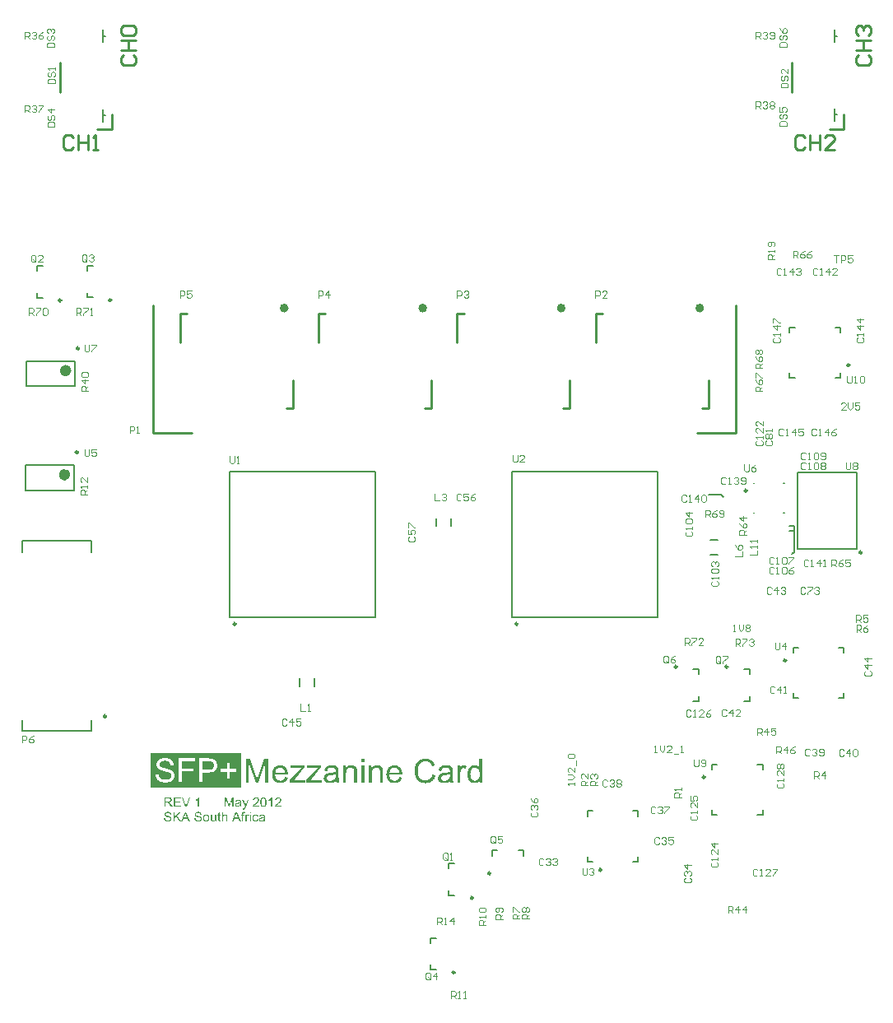
<source format=gto>
%FSLAX44Y44*%
%MOMM*%
G71*
G01*
G75*
G04 Layer_Color=65535*
%ADD10C,0.2032*%
%ADD11R,1.6000X1.6000*%
%ADD12R,0.2800X0.8000*%
%ADD13R,0.8000X0.2800*%
%ADD14R,0.6000X0.6000*%
%ADD15R,0.6000X0.6000*%
%ADD16R,1.4000X1.0000*%
G04:AMPARAMS|DCode=17|XSize=0.5mm|YSize=0.6mm|CornerRadius=0.125mm|HoleSize=0mm|Usage=FLASHONLY|Rotation=0.000|XOffset=0mm|YOffset=0mm|HoleType=Round|Shape=RoundedRectangle|*
%AMROUNDEDRECTD17*
21,1,0.5000,0.3500,0,0,0.0*
21,1,0.2500,0.6000,0,0,0.0*
1,1,0.2500,0.1250,-0.1750*
1,1,0.2500,-0.1250,-0.1750*
1,1,0.2500,-0.1250,0.1750*
1,1,0.2500,0.1250,0.1750*
%
%ADD17ROUNDEDRECTD17*%
%ADD18R,2.6000X1.1000*%
G04:AMPARAMS|DCode=19|XSize=0.5mm|YSize=0.6mm|CornerRadius=0.125mm|HoleSize=0mm|Usage=FLASHONLY|Rotation=270.000|XOffset=0mm|YOffset=0mm|HoleType=Round|Shape=RoundedRectangle|*
%AMROUNDEDRECTD19*
21,1,0.5000,0.3500,0,0,270.0*
21,1,0.2500,0.6000,0,0,270.0*
1,1,0.2500,-0.1750,-0.1250*
1,1,0.2500,-0.1750,0.1250*
1,1,0.2500,0.1750,0.1250*
1,1,0.2500,0.1750,-0.1250*
%
%ADD19ROUNDEDRECTD19*%
%ADD20R,1.1000X1.3500*%
%ADD21R,1.0000X1.4000*%
%ADD22R,1.4000X1.1000*%
%ADD23R,1.1500X1.8000*%
%ADD24R,0.9500X0.3500*%
%ADD25R,0.3500X0.9500*%
%ADD26R,3.3000X3.3000*%
%ADD27R,0.6000X1.8000*%
%ADD28R,0.5000X2.0000*%
%ADD29R,1.1000X1.4000*%
%ADD30R,1.1500X1.7000*%
%ADD31R,3.3000X3.3000*%
%ADD32R,1.1000X2.6000*%
%ADD33R,1.7000X1.1500*%
%ADD34C,0.4500*%
%ADD35C,1.0000*%
%ADD36R,12.0500X2.0000*%
%ADD37R,1.8000X1.8000*%
%ADD38R,3.6800X1.2700*%
%ADD39C,0.2540*%
%ADD40C,0.1270*%
%ADD41C,0.5080*%
%ADD42C,0.1524*%
%ADD43C,0.3048*%
%ADD44C,0.5000*%
%ADD45C,1.2700*%
%ADD46C,0.3810*%
%ADD47C,1.6500*%
%ADD48C,1.4732*%
%ADD49C,1.2802*%
%ADD50C,0.9500*%
%ADD51R,2.0000X2.0000*%
%ADD52C,8.0000*%
%ADD53C,0.5080*%
%ADD54C,0.4928*%
%ADD55C,0.6600*%
%ADD56C,1.0160*%
%ADD57C,1.0080*%
%ADD58C,2.0580*%
%ADD59C,2.0320*%
%ADD60C,1.4580*%
%ADD61C,1.5580*%
%ADD62C,1.6764*%
%ADD63C,4.3180*%
%ADD64C,0.7620*%
%ADD65C,0.1000*%
%ADD66C,0.1016*%
%ADD67C,0.8380*%
%ADD68R,0.4064X2.1590*%
%ADD69R,18.0340X0.5080*%
%ADD70C,0.2500*%
%ADD71C,0.6000*%
%ADD72C,0.2000*%
G36*
X179462Y268949D02*
X173697D01*
Y265975D01*
X179096D01*
Y264819D01*
X173697D01*
Y261506D01*
X179688D01*
Y260350D01*
X172400D01*
Y270105D01*
X179462D01*
Y268949D01*
D02*
G37*
G36*
X198381Y260350D02*
X197182D01*
Y267976D01*
X197168Y267962D01*
X197098Y267906D01*
X197013Y267821D01*
X196872Y267723D01*
X196717Y267596D01*
X196520Y267455D01*
X196294Y267300D01*
X196040Y267145D01*
X196026D01*
X196012Y267131D01*
X195928Y267074D01*
X195787Y267004D01*
X195618Y266919D01*
X195420Y266821D01*
X195209Y266722D01*
X194997Y266623D01*
X194786Y266539D01*
Y267694D01*
X194800D01*
X194828Y267723D01*
X194884Y267737D01*
X194955Y267779D01*
X195040Y267821D01*
X195138Y267878D01*
X195378Y268019D01*
X195660Y268174D01*
X195942Y268371D01*
X196238Y268597D01*
X196534Y268836D01*
X196548Y268850D01*
X196562Y268865D01*
X196604Y268907D01*
X196661Y268949D01*
X196787Y269090D01*
X196957Y269259D01*
X197126Y269457D01*
X197309Y269682D01*
X197464Y269908D01*
X197605Y270147D01*
X198381D01*
Y260350D01*
D02*
G37*
G36*
X239205Y267568D02*
X239417Y267554D01*
X239657Y267525D01*
X239896Y267483D01*
X240136Y267427D01*
X240361Y267356D01*
X240389Y267342D01*
X240460Y267314D01*
X240559Y267272D01*
X240686Y267215D01*
X240826Y267131D01*
X240968Y267046D01*
X241094Y266933D01*
X241207Y266821D01*
X241221Y266806D01*
X241250Y266764D01*
X241292Y266694D01*
X241348Y266609D01*
X241419Y266482D01*
X241475Y266355D01*
X241531Y266200D01*
X241574Y266017D01*
Y266003D01*
X241588Y265961D01*
X241602Y265876D01*
X241616Y265763D01*
Y265608D01*
X241630Y265425D01*
X241644Y265185D01*
Y264917D01*
Y263310D01*
Y263296D01*
Y263240D01*
Y263155D01*
Y263043D01*
Y262916D01*
Y262761D01*
X241658Y262422D01*
Y262070D01*
X241672Y261717D01*
X241686Y261562D01*
Y261421D01*
X241701Y261294D01*
X241715Y261196D01*
Y261182D01*
X241729Y261125D01*
X241743Y261041D01*
X241785Y260928D01*
X241813Y260801D01*
X241870Y260660D01*
X241940Y260505D01*
X242011Y260350D01*
X240756D01*
X240742Y260364D01*
X240728Y260420D01*
X240700Y260491D01*
X240657Y260604D01*
X240615Y260731D01*
X240587Y260886D01*
X240559Y261055D01*
X240530Y261238D01*
X240516D01*
X240502Y261210D01*
X240418Y261139D01*
X240291Y261041D01*
X240122Y260914D01*
X239910Y260787D01*
X239699Y260646D01*
X239473Y260519D01*
X239234Y260420D01*
X239205Y260406D01*
X239121Y260392D01*
X238994Y260350D01*
X238839Y260308D01*
X238641Y260265D01*
X238416Y260237D01*
X238162Y260209D01*
X237908Y260195D01*
X237796D01*
X237711Y260209D01*
X237612D01*
X237500Y260223D01*
X237246Y260265D01*
X236964Y260336D01*
X236654Y260435D01*
X236372Y260576D01*
X236118Y260759D01*
X236090Y260787D01*
X236019Y260858D01*
X235921Y260984D01*
X235808Y261154D01*
X235695Y261365D01*
X235597Y261605D01*
X235526Y261901D01*
X235512Y262042D01*
X235498Y262211D01*
Y262239D01*
Y262295D01*
X235512Y262394D01*
X235526Y262521D01*
X235554Y262676D01*
X235597Y262831D01*
X235653Y263000D01*
X235723Y263155D01*
X235737Y263169D01*
X235766Y263226D01*
X235822Y263310D01*
X235893Y263409D01*
X235977Y263522D01*
X236090Y263635D01*
X236203Y263747D01*
X236344Y263846D01*
X236358Y263860D01*
X236414Y263888D01*
X236485Y263945D01*
X236597Y264001D01*
X236724Y264058D01*
X236879Y264128D01*
X237034Y264184D01*
X237218Y264241D01*
X237232D01*
X237288Y264255D01*
X237373Y264283D01*
X237486Y264297D01*
X237626Y264325D01*
X237810Y264354D01*
X238021Y264396D01*
X238275Y264424D01*
X238289D01*
X238346Y264438D01*
X238416D01*
X238515Y264452D01*
X238627Y264466D01*
X238768Y264494D01*
X238923Y264509D01*
X239093Y264537D01*
X239431Y264607D01*
X239797Y264678D01*
X240122Y264762D01*
X240277Y264805D01*
X240418Y264847D01*
Y264861D01*
Y264889D01*
X240432Y264974D01*
Y265072D01*
Y265129D01*
Y265157D01*
Y265171D01*
Y265185D01*
Y265270D01*
X240418Y265411D01*
X240389Y265566D01*
X240347Y265735D01*
X240277Y265904D01*
X240192Y266059D01*
X240079Y266186D01*
X240065Y266200D01*
X239995Y266257D01*
X239882Y266313D01*
X239741Y266398D01*
X239544Y266468D01*
X239318Y266539D01*
X239036Y266581D01*
X238712Y266595D01*
X238571D01*
X238430Y266581D01*
X238233Y266553D01*
X238035Y266525D01*
X237824Y266468D01*
X237626Y266398D01*
X237457Y266299D01*
X237443Y266285D01*
X237387Y266243D01*
X237316Y266172D01*
X237232Y266059D01*
X237147Y265918D01*
X237048Y265735D01*
X236964Y265509D01*
X236879Y265256D01*
X235709Y265411D01*
Y265425D01*
X235723Y265439D01*
Y265481D01*
X235737Y265538D01*
X235780Y265665D01*
X235836Y265848D01*
X235907Y266031D01*
X235991Y266228D01*
X236104Y266426D01*
X236231Y266609D01*
X236245Y266623D01*
X236301Y266680D01*
X236386Y266764D01*
X236499Y266877D01*
X236654Y266990D01*
X236837Y267103D01*
X237048Y267229D01*
X237288Y267328D01*
X237302D01*
X237316Y267342D01*
X237359Y267356D01*
X237415Y267370D01*
X237556Y267413D01*
X237753Y267455D01*
X237979Y267497D01*
X238261Y267540D01*
X238557Y267568D01*
X238895Y267582D01*
X239050D01*
X239205Y267568D01*
D02*
G37*
G36*
X368539Y306124D02*
X365543D01*
Y309543D01*
X368539D01*
Y306124D01*
D02*
G37*
G36*
X264820Y270133D02*
X265003Y270105D01*
X265214Y270063D01*
X265440Y270006D01*
X265680Y269936D01*
X265905Y269823D01*
X265919D01*
X265933Y269809D01*
X266004Y269767D01*
X266117Y269696D01*
X266257Y269598D01*
X266413Y269457D01*
X266582Y269302D01*
X266737Y269118D01*
X266892Y268907D01*
X266906Y268879D01*
X266962Y268808D01*
X267019Y268681D01*
X267117Y268498D01*
X267202Y268287D01*
X267315Y268047D01*
X267414Y267765D01*
X267498Y267455D01*
Y267441D01*
X267512Y267413D01*
X267526Y267370D01*
X267540Y267300D01*
X267554Y267215D01*
X267569Y267117D01*
X267597Y266990D01*
X267611Y266849D01*
X267639Y266694D01*
X267653Y266525D01*
X267667Y266327D01*
X267695Y266130D01*
X267710Y265904D01*
Y265679D01*
X267724Y265425D01*
Y265157D01*
Y265143D01*
Y265087D01*
Y264988D01*
Y264875D01*
X267710Y264720D01*
Y264551D01*
X267695Y264368D01*
X267681Y264170D01*
X267639Y263719D01*
X267569Y263254D01*
X267484Y262803D01*
X267428Y262591D01*
X267357Y262380D01*
Y262366D01*
X267343Y262338D01*
X267315Y262281D01*
X267287Y262211D01*
X267258Y262112D01*
X267202Y262013D01*
X267089Y261774D01*
X266948Y261520D01*
X266765Y261238D01*
X266554Y260984D01*
X266300Y260745D01*
X266286D01*
X266272Y260716D01*
X266229Y260688D01*
X266173Y260660D01*
X266103Y260618D01*
X266032Y260562D01*
X265821Y260463D01*
X265567Y260364D01*
X265271Y260265D01*
X264918Y260209D01*
X264538Y260181D01*
X264397D01*
X264298Y260195D01*
X264185Y260209D01*
X264044Y260237D01*
X263889Y260265D01*
X263720Y260308D01*
X263551Y260364D01*
X263368Y260420D01*
X263184Y260505D01*
X263001Y260604D01*
X262818Y260716D01*
X262635Y260858D01*
X262465Y261013D01*
X262310Y261182D01*
X262296Y261196D01*
X262268Y261238D01*
X262226Y261309D01*
X262155Y261421D01*
X262085Y261548D01*
X262014Y261717D01*
X261916Y261915D01*
X261831Y262140D01*
X261747Y262394D01*
X261662Y262690D01*
X261577Y263014D01*
X261507Y263381D01*
X261436Y263776D01*
X261394Y264198D01*
X261366Y264664D01*
X261352Y265157D01*
Y265171D01*
Y265228D01*
Y265326D01*
Y265439D01*
X261366Y265594D01*
Y265763D01*
X261380Y265947D01*
X261394Y266158D01*
X261436Y266595D01*
X261507Y267060D01*
X261591Y267525D01*
X261648Y267737D01*
X261704Y267948D01*
Y267962D01*
X261718Y267991D01*
X261747Y268047D01*
X261775Y268117D01*
X261803Y268216D01*
X261859Y268315D01*
X261972Y268554D01*
X262113Y268808D01*
X262296Y269076D01*
X262508Y269344D01*
X262761Y269569D01*
X262776D01*
X262790Y269598D01*
X262832Y269626D01*
X262888Y269654D01*
X262959Y269710D01*
X263043Y269753D01*
X263255Y269865D01*
X263509Y269964D01*
X263805Y270063D01*
X264157Y270119D01*
X264538Y270147D01*
X264665D01*
X264820Y270133D01*
D02*
G37*
G36*
X167198Y270091D02*
X167325D01*
X167621Y270077D01*
X167931Y270035D01*
X168269Y269992D01*
X168579Y269922D01*
X168734Y269880D01*
X168861Y269837D01*
X168876D01*
X168890Y269823D01*
X168974Y269781D01*
X169101Y269725D01*
X169256Y269626D01*
X169425Y269499D01*
X169608Y269330D01*
X169778Y269132D01*
X169947Y268907D01*
Y268893D01*
X169961Y268879D01*
X170017Y268794D01*
X170074Y268653D01*
X170158Y268470D01*
X170229Y268258D01*
X170299Y268005D01*
X170341Y267737D01*
X170356Y267441D01*
Y267427D01*
Y267398D01*
Y267342D01*
X170341Y267272D01*
Y267173D01*
X170327Y267074D01*
X170271Y266835D01*
X170187Y266553D01*
X170074Y266257D01*
X169904Y265961D01*
X169792Y265820D01*
X169679Y265679D01*
X169665Y265665D01*
X169651Y265651D01*
X169608Y265608D01*
X169552Y265566D01*
X169482Y265509D01*
X169397Y265453D01*
X169284Y265383D01*
X169172Y265298D01*
X169030Y265228D01*
X168876Y265157D01*
X168706Y265072D01*
X168523Y265002D01*
X168312Y264946D01*
X168100Y264875D01*
X167861Y264833D01*
X167607Y264791D01*
X167635Y264776D01*
X167691Y264748D01*
X167776Y264692D01*
X167889Y264636D01*
X168142Y264480D01*
X168269Y264382D01*
X168382Y264297D01*
X168410Y264269D01*
X168481Y264198D01*
X168594Y264086D01*
X168734Y263945D01*
X168890Y263747D01*
X169073Y263536D01*
X169256Y263282D01*
X169453Y263000D01*
X171131Y260350D01*
X169524D01*
X168241Y262380D01*
Y262394D01*
X168213Y262422D01*
X168185Y262465D01*
X168142Y262521D01*
X168044Y262676D01*
X167917Y262873D01*
X167762Y263085D01*
X167607Y263310D01*
X167452Y263522D01*
X167311Y263719D01*
X167297Y263733D01*
X167254Y263790D01*
X167184Y263874D01*
X167085Y263973D01*
X166874Y264184D01*
X166761Y264283D01*
X166648Y264368D01*
X166634Y264382D01*
X166606Y264396D01*
X166549Y264424D01*
X166465Y264466D01*
X166380Y264509D01*
X166282Y264551D01*
X166056Y264621D01*
X166042D01*
X166014Y264636D01*
X165957D01*
X165887Y264650D01*
X165788Y264664D01*
X165675D01*
X165520Y264678D01*
X163857D01*
Y260350D01*
X162560D01*
Y270105D01*
X167085D01*
X167198Y270091D01*
D02*
G37*
G36*
X257236Y270133D02*
X257348Y270119D01*
X257489Y270105D01*
X257644Y270077D01*
X257799Y270049D01*
X258166Y269950D01*
X258532Y269809D01*
X258716Y269725D01*
X258899Y269626D01*
X259068Y269499D01*
X259223Y269358D01*
X259237Y269344D01*
X259265Y269330D01*
X259294Y269273D01*
X259350Y269217D01*
X259421Y269146D01*
X259491Y269048D01*
X259562Y268949D01*
X259646Y268822D01*
X259787Y268554D01*
X259928Y268216D01*
X259984Y268047D01*
X260013Y267850D01*
X260041Y267652D01*
X260055Y267441D01*
Y267413D01*
Y267342D01*
X260041Y267229D01*
X260027Y267074D01*
X259998Y266905D01*
X259942Y266708D01*
X259886Y266496D01*
X259801Y266285D01*
X259787Y266257D01*
X259759Y266186D01*
X259702Y266073D01*
X259618Y265918D01*
X259505Y265749D01*
X259364Y265538D01*
X259195Y265326D01*
X258998Y265087D01*
X258969Y265058D01*
X258899Y264974D01*
X258828Y264903D01*
X258758Y264833D01*
X258673Y264748D01*
X258561Y264636D01*
X258448Y264523D01*
X258307Y264396D01*
X258166Y264255D01*
X257997Y264100D01*
X257813Y263945D01*
X257616Y263762D01*
X257390Y263578D01*
X257165Y263381D01*
X257151Y263367D01*
X257123Y263339D01*
X257066Y263296D01*
X256996Y263240D01*
X256911Y263155D01*
X256812Y263071D01*
X256587Y262887D01*
X256347Y262676D01*
X256122Y262465D01*
X255924Y262281D01*
X255840Y262211D01*
X255769Y262140D01*
X255755Y262126D01*
X255713Y262084D01*
X255657Y262027D01*
X255586Y261943D01*
X255516Y261844D01*
X255431Y261746D01*
X255262Y261506D01*
X260069D01*
Y260350D01*
X253598D01*
Y260364D01*
Y260420D01*
Y260505D01*
X253612Y260618D01*
X253627Y260745D01*
X253655Y260886D01*
X253683Y261027D01*
X253739Y261182D01*
Y261196D01*
X253754Y261210D01*
X253782Y261294D01*
X253838Y261421D01*
X253923Y261590D01*
X254035Y261788D01*
X254176Y262013D01*
X254331Y262239D01*
X254529Y262479D01*
Y262493D01*
X254557Y262507D01*
X254627Y262591D01*
X254754Y262718D01*
X254938Y262902D01*
X255149Y263113D01*
X255417Y263367D01*
X255741Y263649D01*
X256094Y263945D01*
X256108Y263959D01*
X256164Y264001D01*
X256249Y264072D01*
X256347Y264156D01*
X256474Y264269D01*
X256629Y264396D01*
X256784Y264537D01*
X256968Y264692D01*
X257320Y265030D01*
X257673Y265368D01*
X257842Y265538D01*
X257997Y265707D01*
X258138Y265862D01*
X258250Y266017D01*
Y266031D01*
X258279Y266045D01*
X258307Y266087D01*
X258335Y266144D01*
X258434Y266299D01*
X258547Y266482D01*
X258645Y266708D01*
X258744Y266947D01*
X258800Y267215D01*
X258828Y267469D01*
Y267483D01*
Y267497D01*
X258814Y267582D01*
X258800Y267723D01*
X258758Y267878D01*
X258701Y268075D01*
X258603Y268272D01*
X258476Y268470D01*
X258307Y268667D01*
X258279Y268695D01*
X258208Y268752D01*
X258109Y268822D01*
X257954Y268921D01*
X257757Y269006D01*
X257532Y269090D01*
X257264Y269146D01*
X256968Y269161D01*
X256883D01*
X256827Y269146D01*
X256658Y269132D01*
X256460Y269090D01*
X256249Y269034D01*
X256009Y268935D01*
X255784Y268808D01*
X255572Y268639D01*
X255544Y268611D01*
X255487Y268540D01*
X255403Y268428D01*
X255318Y268258D01*
X255220Y268061D01*
X255135Y267807D01*
X255079Y267525D01*
X255050Y267201D01*
X253824Y267328D01*
Y267342D01*
X253838Y267384D01*
Y267455D01*
X253852Y267554D01*
X253880Y267666D01*
X253909Y267793D01*
X253951Y267948D01*
X253993Y268103D01*
X254106Y268442D01*
X254275Y268780D01*
X254374Y268949D01*
X254501Y269118D01*
X254627Y269273D01*
X254769Y269414D01*
X254783Y269429D01*
X254811Y269443D01*
X254853Y269485D01*
X254923Y269527D01*
X255008Y269583D01*
X255107Y269640D01*
X255220Y269710D01*
X255361Y269781D01*
X255516Y269851D01*
X255685Y269922D01*
X255868Y269978D01*
X256065Y270035D01*
X256277Y270077D01*
X256502Y270119D01*
X256742Y270133D01*
X256996Y270147D01*
X257137D01*
X257236Y270133D01*
D02*
G37*
G36*
X246592Y260237D02*
Y260223D01*
X246578Y260181D01*
X246550Y260124D01*
X246522Y260054D01*
X246479Y259955D01*
X246437Y259842D01*
X246339Y259603D01*
X246240Y259335D01*
X246127Y259067D01*
X246014Y258827D01*
X245958Y258729D01*
X245916Y258630D01*
X245902Y258602D01*
X245859Y258531D01*
X245789Y258433D01*
X245704Y258306D01*
X245591Y258165D01*
X245464Y258024D01*
X245338Y257883D01*
X245182Y257770D01*
X245168Y257756D01*
X245112Y257728D01*
X245027Y257686D01*
X244901Y257629D01*
X244760Y257573D01*
X244590Y257531D01*
X244407Y257502D01*
X244196Y257488D01*
X244139D01*
X244069Y257502D01*
X243970D01*
X243857Y257531D01*
X243731Y257559D01*
X243590Y257587D01*
X243435Y257643D01*
X243308Y258757D01*
X243322D01*
X243378Y258743D01*
X243449Y258729D01*
X243533Y258701D01*
X243759Y258658D01*
X243984Y258644D01*
X244055D01*
X244125Y258658D01*
X244210D01*
X244421Y258701D01*
X244520Y258743D01*
X244619Y258785D01*
X244633D01*
X244661Y258813D01*
X244703Y258842D01*
X244760Y258884D01*
X244886Y258997D01*
X244999Y259152D01*
Y259166D01*
X245027Y259194D01*
X245056Y259250D01*
X245084Y259335D01*
X245140Y259448D01*
X245197Y259617D01*
X245281Y259814D01*
X245366Y260054D01*
Y260068D01*
X245394Y260124D01*
X245422Y260223D01*
X245479Y260350D01*
X242800Y267427D01*
X244069D01*
X245549Y263325D01*
Y263310D01*
X245563Y263296D01*
X245577Y263254D01*
X245591Y263183D01*
X245620Y263113D01*
X245648Y263028D01*
X245718Y262831D01*
X245803Y262591D01*
X245887Y262309D01*
X245972Y262013D01*
X246056Y261689D01*
Y261703D01*
X246071Y261731D01*
X246085Y261774D01*
X246099Y261830D01*
X246113Y261901D01*
X246141Y261985D01*
X246197Y262197D01*
X246268Y262436D01*
X246367Y262718D01*
X246451Y263000D01*
X246564Y263296D01*
X248086Y267427D01*
X249285D01*
X246592Y260237D01*
D02*
G37*
G36*
X233961Y260350D02*
X232721D01*
Y268512D01*
X229873Y260350D01*
X228717D01*
X225898Y268653D01*
Y260350D01*
X224657D01*
Y270105D01*
X226589D01*
X228901Y263183D01*
Y263169D01*
X228915Y263141D01*
X228929Y263099D01*
X228957Y263028D01*
X229013Y262859D01*
X229084Y262648D01*
X229154Y262408D01*
X229239Y262169D01*
X229309Y261943D01*
X229366Y261746D01*
X229380Y261774D01*
X229394Y261844D01*
X229436Y261971D01*
X229493Y262140D01*
X229563Y262366D01*
X229662Y262634D01*
X229760Y262944D01*
X229887Y263310D01*
X232227Y270105D01*
X233961D01*
Y260350D01*
D02*
G37*
G36*
X241459Y280247D02*
X148590D01*
Y315650D01*
X241459D01*
Y280247D01*
D02*
G37*
G36*
X273447Y260350D02*
X272249D01*
Y267976D01*
X272235Y267962D01*
X272164Y267906D01*
X272080Y267821D01*
X271939Y267723D01*
X271784Y267596D01*
X271586Y267455D01*
X271361Y267300D01*
X271107Y267145D01*
X271093D01*
X271079Y267131D01*
X270994Y267074D01*
X270853Y267004D01*
X270684Y266919D01*
X270487Y266821D01*
X270275Y266722D01*
X270064Y266623D01*
X269852Y266539D01*
Y267694D01*
X269866D01*
X269895Y267723D01*
X269951Y267737D01*
X270021Y267779D01*
X270106Y267821D01*
X270205Y267878D01*
X270444Y268019D01*
X270726Y268174D01*
X271008Y268371D01*
X271304Y268597D01*
X271600Y268836D01*
X271614Y268850D01*
X271628Y268865D01*
X271671Y268907D01*
X271727Y268949D01*
X271854Y269090D01*
X272023Y269259D01*
X272192Y269457D01*
X272376Y269682D01*
X272531Y269908D01*
X272672Y270147D01*
X273447D01*
Y260350D01*
D02*
G37*
G36*
X279988Y270133D02*
X280101Y270119D01*
X280242Y270105D01*
X280397Y270077D01*
X280552Y270049D01*
X280918Y269950D01*
X281285Y269809D01*
X281468Y269725D01*
X281651Y269626D01*
X281821Y269499D01*
X281976Y269358D01*
X281990Y269344D01*
X282018Y269330D01*
X282046Y269273D01*
X282103Y269217D01*
X282173Y269146D01*
X282243Y269048D01*
X282314Y268949D01*
X282399Y268822D01*
X282540Y268554D01*
X282680Y268216D01*
X282737Y268047D01*
X282765Y267850D01*
X282793Y267652D01*
X282807Y267441D01*
Y267413D01*
Y267342D01*
X282793Y267229D01*
X282779Y267074D01*
X282751Y266905D01*
X282695Y266708D01*
X282638Y266496D01*
X282554Y266285D01*
X282540Y266257D01*
X282511Y266186D01*
X282455Y266073D01*
X282370Y265918D01*
X282258Y265749D01*
X282117Y265538D01*
X281947Y265326D01*
X281750Y265087D01*
X281722Y265058D01*
X281651Y264974D01*
X281581Y264903D01*
X281511Y264833D01*
X281426Y264748D01*
X281313Y264636D01*
X281200Y264523D01*
X281059Y264396D01*
X280918Y264255D01*
X280749Y264100D01*
X280566Y263945D01*
X280369Y263762D01*
X280143Y263578D01*
X279918Y263381D01*
X279903Y263367D01*
X279875Y263339D01*
X279819Y263296D01*
X279748Y263240D01*
X279664Y263155D01*
X279565Y263071D01*
X279340Y262887D01*
X279100Y262676D01*
X278874Y262465D01*
X278677Y262281D01*
X278592Y262211D01*
X278522Y262140D01*
X278508Y262126D01*
X278465Y262084D01*
X278409Y262027D01*
X278339Y261943D01*
X278268Y261844D01*
X278184Y261746D01*
X278014Y261506D01*
X282822D01*
Y260350D01*
X276351D01*
Y260364D01*
Y260420D01*
Y260505D01*
X276365Y260618D01*
X276379Y260745D01*
X276407Y260886D01*
X276436Y261027D01*
X276492Y261182D01*
Y261196D01*
X276506Y261210D01*
X276534Y261294D01*
X276591Y261421D01*
X276675Y261590D01*
X276788Y261788D01*
X276929Y262013D01*
X277084Y262239D01*
X277281Y262479D01*
Y262493D01*
X277310Y262507D01*
X277380Y262591D01*
X277507Y262718D01*
X277690Y262902D01*
X277902Y263113D01*
X278169Y263367D01*
X278494Y263649D01*
X278846Y263945D01*
X278860Y263959D01*
X278917Y264001D01*
X279001Y264072D01*
X279100Y264156D01*
X279227Y264269D01*
X279382Y264396D01*
X279537Y264537D01*
X279720Y264692D01*
X280073Y265030D01*
X280425Y265368D01*
X280594Y265538D01*
X280749Y265707D01*
X280890Y265862D01*
X281003Y266017D01*
Y266031D01*
X281031Y266045D01*
X281059Y266087D01*
X281088Y266144D01*
X281186Y266299D01*
X281299Y266482D01*
X281398Y266708D01*
X281496Y266947D01*
X281553Y267215D01*
X281581Y267469D01*
Y267483D01*
Y267497D01*
X281567Y267582D01*
X281553Y267723D01*
X281511Y267878D01*
X281454Y268075D01*
X281355Y268272D01*
X281229Y268470D01*
X281059Y268667D01*
X281031Y268695D01*
X280961Y268752D01*
X280862Y268822D01*
X280707Y268921D01*
X280510Y269006D01*
X280284Y269090D01*
X280016Y269146D01*
X279720Y269161D01*
X279636D01*
X279579Y269146D01*
X279410Y269132D01*
X279213Y269090D01*
X279001Y269034D01*
X278762Y268935D01*
X278536Y268808D01*
X278325Y268639D01*
X278296Y268611D01*
X278240Y268540D01*
X278155Y268428D01*
X278071Y268258D01*
X277972Y268061D01*
X277888Y267807D01*
X277831Y267525D01*
X277803Y267201D01*
X276576Y267328D01*
Y267342D01*
X276591Y267384D01*
Y267455D01*
X276605Y267554D01*
X276633Y267666D01*
X276661Y267793D01*
X276703Y267948D01*
X276746Y268103D01*
X276859Y268442D01*
X277028Y268780D01*
X277126Y268949D01*
X277253Y269118D01*
X277380Y269273D01*
X277521Y269414D01*
X277535Y269429D01*
X277563Y269443D01*
X277606Y269485D01*
X277676Y269527D01*
X277761Y269583D01*
X277859Y269640D01*
X277972Y269710D01*
X278113Y269781D01*
X278268Y269851D01*
X278437Y269922D01*
X278621Y269978D01*
X278818Y270035D01*
X279029Y270077D01*
X279255Y270119D01*
X279495Y270133D01*
X279748Y270147D01*
X279889D01*
X279988Y270133D01*
D02*
G37*
G36*
X185595Y260350D02*
X184241D01*
X180463Y270105D01*
X181873D01*
X184410Y263014D01*
Y263000D01*
X184424Y262972D01*
X184438Y262930D01*
X184467Y262873D01*
X184481Y262789D01*
X184509Y262704D01*
X184580Y262493D01*
X184664Y262253D01*
X184749Y261985D01*
X184918Y261421D01*
Y261436D01*
X184932Y261464D01*
X184946Y261506D01*
X184960Y261562D01*
X185002Y261717D01*
X185073Y261929D01*
X185143Y262169D01*
X185228Y262436D01*
X185327Y262718D01*
X185439Y263014D01*
X188090Y270105D01*
X189401D01*
X185595Y260350D01*
D02*
G37*
G36*
X324047Y300835D02*
X314458Y289624D01*
X312589Y287544D01*
X312801D01*
X312942Y287579D01*
X313330Y287615D01*
X313823Y287650D01*
X314422D01*
X315057Y287685D01*
X316397Y287720D01*
X324576D01*
Y285147D01*
X308923D01*
Y287544D01*
X320169Y300518D01*
X319852D01*
X319499Y300483D01*
X319041D01*
X318512Y300448D01*
X317948D01*
X317349Y300412D01*
X309593D01*
Y302845D01*
X324047D01*
Y300835D01*
D02*
G37*
G36*
X335858Y303197D02*
X336386Y303162D01*
X336986Y303092D01*
X337585Y302986D01*
X338185Y302845D01*
X338749Y302669D01*
X338819Y302633D01*
X338995Y302563D01*
X339242Y302457D01*
X339560Y302316D01*
X339912Y302104D01*
X340265Y301893D01*
X340582Y301611D01*
X340864Y301329D01*
X340899Y301294D01*
X340970Y301188D01*
X341076Y301012D01*
X341217Y300800D01*
X341393Y300483D01*
X341534Y300166D01*
X341675Y299778D01*
X341781Y299319D01*
Y299284D01*
X341816Y299178D01*
X341851Y298967D01*
X341886Y298685D01*
Y298297D01*
X341922Y297839D01*
X341957Y297239D01*
Y296569D01*
Y292550D01*
Y292515D01*
Y292374D01*
Y292162D01*
Y291880D01*
Y291563D01*
Y291175D01*
X341992Y290329D01*
Y289448D01*
X342027Y288566D01*
X342063Y288179D01*
Y287826D01*
X342098Y287509D01*
X342133Y287262D01*
Y287227D01*
X342168Y287086D01*
X342204Y286874D01*
X342309Y286592D01*
X342380Y286275D01*
X342521Y285922D01*
X342697Y285535D01*
X342873Y285147D01*
X339736D01*
X339701Y285182D01*
X339665Y285323D01*
X339595Y285499D01*
X339489Y285781D01*
X339383Y286099D01*
X339313Y286486D01*
X339242Y286910D01*
X339172Y287368D01*
X339136D01*
X339101Y287297D01*
X338890Y287121D01*
X338572Y286874D01*
X338149Y286557D01*
X337621Y286240D01*
X337092Y285887D01*
X336527Y285570D01*
X335928Y285323D01*
X335858Y285288D01*
X335646Y285252D01*
X335329Y285147D01*
X334941Y285041D01*
X334448Y284935D01*
X333883Y284865D01*
X333249Y284794D01*
X332614Y284759D01*
X332332D01*
X332121Y284794D01*
X331874D01*
X331592Y284830D01*
X330957Y284935D01*
X330252Y285112D01*
X329477Y285358D01*
X328771Y285711D01*
X328137Y286169D01*
X328066Y286240D01*
X327890Y286416D01*
X327643Y286733D01*
X327361Y287156D01*
X327079Y287685D01*
X326832Y288284D01*
X326656Y289025D01*
X326621Y289377D01*
X326586Y289800D01*
Y289871D01*
Y290012D01*
X326621Y290259D01*
X326656Y290576D01*
X326727Y290964D01*
X326832Y291352D01*
X326973Y291775D01*
X327150Y292162D01*
X327185Y292198D01*
X327255Y292339D01*
X327396Y292550D01*
X327573Y292797D01*
X327784Y293079D01*
X328066Y293361D01*
X328348Y293643D01*
X328701Y293890D01*
X328736Y293925D01*
X328877Y293996D01*
X329053Y294137D01*
X329336Y294278D01*
X329653Y294419D01*
X330041Y294595D01*
X330428Y294736D01*
X330887Y294877D01*
X330922D01*
X331063Y294912D01*
X331274Y294983D01*
X331557Y295018D01*
X331909Y295089D01*
X332367Y295159D01*
X332896Y295265D01*
X333531Y295336D01*
X333566D01*
X333707Y295371D01*
X333883D01*
X334130Y295406D01*
X334412Y295441D01*
X334765Y295512D01*
X335153Y295547D01*
X335576Y295618D01*
X336422Y295794D01*
X337338Y295970D01*
X338149Y296182D01*
X338537Y296287D01*
X338890Y296393D01*
Y296428D01*
Y296499D01*
X338925Y296710D01*
Y296957D01*
Y297098D01*
Y297169D01*
Y297204D01*
Y297239D01*
Y297451D01*
X338890Y297803D01*
X338819Y298191D01*
X338713Y298614D01*
X338537Y299037D01*
X338326Y299425D01*
X338044Y299742D01*
X338008Y299778D01*
X337832Y299919D01*
X337550Y300060D01*
X337197Y300271D01*
X336704Y300448D01*
X336140Y300624D01*
X335435Y300730D01*
X334624Y300765D01*
X334271D01*
X333919Y300730D01*
X333425Y300659D01*
X332932Y300588D01*
X332403Y300448D01*
X331909Y300271D01*
X331486Y300024D01*
X331451Y299989D01*
X331310Y299883D01*
X331133Y299707D01*
X330922Y299425D01*
X330710Y299073D01*
X330464Y298614D01*
X330252Y298050D01*
X330041Y297416D01*
X327114Y297803D01*
Y297839D01*
X327150Y297874D01*
Y297980D01*
X327185Y298121D01*
X327291Y298438D01*
X327432Y298896D01*
X327608Y299355D01*
X327820Y299848D01*
X328102Y300342D01*
X328419Y300800D01*
X328454Y300835D01*
X328595Y300976D01*
X328807Y301188D01*
X329089Y301470D01*
X329477Y301752D01*
X329935Y302034D01*
X330464Y302351D01*
X331063Y302598D01*
X331098D01*
X331133Y302633D01*
X331239Y302669D01*
X331380Y302704D01*
X331733Y302810D01*
X332226Y302915D01*
X332790Y303021D01*
X333496Y303127D01*
X334236Y303197D01*
X335082Y303233D01*
X335470D01*
X335858Y303197D01*
D02*
G37*
G36*
X368539Y285147D02*
X365543D01*
Y302845D01*
X368539D01*
Y285147D01*
D02*
G37*
G36*
X282340Y303197D02*
X282622Y303162D01*
X282975Y303092D01*
X283363Y303021D01*
X283821Y302915D01*
X284244Y302810D01*
X284738Y302633D01*
X285196Y302457D01*
X285690Y302210D01*
X286183Y301928D01*
X286677Y301611D01*
X287135Y301223D01*
X287558Y300800D01*
X287593Y300765D01*
X287664Y300694D01*
X287770Y300553D01*
X287911Y300342D01*
X288087Y300095D01*
X288263Y299813D01*
X288475Y299460D01*
X288686Y299037D01*
X288898Y298579D01*
X289109Y298085D01*
X289286Y297521D01*
X289462Y296922D01*
X289603Y296252D01*
X289709Y295547D01*
X289779Y294807D01*
X289814Y293996D01*
Y293961D01*
Y293820D01*
Y293573D01*
X289779Y293220D01*
X276558D01*
Y293185D01*
Y293079D01*
X276594Y292938D01*
Y292727D01*
X276629Y292480D01*
X276700Y292198D01*
X276805Y291563D01*
X277017Y290858D01*
X277299Y290082D01*
X277687Y289377D01*
X278180Y288743D01*
X278215D01*
X278251Y288672D01*
X278462Y288496D01*
X278780Y288249D01*
X279203Y288002D01*
X279767Y287720D01*
X280401Y287474D01*
X281106Y287297D01*
X281494Y287262D01*
X281917Y287227D01*
X282199D01*
X282517Y287262D01*
X282904Y287333D01*
X283327Y287438D01*
X283821Y287579D01*
X284279Y287791D01*
X284738Y288073D01*
X284773Y288108D01*
X284949Y288249D01*
X285161Y288461D01*
X285408Y288743D01*
X285690Y289131D01*
X286007Y289624D01*
X286324Y290188D01*
X286606Y290858D01*
X289709Y290470D01*
Y290435D01*
X289673Y290364D01*
X289638Y290224D01*
X289568Y290012D01*
X289462Y289800D01*
X289356Y289518D01*
X289074Y288919D01*
X288722Y288249D01*
X288228Y287544D01*
X287664Y286874D01*
X286959Y286240D01*
X286924D01*
X286853Y286169D01*
X286747Y286099D01*
X286606Y285993D01*
X286395Y285887D01*
X286183Y285781D01*
X285901Y285640D01*
X285584Y285499D01*
X285231Y285358D01*
X284879Y285217D01*
X283997Y285006D01*
X283010Y284830D01*
X281917Y284759D01*
X281529D01*
X281283Y284794D01*
X280965Y284830D01*
X280578Y284900D01*
X280154Y284970D01*
X279696Y285041D01*
X278709Y285323D01*
X278180Y285535D01*
X277687Y285746D01*
X277158Y286028D01*
X276664Y286345D01*
X276206Y286698D01*
X275748Y287121D01*
X275712Y287156D01*
X275642Y287227D01*
X275536Y287368D01*
X275395Y287579D01*
X275219Y287826D01*
X275042Y288108D01*
X274831Y288461D01*
X274619Y288848D01*
X274408Y289307D01*
X274196Y289800D01*
X274020Y290364D01*
X273844Y290964D01*
X273703Y291598D01*
X273597Y292304D01*
X273526Y293044D01*
X273491Y293820D01*
Y293855D01*
Y294031D01*
Y294243D01*
X273526Y294560D01*
X273562Y294948D01*
X273597Y295371D01*
X273668Y295864D01*
X273773Y296358D01*
X274055Y297486D01*
X274232Y298050D01*
X274443Y298650D01*
X274725Y299214D01*
X275042Y299742D01*
X275395Y300271D01*
X275783Y300765D01*
X275818Y300800D01*
X275889Y300871D01*
X276030Y300976D01*
X276206Y301153D01*
X276417Y301329D01*
X276700Y301540D01*
X277017Y301787D01*
X277405Y301999D01*
X277792Y302246D01*
X278251Y302457D01*
X278744Y302669D01*
X279273Y302845D01*
X279837Y303021D01*
X280436Y303127D01*
X281071Y303197D01*
X281741Y303233D01*
X282094D01*
X282340Y303197D01*
D02*
G37*
G36*
X399916D02*
X400198Y303162D01*
X400551Y303092D01*
X400939Y303021D01*
X401397Y302915D01*
X401820Y302810D01*
X402314Y302633D01*
X402772Y302457D01*
X403266Y302210D01*
X403759Y301928D01*
X404253Y301611D01*
X404711Y301223D01*
X405134Y300800D01*
X405169Y300765D01*
X405240Y300694D01*
X405346Y300553D01*
X405487Y300342D01*
X405663Y300095D01*
X405839Y299813D01*
X406051Y299460D01*
X406262Y299037D01*
X406474Y298579D01*
X406685Y298085D01*
X406862Y297521D01*
X407038Y296922D01*
X407179Y296252D01*
X407285Y295547D01*
X407355Y294807D01*
X407391Y293996D01*
Y293961D01*
Y293820D01*
Y293573D01*
X407355Y293220D01*
X394134D01*
Y293185D01*
Y293079D01*
X394170Y292938D01*
Y292727D01*
X394205Y292480D01*
X394276Y292198D01*
X394381Y291563D01*
X394593Y290858D01*
X394875Y290082D01*
X395263Y289377D01*
X395756Y288743D01*
X395792D01*
X395827Y288672D01*
X396038Y288496D01*
X396356Y288249D01*
X396779Y288002D01*
X397343Y287720D01*
X397977Y287474D01*
X398683Y287297D01*
X399070Y287262D01*
X399493Y287227D01*
X399775D01*
X400093Y287262D01*
X400480Y287333D01*
X400904Y287438D01*
X401397Y287579D01*
X401855Y287791D01*
X402314Y288073D01*
X402349Y288108D01*
X402525Y288249D01*
X402737Y288461D01*
X402984Y288743D01*
X403266Y289131D01*
X403583Y289624D01*
X403900Y290188D01*
X404182Y290858D01*
X407285Y290470D01*
Y290435D01*
X407249Y290364D01*
X407214Y290224D01*
X407144Y290012D01*
X407038Y289800D01*
X406932Y289518D01*
X406650Y288919D01*
X406298Y288249D01*
X405804Y287544D01*
X405240Y286874D01*
X404535Y286240D01*
X404500D01*
X404429Y286169D01*
X404323Y286099D01*
X404182Y285993D01*
X403971Y285887D01*
X403759Y285781D01*
X403477Y285640D01*
X403160Y285499D01*
X402807Y285358D01*
X402455Y285217D01*
X401573Y285006D01*
X400586Y284830D01*
X399493Y284759D01*
X399105D01*
X398859Y284794D01*
X398541Y284830D01*
X398154Y284900D01*
X397731Y284970D01*
X397272Y285041D01*
X396285Y285323D01*
X395756Y285535D01*
X395263Y285746D01*
X394734Y286028D01*
X394240Y286345D01*
X393782Y286698D01*
X393324Y287121D01*
X393288Y287156D01*
X393218Y287227D01*
X393112Y287368D01*
X392971Y287579D01*
X392795Y287826D01*
X392619Y288108D01*
X392407Y288461D01*
X392196Y288848D01*
X391984Y289307D01*
X391772Y289800D01*
X391596Y290364D01*
X391420Y290964D01*
X391279Y291598D01*
X391173Y292304D01*
X391103Y293044D01*
X391067Y293820D01*
Y293855D01*
Y294031D01*
Y294243D01*
X391103Y294560D01*
X391138Y294948D01*
X391173Y295371D01*
X391244Y295864D01*
X391349Y296358D01*
X391631Y297486D01*
X391808Y298050D01*
X392019Y298650D01*
X392301Y299214D01*
X392619Y299742D01*
X392971Y300271D01*
X393359Y300765D01*
X393394Y300800D01*
X393465Y300871D01*
X393606Y300976D01*
X393782Y301153D01*
X393993Y301329D01*
X394276Y301540D01*
X394593Y301787D01*
X394981Y301999D01*
X395368Y302246D01*
X395827Y302457D01*
X396320Y302669D01*
X396849Y302845D01*
X397413Y303021D01*
X398013Y303127D01*
X398647Y303197D01*
X399317Y303233D01*
X399670D01*
X399916Y303197D01*
D02*
G37*
G36*
X306984Y300835D02*
X297394Y289624D01*
X295526Y287544D01*
X295737D01*
X295878Y287579D01*
X296266Y287615D01*
X296760Y287650D01*
X297359D01*
X297994Y287685D01*
X299333Y287720D01*
X307512D01*
Y285147D01*
X291859D01*
Y287544D01*
X303106Y300518D01*
X302788D01*
X302436Y300483D01*
X301978D01*
X301449Y300448D01*
X300884D01*
X300285Y300412D01*
X292529D01*
Y302845D01*
X306984D01*
Y300835D01*
D02*
G37*
G36*
X453399Y303197D02*
X453927Y303162D01*
X454527Y303092D01*
X455126Y302986D01*
X455725Y302845D01*
X456289Y302669D01*
X456360Y302633D01*
X456536Y302563D01*
X456783Y302457D01*
X457100Y302316D01*
X457453Y302104D01*
X457805Y301893D01*
X458123Y301611D01*
X458405Y301329D01*
X458440Y301294D01*
X458511Y301188D01*
X458616Y301012D01*
X458757Y300800D01*
X458934Y300483D01*
X459075Y300166D01*
X459216Y299778D01*
X459321Y299319D01*
Y299284D01*
X459357Y299178D01*
X459392Y298967D01*
X459427Y298685D01*
Y298297D01*
X459462Y297839D01*
X459498Y297239D01*
Y296569D01*
Y292550D01*
Y292515D01*
Y292374D01*
Y292162D01*
Y291880D01*
Y291563D01*
Y291175D01*
X459533Y290329D01*
Y289448D01*
X459568Y288566D01*
X459603Y288179D01*
Y287826D01*
X459639Y287509D01*
X459674Y287262D01*
Y287227D01*
X459709Y287086D01*
X459744Y286874D01*
X459850Y286592D01*
X459921Y286275D01*
X460062Y285922D01*
X460238Y285535D01*
X460414Y285147D01*
X457277D01*
X457241Y285182D01*
X457206Y285323D01*
X457136Y285499D01*
X457030Y285781D01*
X456924Y286099D01*
X456853Y286486D01*
X456783Y286910D01*
X456712Y287368D01*
X456677D01*
X456642Y287297D01*
X456431Y287121D01*
X456113Y286874D01*
X455690Y286557D01*
X455161Y286240D01*
X454632Y285887D01*
X454068Y285570D01*
X453469Y285323D01*
X453399Y285288D01*
X453187Y285252D01*
X452870Y285147D01*
X452482Y285041D01*
X451988Y284935D01*
X451424Y284865D01*
X450790Y284794D01*
X450155Y284759D01*
X449873D01*
X449661Y284794D01*
X449415D01*
X449133Y284830D01*
X448498Y284935D01*
X447793Y285112D01*
X447017Y285358D01*
X446312Y285711D01*
X445678Y286169D01*
X445607Y286240D01*
X445431Y286416D01*
X445184Y286733D01*
X444902Y287156D01*
X444620Y287685D01*
X444373Y288284D01*
X444197Y289025D01*
X444162Y289377D01*
X444126Y289800D01*
Y289871D01*
Y290012D01*
X444162Y290259D01*
X444197Y290576D01*
X444267Y290964D01*
X444373Y291352D01*
X444514Y291775D01*
X444691Y292162D01*
X444726Y292198D01*
X444796Y292339D01*
X444937Y292550D01*
X445114Y292797D01*
X445325Y293079D01*
X445607Y293361D01*
X445889Y293643D01*
X446242Y293890D01*
X446277Y293925D01*
X446418Y293996D01*
X446594Y294137D01*
X446876Y294278D01*
X447194Y294419D01*
X447581Y294595D01*
X447969Y294736D01*
X448428Y294877D01*
X448463D01*
X448604Y294912D01*
X448815Y294983D01*
X449097Y295018D01*
X449450Y295089D01*
X449908Y295159D01*
X450437Y295265D01*
X451072Y295336D01*
X451107D01*
X451248Y295371D01*
X451424D01*
X451671Y295406D01*
X451953Y295441D01*
X452306Y295512D01*
X452693Y295547D01*
X453116Y295618D01*
X453963Y295794D01*
X454879Y295970D01*
X455690Y296182D01*
X456078Y296287D01*
X456431Y296393D01*
Y296428D01*
Y296499D01*
X456466Y296710D01*
Y296957D01*
Y297098D01*
Y297169D01*
Y297204D01*
Y297239D01*
Y297451D01*
X456431Y297803D01*
X456360Y298191D01*
X456254Y298614D01*
X456078Y299037D01*
X455866Y299425D01*
X455584Y299742D01*
X455549Y299778D01*
X455373Y299919D01*
X455091Y300060D01*
X454738Y300271D01*
X454245Y300448D01*
X453681Y300624D01*
X452976Y300730D01*
X452165Y300765D01*
X451812D01*
X451460Y300730D01*
X450966Y300659D01*
X450472Y300588D01*
X449944Y300448D01*
X449450Y300271D01*
X449027Y300024D01*
X448992Y299989D01*
X448851Y299883D01*
X448674Y299707D01*
X448463Y299425D01*
X448251Y299073D01*
X448004Y298614D01*
X447793Y298050D01*
X447581Y297416D01*
X444655Y297803D01*
Y297839D01*
X444691Y297874D01*
Y297980D01*
X444726Y298121D01*
X444832Y298438D01*
X444972Y298896D01*
X445149Y299355D01*
X445360Y299848D01*
X445642Y300342D01*
X445960Y300800D01*
X445995Y300835D01*
X446136Y300976D01*
X446348Y301188D01*
X446629Y301470D01*
X447017Y301752D01*
X447476Y302034D01*
X448004Y302351D01*
X448604Y302598D01*
X448639D01*
X448674Y302633D01*
X448780Y302669D01*
X448921Y302704D01*
X449274Y302810D01*
X449767Y302915D01*
X450331Y303021D01*
X451036Y303127D01*
X451777Y303197D01*
X452623Y303233D01*
X453011D01*
X453399Y303197D01*
D02*
G37*
G36*
X381972D02*
X382359Y303162D01*
X382818Y303092D01*
X383311Y302986D01*
X383840Y302845D01*
X384334Y302633D01*
X384404Y302598D01*
X384545Y302528D01*
X384792Y302422D01*
X385074Y302246D01*
X385426Y302034D01*
X385744Y301752D01*
X386061Y301470D01*
X386343Y301117D01*
X386378Y301082D01*
X386449Y300941D01*
X386555Y300765D01*
X386731Y300518D01*
X386872Y300166D01*
X387013Y299813D01*
X387189Y299390D01*
X387295Y298932D01*
Y298896D01*
X387330Y298755D01*
X387365Y298544D01*
X387401Y298262D01*
Y297839D01*
X387436Y297345D01*
X387471Y296746D01*
Y296005D01*
Y285147D01*
X384475D01*
Y295864D01*
Y295900D01*
Y295935D01*
Y296182D01*
Y296499D01*
X384439Y296887D01*
X384404Y297345D01*
X384334Y297803D01*
X384228Y298226D01*
X384122Y298614D01*
Y298650D01*
X384052Y298755D01*
X383946Y298932D01*
X383840Y299143D01*
X383664Y299355D01*
X383452Y299601D01*
X383170Y299848D01*
X382853Y300060D01*
X382818Y300095D01*
X382712Y300166D01*
X382500Y300236D01*
X382253Y300342D01*
X381972Y300448D01*
X381619Y300553D01*
X381196Y300588D01*
X380773Y300624D01*
X380597D01*
X380456Y300588D01*
X380103Y300553D01*
X379645Y300483D01*
X379151Y300306D01*
X378587Y300095D01*
X378023Y299813D01*
X377494Y299390D01*
X377424Y299319D01*
X377283Y299143D01*
X377177Y299002D01*
X377071Y298826D01*
X376930Y298614D01*
X376824Y298368D01*
X376683Y298085D01*
X376542Y297733D01*
X376436Y297345D01*
X376331Y296922D01*
X376260Y296464D01*
X376190Y295970D01*
X376119Y295371D01*
Y294771D01*
Y285147D01*
X373122D01*
Y302845D01*
X375802D01*
Y300306D01*
X375837Y300342D01*
X375908Y300448D01*
X376013Y300588D01*
X376154Y300765D01*
X376366Y300976D01*
X376613Y301223D01*
X376895Y301505D01*
X377247Y301787D01*
X377600Y302034D01*
X378023Y302316D01*
X378481Y302563D01*
X378975Y302774D01*
X379539Y302951D01*
X380103Y303092D01*
X380738Y303197D01*
X381407Y303233D01*
X381689D01*
X381972Y303197D01*
D02*
G37*
G36*
X489676Y285147D02*
X486891D01*
Y287368D01*
X486856Y287333D01*
X486820Y287262D01*
X486715Y287121D01*
X486574Y286945D01*
X486397Y286768D01*
X486186Y286557D01*
X485939Y286310D01*
X485622Y286063D01*
X485304Y285817D01*
X484952Y285570D01*
X484529Y285358D01*
X484071Y285182D01*
X483612Y285006D01*
X483083Y284865D01*
X482519Y284794D01*
X481920Y284759D01*
X481708D01*
X481567Y284794D01*
X481144Y284830D01*
X480651Y284900D01*
X480051Y285041D01*
X479382Y285252D01*
X478712Y285535D01*
X478042Y285922D01*
X478007D01*
X477971Y285993D01*
X477760Y286134D01*
X477443Y286416D01*
X477055Y286768D01*
X476596Y287227D01*
X476138Y287791D01*
X475680Y288426D01*
X475292Y289166D01*
Y289201D01*
X475257Y289272D01*
X475221Y289377D01*
X475151Y289518D01*
X475080Y289730D01*
X474975Y289977D01*
X474904Y290224D01*
X474834Y290541D01*
X474657Y291246D01*
X474481Y292057D01*
X474375Y292973D01*
X474340Y293961D01*
Y293996D01*
Y294066D01*
Y294207D01*
Y294419D01*
X474375Y294630D01*
Y294912D01*
X474446Y295547D01*
X474552Y296287D01*
X474728Y297098D01*
X474939Y297944D01*
X475221Y298755D01*
Y298790D01*
X475257Y298861D01*
X475327Y298967D01*
X475398Y299108D01*
X475609Y299496D01*
X475891Y299989D01*
X476244Y300518D01*
X476702Y301047D01*
X477231Y301611D01*
X477866Y302069D01*
X477901D01*
X477936Y302104D01*
X478042Y302175D01*
X478183Y302246D01*
X478535Y302422D01*
X479029Y302669D01*
X479593Y302880D01*
X480263Y303056D01*
X481003Y303197D01*
X481779Y303233D01*
X482061D01*
X482343Y303197D01*
X482731Y303162D01*
X483189Y303056D01*
X483683Y302951D01*
X484176Y302774D01*
X484635Y302528D01*
X484705Y302492D01*
X484846Y302422D01*
X485058Y302246D01*
X485340Y302069D01*
X485692Y301822D01*
X486010Y301505D01*
X486362Y301188D01*
X486679Y300800D01*
Y309543D01*
X489676D01*
Y285147D01*
D02*
G37*
G36*
X432069Y309931D02*
X432386Y309896D01*
X432774Y309861D01*
X433162Y309825D01*
X433620Y309720D01*
X434572Y309508D01*
X435630Y309191D01*
X436159Y308979D01*
X436652Y308732D01*
X437146Y308415D01*
X437640Y308098D01*
X437675Y308063D01*
X437745Y308027D01*
X437886Y307922D01*
X438063Y307745D01*
X438239Y307569D01*
X438486Y307322D01*
X438732Y307040D01*
X439014Y306758D01*
X439296Y306406D01*
X439579Y305983D01*
X439896Y305560D01*
X440178Y305101D01*
X440425Y304572D01*
X440707Y304044D01*
X440918Y303479D01*
X441130Y302845D01*
X437957Y302104D01*
Y302140D01*
X437921Y302210D01*
X437851Y302351D01*
X437780Y302528D01*
X437710Y302739D01*
X437604Y303021D01*
X437322Y303585D01*
X436970Y304220D01*
X436547Y304854D01*
X436018Y305454D01*
X435454Y305983D01*
X435383Y306053D01*
X435172Y306194D01*
X434819Y306370D01*
X434361Y306617D01*
X433761Y306829D01*
X433092Y307040D01*
X432281Y307181D01*
X431399Y307216D01*
X431117D01*
X430941Y307181D01*
X430694D01*
X430412Y307146D01*
X429742Y307040D01*
X429002Y306899D01*
X428226Y306652D01*
X427416Y306300D01*
X426675Y305842D01*
X426640D01*
X426605Y305771D01*
X426358Y305595D01*
X426040Y305313D01*
X425653Y304890D01*
X425194Y304361D01*
X424771Y303762D01*
X424384Y303021D01*
X424031Y302210D01*
Y302175D01*
X423996Y302104D01*
X423960Y301999D01*
X423925Y301822D01*
X423855Y301611D01*
X423784Y301364D01*
X423678Y300765D01*
X423537Y300060D01*
X423396Y299284D01*
X423326Y298438D01*
X423291Y297521D01*
Y297486D01*
Y297380D01*
Y297204D01*
Y296992D01*
X423326Y296746D01*
Y296428D01*
X423361Y296076D01*
X423396Y295688D01*
X423502Y294842D01*
X423678Y293925D01*
X423890Y293009D01*
X424172Y292092D01*
Y292057D01*
X424207Y291986D01*
X424278Y291880D01*
X424348Y291704D01*
X424560Y291281D01*
X424877Y290788D01*
X425265Y290224D01*
X425759Y289624D01*
X426323Y289095D01*
X426992Y288602D01*
X427028D01*
X427098Y288566D01*
X427204Y288496D01*
X427345Y288426D01*
X427521Y288355D01*
X427733Y288249D01*
X428226Y288038D01*
X428861Y287826D01*
X429566Y287650D01*
X430342Y287509D01*
X431152Y287474D01*
X431399D01*
X431611Y287509D01*
X431858D01*
X432104Y287544D01*
X432739Y287685D01*
X433479Y287861D01*
X434220Y288143D01*
X434995Y288531D01*
X435383Y288743D01*
X435736Y289025D01*
X435771Y289060D01*
X435806Y289095D01*
X435912Y289201D01*
X436053Y289307D01*
X436194Y289483D01*
X436370Y289695D01*
X436582Y289906D01*
X436758Y290188D01*
X436970Y290506D01*
X437216Y290858D01*
X437428Y291211D01*
X437640Y291634D01*
X437816Y292092D01*
X437992Y292586D01*
X438168Y293114D01*
X438309Y293678D01*
X441553Y292868D01*
Y292832D01*
X441517Y292691D01*
X441447Y292480D01*
X441341Y292198D01*
X441236Y291880D01*
X441095Y291493D01*
X440918Y291070D01*
X440707Y290611D01*
X440213Y289624D01*
X439579Y288637D01*
X439191Y288143D01*
X438803Y287650D01*
X438380Y287227D01*
X437886Y286804D01*
X437851Y286768D01*
X437780Y286698D01*
X437604Y286628D01*
X437428Y286486D01*
X437146Y286310D01*
X436864Y286134D01*
X436476Y285958D01*
X436088Y285781D01*
X435630Y285570D01*
X435136Y285394D01*
X434608Y285217D01*
X434043Y285041D01*
X433444Y284900D01*
X432809Y284830D01*
X432140Y284759D01*
X431435Y284724D01*
X431047D01*
X430765Y284759D01*
X430447D01*
X430060Y284794D01*
X429636Y284865D01*
X429143Y284935D01*
X428121Y285112D01*
X427063Y285394D01*
X426005Y285781D01*
X425512Y286028D01*
X425018Y286310D01*
X424983Y286345D01*
X424912Y286381D01*
X424771Y286486D01*
X424630Y286628D01*
X424419Y286768D01*
X424172Y286980D01*
X423890Y287227D01*
X423608Y287509D01*
X423326Y287826D01*
X423009Y288143D01*
X422374Y288954D01*
X421775Y289906D01*
X421246Y290964D01*
Y290999D01*
X421175Y291105D01*
X421140Y291281D01*
X421034Y291493D01*
X420964Y291775D01*
X420858Y292127D01*
X420717Y292515D01*
X420611Y292938D01*
X420505Y293396D01*
X420364Y293925D01*
X420188Y295018D01*
X420047Y296252D01*
X419977Y297521D01*
Y297557D01*
Y297698D01*
Y297909D01*
X420012Y298156D01*
Y298508D01*
X420047Y298861D01*
X420082Y299319D01*
X420153Y299778D01*
X420329Y300800D01*
X420576Y301928D01*
X420928Y303056D01*
X421422Y304149D01*
X421457Y304185D01*
X421493Y304290D01*
X421563Y304431D01*
X421704Y304608D01*
X421845Y304854D01*
X422021Y305136D01*
X422480Y305771D01*
X423079Y306476D01*
X423784Y307181D01*
X424595Y307886D01*
X425547Y308486D01*
X425582Y308521D01*
X425688Y308556D01*
X425829Y308627D01*
X426005Y308732D01*
X426287Y308838D01*
X426569Y308944D01*
X426922Y309085D01*
X427310Y309226D01*
X427733Y309367D01*
X428191Y309508D01*
X429178Y309720D01*
X430306Y309896D01*
X431470Y309966D01*
X431822D01*
X432069Y309931D01*
D02*
G37*
G36*
X269648Y285147D02*
X266546D01*
Y305560D01*
X259424Y285147D01*
X256534D01*
X249482Y305912D01*
Y285147D01*
X246380D01*
Y309543D01*
X251210D01*
X256992Y292233D01*
Y292198D01*
X257027Y292127D01*
X257062Y292022D01*
X257133Y291845D01*
X257274Y291422D01*
X257450Y290893D01*
X257626Y290294D01*
X257838Y289695D01*
X258014Y289131D01*
X258155Y288637D01*
X258190Y288708D01*
X258226Y288884D01*
X258332Y289201D01*
X258472Y289624D01*
X258649Y290188D01*
X258896Y290858D01*
X259142Y291634D01*
X259460Y292550D01*
X265312Y309543D01*
X269648D01*
Y285147D01*
D02*
G37*
G36*
X471167Y303197D02*
X471555Y303127D01*
X472013Y302986D01*
X472507Y302810D01*
X473071Y302563D01*
X473670Y302246D01*
X472577Y299496D01*
X472542Y299531D01*
X472401Y299601D01*
X472190Y299707D01*
X471908Y299813D01*
X471590Y299919D01*
X471202Y300024D01*
X470815Y300095D01*
X470427Y300130D01*
X470251D01*
X470074Y300095D01*
X469827Y300060D01*
X469581Y299989D01*
X469263Y299883D01*
X468946Y299742D01*
X468664Y299531D01*
X468629Y299496D01*
X468523Y299425D01*
X468417Y299284D01*
X468241Y299108D01*
X468065Y298861D01*
X467888Y298579D01*
X467712Y298262D01*
X467571Y297874D01*
X467536Y297803D01*
X467501Y297592D01*
X467430Y297274D01*
X467324Y296852D01*
X467219Y296323D01*
X467148Y295723D01*
X467113Y295089D01*
X467078Y294384D01*
Y285147D01*
X464081D01*
Y302845D01*
X466796D01*
Y300166D01*
X466831Y300201D01*
X466972Y300448D01*
X467148Y300765D01*
X467430Y301153D01*
X467712Y301540D01*
X468029Y301964D01*
X468347Y302316D01*
X468664Y302598D01*
X468699Y302633D01*
X468805Y302704D01*
X469017Y302810D01*
X469228Y302915D01*
X469510Y303021D01*
X469863Y303127D01*
X470215Y303197D01*
X470603Y303233D01*
X470850D01*
X471167Y303197D01*
D02*
G37*
G36*
X355424D02*
X355812Y303162D01*
X356270Y303092D01*
X356764Y302986D01*
X357293Y302845D01*
X357786Y302633D01*
X357857Y302598D01*
X357998Y302528D01*
X358245Y302422D01*
X358527Y302246D01*
X358879Y302034D01*
X359197Y301752D01*
X359514Y301470D01*
X359796Y301117D01*
X359831Y301082D01*
X359902Y300941D01*
X360008Y300765D01*
X360184Y300518D01*
X360325Y300166D01*
X360466Y299813D01*
X360642Y299390D01*
X360748Y298932D01*
Y298896D01*
X360783Y298755D01*
X360818Y298544D01*
X360854Y298262D01*
Y297839D01*
X360889Y297345D01*
X360924Y296746D01*
Y296005D01*
Y285147D01*
X357928D01*
Y295864D01*
Y295900D01*
Y295935D01*
Y296182D01*
Y296499D01*
X357892Y296887D01*
X357857Y297345D01*
X357786Y297803D01*
X357681Y298226D01*
X357575Y298614D01*
Y298650D01*
X357504Y298755D01*
X357399Y298932D01*
X357293Y299143D01*
X357117Y299355D01*
X356905Y299601D01*
X356623Y299848D01*
X356306Y300060D01*
X356270Y300095D01*
X356165Y300166D01*
X355953Y300236D01*
X355706Y300342D01*
X355424Y300448D01*
X355072Y300553D01*
X354649Y300588D01*
X354226Y300624D01*
X354049D01*
X353908Y300588D01*
X353556Y300553D01*
X353097Y300483D01*
X352604Y300306D01*
X352040Y300095D01*
X351476Y299813D01*
X350947Y299390D01*
X350876Y299319D01*
X350735Y299143D01*
X350630Y299002D01*
X350524Y298826D01*
X350383Y298614D01*
X350277Y298368D01*
X350136Y298085D01*
X349995Y297733D01*
X349889Y297345D01*
X349784Y296922D01*
X349713Y296464D01*
X349642Y295970D01*
X349572Y295371D01*
Y294771D01*
Y285147D01*
X346575D01*
Y302845D01*
X349255D01*
Y300306D01*
X349290Y300342D01*
X349360Y300448D01*
X349466Y300588D01*
X349607Y300765D01*
X349819Y300976D01*
X350065Y301223D01*
X350348Y301505D01*
X350700Y301787D01*
X351053Y302034D01*
X351476Y302316D01*
X351934Y302563D01*
X352428Y302774D01*
X352992Y302951D01*
X353556Y303092D01*
X354190Y303197D01*
X354860Y303233D01*
X355142D01*
X355424Y303197D01*
D02*
G37*
G36*
X222987Y251525D02*
X223001Y251539D01*
X223029Y251567D01*
X223072Y251610D01*
X223142Y251680D01*
X223213Y251751D01*
X223311Y251835D01*
X223438Y251920D01*
X223565Y252019D01*
X223706Y252103D01*
X223861Y252188D01*
X224228Y252343D01*
X224425Y252413D01*
X224636Y252456D01*
X224862Y252484D01*
X225088Y252498D01*
X225214D01*
X225369Y252484D01*
X225553Y252456D01*
X225764Y252427D01*
X225990Y252371D01*
X226215Y252286D01*
X226441Y252188D01*
X226469Y252174D01*
X226539Y252131D01*
X226638Y252061D01*
X226765Y251962D01*
X226892Y251835D01*
X227033Y251694D01*
X227160Y251525D01*
X227272Y251328D01*
X227287Y251299D01*
X227315Y251229D01*
X227357Y251102D01*
X227399Y250919D01*
X227442Y250693D01*
X227484Y250425D01*
X227512Y250101D01*
X227526Y249735D01*
Y245266D01*
X226328D01*
Y249749D01*
Y249763D01*
Y249791D01*
Y249833D01*
Y249890D01*
X226314Y250045D01*
X226286Y250242D01*
X226229Y250454D01*
X226159Y250665D01*
X226060Y250877D01*
X225933Y251046D01*
X225919Y251060D01*
X225863Y251116D01*
X225778Y251187D01*
X225651Y251257D01*
X225496Y251342D01*
X225313Y251398D01*
X225088Y251455D01*
X224834Y251469D01*
X224749D01*
X224650Y251455D01*
X224510Y251441D01*
X224368Y251398D01*
X224199Y251356D01*
X224030Y251285D01*
X223847Y251187D01*
X223833Y251173D01*
X223776Y251130D01*
X223692Y251074D01*
X223593Y250989D01*
X223480Y250877D01*
X223368Y250750D01*
X223269Y250595D01*
X223184Y250425D01*
X223170Y250397D01*
X223156Y250341D01*
X223128Y250228D01*
X223086Y250087D01*
X223043Y249904D01*
X223015Y249678D01*
X223001Y249425D01*
X222987Y249129D01*
Y245266D01*
X221789D01*
Y255021D01*
X222987D01*
Y251525D01*
D02*
G37*
G36*
X241369Y245266D02*
X239903D01*
X238762Y248226D01*
X234673D01*
X233616Y245266D01*
X232249D01*
X235970Y255021D01*
X237380D01*
X241369Y245266D01*
D02*
G37*
G36*
X219392Y252343D02*
X220605D01*
Y251412D01*
X219392D01*
Y247254D01*
Y247225D01*
Y247169D01*
Y247085D01*
X219406Y246986D01*
X219421Y246760D01*
X219435Y246662D01*
X219449Y246591D01*
X219463Y246563D01*
X219505Y246507D01*
X219561Y246436D01*
X219660Y246366D01*
X219688Y246352D01*
X219759Y246323D01*
X219886Y246295D01*
X220069Y246281D01*
X220210D01*
X220280Y246295D01*
X220379D01*
X220492Y246309D01*
X220605Y246323D01*
X220760Y245266D01*
X220732D01*
X220675Y245252D01*
X220576Y245238D01*
X220450Y245224D01*
X220309Y245196D01*
X220154Y245181D01*
X219843Y245167D01*
X219731D01*
X219618Y245181D01*
X219477Y245196D01*
X219308Y245210D01*
X219139Y245252D01*
X218983Y245294D01*
X218828Y245365D01*
X218814Y245379D01*
X218772Y245407D01*
X218716Y245449D01*
X218631Y245520D01*
X218561Y245590D01*
X218476Y245689D01*
X218391Y245788D01*
X218335Y245914D01*
Y245929D01*
X218307Y245985D01*
X218293Y246084D01*
X218265Y246225D01*
X218236Y246408D01*
X218222Y246521D01*
Y246647D01*
X218208Y246803D01*
X218194Y246958D01*
Y247127D01*
Y247324D01*
Y251412D01*
X217306D01*
Y252343D01*
X218194D01*
Y254091D01*
X219392Y254810D01*
Y252343D01*
D02*
G37*
G36*
X189056Y245266D02*
X187589D01*
X186448Y248226D01*
X182360D01*
X181302Y245266D01*
X179935D01*
X183656Y255021D01*
X185066D01*
X189056Y245266D01*
D02*
G37*
G36*
X251787D02*
X250589D01*
Y252343D01*
X251787D01*
Y245266D01*
D02*
G37*
G36*
X175649Y251060D02*
X179921Y245266D01*
X178215D01*
X174747Y250186D01*
X173154Y248649D01*
Y245266D01*
X171857D01*
Y255021D01*
X173154D01*
Y250172D01*
X177975Y255021D01*
X179737D01*
X175649Y251060D01*
D02*
G37*
G36*
X256679Y252484D02*
X256763D01*
X256876Y252470D01*
X257144Y252427D01*
X257440Y252357D01*
X257750Y252244D01*
X258060Y252103D01*
X258356Y251906D01*
X258370D01*
X258385Y251877D01*
X258469Y251793D01*
X258596Y251666D01*
X258751Y251483D01*
X258906Y251257D01*
X259061Y250975D01*
X259202Y250651D01*
X259301Y250270D01*
X258131Y250087D01*
Y250101D01*
X258117Y250115D01*
X258103Y250200D01*
X258060Y250327D01*
X257990Y250482D01*
X257919Y250651D01*
X257807Y250834D01*
X257680Y251003D01*
X257539Y251145D01*
X257525Y251159D01*
X257468Y251201D01*
X257370Y251257D01*
X257257Y251328D01*
X257102Y251398D01*
X256933Y251455D01*
X256735Y251497D01*
X256524Y251511D01*
X256439D01*
X256369Y251497D01*
X256214Y251483D01*
X256002Y251426D01*
X255777Y251356D01*
X255523Y251243D01*
X255283Y251074D01*
X255170Y250975D01*
X255058Y250863D01*
Y250848D01*
X255030Y250834D01*
X255001Y250792D01*
X254973Y250736D01*
X254931Y250665D01*
X254874Y250581D01*
X254832Y250482D01*
X254776Y250369D01*
X254719Y250228D01*
X254677Y250073D01*
X254621Y249904D01*
X254578Y249721D01*
X254550Y249523D01*
X254522Y249298D01*
X254494Y249058D01*
Y248804D01*
Y248790D01*
Y248748D01*
Y248663D01*
X254508Y248579D01*
Y248452D01*
X254522Y248325D01*
X254564Y248015D01*
X254621Y247677D01*
X254719Y247324D01*
X254846Y247014D01*
X254931Y246859D01*
X255030Y246732D01*
X255058Y246704D01*
X255128Y246633D01*
X255255Y246535D01*
X255410Y246422D01*
X255622Y246295D01*
X255861Y246196D01*
X256143Y246126D01*
X256298Y246112D01*
X256453Y246098D01*
X256481D01*
X256566Y246112D01*
X256707Y246126D01*
X256862Y246154D01*
X257045Y246196D01*
X257243Y246281D01*
X257440Y246380D01*
X257623Y246521D01*
X257652Y246535D01*
X257694Y246605D01*
X257778Y246704D01*
X257877Y246859D01*
X257976Y247042D01*
X258088Y247268D01*
X258173Y247550D01*
X258230Y247860D01*
X259414Y247705D01*
Y247691D01*
X259400Y247648D01*
X259386Y247592D01*
X259371Y247507D01*
X259343Y247395D01*
X259315Y247282D01*
X259216Y247000D01*
X259089Y246704D01*
X258906Y246380D01*
X258681Y246070D01*
X258554Y245929D01*
X258413Y245788D01*
X258399Y245774D01*
X258370Y245759D01*
X258328Y245731D01*
X258272Y245689D01*
X258201Y245632D01*
X258103Y245576D01*
X257990Y245520D01*
X257877Y245449D01*
X257595Y245322D01*
X257257Y245224D01*
X256890Y245139D01*
X256679Y245125D01*
X256467Y245111D01*
X256326D01*
X256228Y245125D01*
X256101Y245139D01*
X255960Y245167D01*
X255805Y245196D01*
X255636Y245224D01*
X255255Y245336D01*
X255072Y245421D01*
X254874Y245506D01*
X254677Y245618D01*
X254494Y245745D01*
X254310Y245886D01*
X254141Y246055D01*
X254127Y246070D01*
X254099Y246098D01*
X254057Y246154D01*
X254000Y246225D01*
X253944Y246323D01*
X253859Y246450D01*
X253789Y246591D01*
X253704Y246746D01*
X253620Y246929D01*
X253549Y247141D01*
X253465Y247352D01*
X253408Y247606D01*
X253352Y247860D01*
X253310Y248156D01*
X253281Y248452D01*
X253267Y248776D01*
Y248790D01*
Y248832D01*
Y248889D01*
Y248974D01*
X253281Y249072D01*
Y249185D01*
X253296Y249312D01*
X253310Y249453D01*
X253352Y249763D01*
X253422Y250101D01*
X253507Y250440D01*
X253634Y250778D01*
Y250792D01*
X253648Y250820D01*
X253676Y250863D01*
X253704Y250919D01*
X253789Y251074D01*
X253916Y251257D01*
X254085Y251469D01*
X254282Y251680D01*
X254522Y251892D01*
X254790Y252061D01*
X254804D01*
X254832Y252075D01*
X254874Y252103D01*
X254931Y252131D01*
X255001Y252159D01*
X255086Y252202D01*
X255297Y252286D01*
X255537Y252357D01*
X255833Y252427D01*
X256143Y252484D01*
X256481Y252498D01*
X256594D01*
X256679Y252484D01*
D02*
G37*
G36*
X263741D02*
X263953Y252470D01*
X264193Y252441D01*
X264432Y252399D01*
X264672Y252343D01*
X264897Y252272D01*
X264926Y252258D01*
X264996Y252230D01*
X265095Y252188D01*
X265222Y252131D01*
X265363Y252047D01*
X265504Y251962D01*
X265630Y251849D01*
X265743Y251737D01*
X265757Y251722D01*
X265786Y251680D01*
X265828Y251610D01*
X265884Y251525D01*
X265955Y251398D01*
X266011Y251271D01*
X266067Y251116D01*
X266110Y250933D01*
Y250919D01*
X266124Y250877D01*
X266138Y250792D01*
X266152Y250679D01*
Y250524D01*
X266166Y250341D01*
X266180Y250101D01*
Y249833D01*
Y248226D01*
Y248212D01*
Y248156D01*
Y248071D01*
Y247959D01*
Y247832D01*
Y247677D01*
X266194Y247338D01*
Y246986D01*
X266208Y246633D01*
X266222Y246478D01*
Y246337D01*
X266237Y246210D01*
X266251Y246112D01*
Y246098D01*
X266265Y246041D01*
X266279Y245957D01*
X266321Y245844D01*
X266349Y245717D01*
X266406Y245576D01*
X266476Y245421D01*
X266547Y245266D01*
X265292D01*
X265278Y245280D01*
X265264Y245336D01*
X265236Y245407D01*
X265193Y245520D01*
X265151Y245647D01*
X265123Y245802D01*
X265095Y245971D01*
X265067Y246154D01*
X265053D01*
X265038Y246126D01*
X264954Y246055D01*
X264827Y245957D01*
X264658Y245830D01*
X264446Y245703D01*
X264235Y245562D01*
X264009Y245435D01*
X263770Y245336D01*
X263741Y245322D01*
X263657Y245308D01*
X263530Y245266D01*
X263375Y245224D01*
X263178Y245181D01*
X262952Y245153D01*
X262698Y245125D01*
X262444Y245111D01*
X262332D01*
X262247Y245125D01*
X262148D01*
X262036Y245139D01*
X261782Y245181D01*
X261500Y245252D01*
X261190Y245351D01*
X260908Y245492D01*
X260654Y245675D01*
X260626Y245703D01*
X260555Y245774D01*
X260457Y245900D01*
X260344Y246070D01*
X260231Y246281D01*
X260133Y246521D01*
X260062Y246817D01*
X260048Y246958D01*
X260034Y247127D01*
Y247155D01*
Y247211D01*
X260048Y247310D01*
X260062Y247437D01*
X260090Y247592D01*
X260133Y247747D01*
X260189Y247916D01*
X260259Y248071D01*
X260274Y248085D01*
X260302Y248142D01*
X260358Y248226D01*
X260429Y248325D01*
X260513Y248438D01*
X260626Y248551D01*
X260739Y248663D01*
X260880Y248762D01*
X260894Y248776D01*
X260950Y248804D01*
X261021Y248861D01*
X261133Y248917D01*
X261260Y248974D01*
X261415Y249044D01*
X261570Y249100D01*
X261754Y249157D01*
X261768D01*
X261824Y249171D01*
X261909Y249199D01*
X262022Y249213D01*
X262163Y249241D01*
X262346Y249270D01*
X262557Y249312D01*
X262811Y249340D01*
X262825D01*
X262882Y249354D01*
X262952D01*
X263051Y249368D01*
X263164Y249382D01*
X263304Y249410D01*
X263459Y249425D01*
X263629Y249453D01*
X263967Y249523D01*
X264333Y249594D01*
X264658Y249678D01*
X264813Y249721D01*
X264954Y249763D01*
Y249777D01*
Y249805D01*
X264968Y249890D01*
Y249988D01*
Y250045D01*
Y250073D01*
Y250087D01*
Y250101D01*
Y250186D01*
X264954Y250327D01*
X264926Y250482D01*
X264883Y250651D01*
X264813Y250820D01*
X264728Y250975D01*
X264615Y251102D01*
X264601Y251116D01*
X264531Y251173D01*
X264418Y251229D01*
X264277Y251314D01*
X264080Y251384D01*
X263854Y251455D01*
X263572Y251497D01*
X263248Y251511D01*
X263107D01*
X262966Y251497D01*
X262769Y251469D01*
X262571Y251441D01*
X262360Y251384D01*
X262163Y251314D01*
X261993Y251215D01*
X261979Y251201D01*
X261923Y251159D01*
X261852Y251088D01*
X261768Y250975D01*
X261683Y250834D01*
X261585Y250651D01*
X261500Y250425D01*
X261415Y250172D01*
X260245Y250327D01*
Y250341D01*
X260259Y250355D01*
Y250397D01*
X260274Y250454D01*
X260316Y250581D01*
X260372Y250764D01*
X260443Y250947D01*
X260527Y251145D01*
X260640Y251342D01*
X260767Y251525D01*
X260781Y251539D01*
X260837Y251596D01*
X260922Y251680D01*
X261035Y251793D01*
X261190Y251906D01*
X261373Y252019D01*
X261585Y252145D01*
X261824Y252244D01*
X261838D01*
X261852Y252258D01*
X261895Y252272D01*
X261951Y252286D01*
X262092Y252329D01*
X262289Y252371D01*
X262515Y252413D01*
X262797Y252456D01*
X263093Y252484D01*
X263431Y252498D01*
X263586D01*
X263741Y252484D01*
D02*
G37*
G36*
X216122Y245266D02*
X215050D01*
Y246295D01*
X215036Y246281D01*
X215008Y246239D01*
X214966Y246182D01*
X214895Y246112D01*
X214811Y246027D01*
X214712Y245914D01*
X214599Y245816D01*
X214458Y245703D01*
X214303Y245590D01*
X214134Y245492D01*
X213951Y245393D01*
X213754Y245294D01*
X213528Y245224D01*
X213302Y245167D01*
X213049Y245125D01*
X212795Y245111D01*
X212696D01*
X212569Y245125D01*
X212414Y245139D01*
X212231Y245167D01*
X212034Y245210D01*
X211836Y245266D01*
X211625Y245351D01*
X211597Y245365D01*
X211540Y245393D01*
X211442Y245449D01*
X211329Y245520D01*
X211188Y245604D01*
X211061Y245703D01*
X210934Y245816D01*
X210821Y245943D01*
X210807Y245957D01*
X210779Y246013D01*
X210737Y246084D01*
X210680Y246196D01*
X210610Y246323D01*
X210553Y246478D01*
X210497Y246647D01*
X210455Y246831D01*
Y246845D01*
X210441Y246901D01*
X210427Y246986D01*
Y247099D01*
X210413Y247268D01*
X210398Y247451D01*
X210384Y247691D01*
Y247959D01*
Y252343D01*
X211583D01*
Y248410D01*
Y248396D01*
Y248367D01*
Y248325D01*
Y248255D01*
Y248099D01*
X211597Y247902D01*
Y247691D01*
X211611Y247479D01*
X211625Y247296D01*
X211653Y247141D01*
Y247127D01*
X211681Y247070D01*
X211709Y246986D01*
X211752Y246873D01*
X211822Y246760D01*
X211907Y246633D01*
X212005Y246521D01*
X212132Y246408D01*
X212146Y246394D01*
X212203Y246366D01*
X212273Y246323D01*
X212386Y246281D01*
X212513Y246225D01*
X212668Y246182D01*
X212837Y246154D01*
X213034Y246140D01*
X213133D01*
X213232Y246154D01*
X213359Y246168D01*
X213514Y246210D01*
X213683Y246253D01*
X213866Y246323D01*
X214049Y246408D01*
X214078Y246422D01*
X214134Y246464D01*
X214219Y246521D01*
X214317Y246605D01*
X214430Y246718D01*
X214543Y246845D01*
X214642Y246986D01*
X214726Y247155D01*
X214740Y247183D01*
X214754Y247240D01*
X214783Y247352D01*
X214825Y247507D01*
X214867Y247705D01*
X214895Y247944D01*
X214909Y248226D01*
X214923Y248551D01*
Y252343D01*
X216122D01*
Y245266D01*
D02*
G37*
G36*
X244823Y255176D02*
X244992Y255162D01*
X245190Y255134D01*
X245387Y255106D01*
X245613Y255063D01*
X245429Y254020D01*
X245415D01*
X245373Y254034D01*
X245303Y254048D01*
X245204Y254062D01*
X245091D01*
X244978Y254077D01*
X244725Y254091D01*
X244640D01*
X244541Y254077D01*
X244429Y254062D01*
X244302Y254034D01*
X244175Y253992D01*
X244062Y253936D01*
X243963Y253851D01*
X243949Y253837D01*
X243935Y253809D01*
X243893Y253752D01*
X243851Y253654D01*
X243808Y253541D01*
X243780Y253400D01*
X243752Y253217D01*
X243738Y252991D01*
Y252343D01*
X245105D01*
Y251412D01*
X243738D01*
Y245266D01*
X242540D01*
Y251412D01*
X241482D01*
Y252343D01*
X242540D01*
Y253090D01*
Y253104D01*
Y253118D01*
Y253203D01*
X242554Y253330D01*
Y253485D01*
X242568Y253654D01*
X242596Y253837D01*
X242624Y254006D01*
X242666Y254147D01*
X242680Y254161D01*
X242695Y254232D01*
X242737Y254316D01*
X242807Y254415D01*
X242892Y254528D01*
X242991Y254655D01*
X243118Y254781D01*
X243273Y254894D01*
X243287Y254908D01*
X243357Y254937D01*
X243456Y254993D01*
X243597Y255049D01*
X243766Y255092D01*
X243977Y255148D01*
X244217Y255176D01*
X244499Y255190D01*
X244696D01*
X244823Y255176D01*
D02*
G37*
G36*
X251787Y253654D02*
X250589D01*
Y255021D01*
X251787D01*
Y253654D01*
D02*
G37*
G36*
X521161Y455000D02*
X520000D01*
Y456161D01*
X521161Y455000D01*
D02*
G37*
G36*
X231161D02*
X230000D01*
Y456161D01*
X231161Y455000D01*
D02*
G37*
G36*
X197528Y255176D02*
X197626D01*
X197894Y255148D01*
X198190Y255106D01*
X198500Y255035D01*
X198839Y254951D01*
X199149Y254838D01*
X199163D01*
X199191Y254824D01*
X199234Y254796D01*
X199290Y254767D01*
X199431Y254697D01*
X199614Y254570D01*
X199826Y254429D01*
X200037Y254246D01*
X200234Y254034D01*
X200418Y253795D01*
Y253781D01*
X200432Y253766D01*
X200460Y253724D01*
X200488Y253682D01*
X200559Y253541D01*
X200643Y253358D01*
X200742Y253132D01*
X200812Y252864D01*
X200883Y252582D01*
X200911Y252272D01*
X199671Y252174D01*
Y252188D01*
Y252216D01*
X199657Y252258D01*
X199642Y252329D01*
X199600Y252484D01*
X199544Y252695D01*
X199459Y252921D01*
X199332Y253146D01*
X199177Y253358D01*
X198980Y253555D01*
X198952Y253569D01*
X198881Y253626D01*
X198740Y253710D01*
X198557Y253795D01*
X198317Y253879D01*
X198035Y253964D01*
X197683Y254020D01*
X197288Y254034D01*
X197091D01*
X197006Y254020D01*
X196894Y254006D01*
X196640Y253978D01*
X196358Y253922D01*
X196076Y253851D01*
X195808Y253738D01*
X195695Y253668D01*
X195582Y253597D01*
X195554Y253583D01*
X195498Y253527D01*
X195413Y253428D01*
X195329Y253315D01*
X195230Y253160D01*
X195145Y252991D01*
X195089Y252794D01*
X195061Y252568D01*
Y252540D01*
Y252484D01*
X195075Y252385D01*
X195103Y252272D01*
X195145Y252131D01*
X195216Y251990D01*
X195301Y251849D01*
X195427Y251708D01*
X195441Y251694D01*
X195512Y251652D01*
X195568Y251610D01*
X195625Y251581D01*
X195709Y251539D01*
X195808Y251483D01*
X195935Y251441D01*
X196076Y251384D01*
X196231Y251328D01*
X196414Y251257D01*
X196611Y251201D01*
X196837Y251130D01*
X197091Y251074D01*
X197373Y251003D01*
X197387D01*
X197443Y250989D01*
X197528Y250975D01*
X197626Y250947D01*
X197753Y250919D01*
X197908Y250877D01*
X198064Y250834D01*
X198233Y250792D01*
X198599Y250693D01*
X198952Y250595D01*
X199121Y250538D01*
X199276Y250482D01*
X199417Y250440D01*
X199530Y250383D01*
X199544D01*
X199572Y250369D01*
X199614Y250341D01*
X199671Y250313D01*
X199826Y250228D01*
X200009Y250115D01*
X200220Y249960D01*
X200432Y249791D01*
X200629Y249594D01*
X200798Y249382D01*
X200812Y249354D01*
X200869Y249284D01*
X200925Y249157D01*
X201010Y248988D01*
X201080Y248790D01*
X201151Y248551D01*
X201193Y248283D01*
X201207Y248001D01*
Y247987D01*
Y247973D01*
Y247930D01*
Y247874D01*
X201179Y247719D01*
X201151Y247521D01*
X201094Y247296D01*
X201024Y247056D01*
X200911Y246803D01*
X200756Y246535D01*
Y246521D01*
X200742Y246507D01*
X200672Y246422D01*
X200573Y246295D01*
X200432Y246154D01*
X200249Y245985D01*
X200023Y245802D01*
X199769Y245632D01*
X199473Y245478D01*
X199459D01*
X199431Y245463D01*
X199389Y245449D01*
X199332Y245421D01*
X199248Y245393D01*
X199149Y245351D01*
X198923Y245294D01*
X198656Y245224D01*
X198331Y245153D01*
X197979Y245111D01*
X197598Y245097D01*
X197373D01*
X197260Y245111D01*
X197133D01*
X196992Y245125D01*
X196823Y245139D01*
X196471Y245196D01*
X196104Y245252D01*
X195737Y245351D01*
X195385Y245478D01*
X195371D01*
X195343Y245492D01*
X195301Y245520D01*
X195244Y245548D01*
X195075Y245632D01*
X194878Y245759D01*
X194652Y245929D01*
X194412Y246126D01*
X194187Y246366D01*
X193975Y246633D01*
Y246647D01*
X193947Y246676D01*
X193933Y246718D01*
X193891Y246774D01*
X193863Y246845D01*
X193820Y246929D01*
X193722Y247141D01*
X193623Y247409D01*
X193538Y247705D01*
X193482Y248043D01*
X193454Y248396D01*
X194666Y248508D01*
Y248494D01*
Y248480D01*
X194680Y248438D01*
Y248381D01*
X194708Y248255D01*
X194751Y248071D01*
X194807Y247888D01*
X194863Y247677D01*
X194962Y247479D01*
X195061Y247296D01*
X195075Y247282D01*
X195117Y247225D01*
X195188Y247127D01*
X195301Y247028D01*
X195441Y246901D01*
X195597Y246774D01*
X195808Y246647D01*
X196033Y246535D01*
X196048D01*
X196062Y246521D01*
X196104Y246507D01*
X196146Y246492D01*
X196287Y246450D01*
X196471Y246394D01*
X196696Y246337D01*
X196950Y246295D01*
X197232Y246267D01*
X197542Y246253D01*
X197669D01*
X197810Y246267D01*
X197979Y246281D01*
X198176Y246309D01*
X198402Y246337D01*
X198627Y246394D01*
X198839Y246464D01*
X198867Y246478D01*
X198937Y246507D01*
X199036Y246563D01*
X199163Y246619D01*
X199290Y246718D01*
X199431Y246817D01*
X199572Y246929D01*
X199685Y247070D01*
X199699Y247085D01*
X199727Y247141D01*
X199769Y247211D01*
X199826Y247324D01*
X199882Y247437D01*
X199924Y247578D01*
X199953Y247733D01*
X199967Y247902D01*
Y247916D01*
Y247987D01*
X199953Y248071D01*
X199938Y248184D01*
X199896Y248297D01*
X199854Y248438D01*
X199783Y248579D01*
X199685Y248706D01*
X199671Y248720D01*
X199628Y248762D01*
X199572Y248818D01*
X199473Y248903D01*
X199360Y248988D01*
X199205Y249086D01*
X199022Y249185D01*
X198811Y249270D01*
X198797Y249284D01*
X198726Y249298D01*
X198613Y249340D01*
X198543Y249354D01*
X198444Y249382D01*
X198346Y249425D01*
X198219Y249453D01*
X198078Y249495D01*
X197908Y249537D01*
X197739Y249580D01*
X197542Y249636D01*
X197316Y249692D01*
X197077Y249749D01*
X197063D01*
X197020Y249763D01*
X196950Y249777D01*
X196865Y249805D01*
X196752Y249833D01*
X196626Y249862D01*
X196344Y249946D01*
X196033Y250045D01*
X195709Y250144D01*
X195427Y250242D01*
X195301Y250299D01*
X195188Y250355D01*
X195174D01*
X195159Y250369D01*
X195075Y250425D01*
X194948Y250496D01*
X194807Y250609D01*
X194638Y250736D01*
X194469Y250891D01*
X194300Y251074D01*
X194159Y251271D01*
X194144Y251299D01*
X194102Y251370D01*
X194046Y251483D01*
X193990Y251624D01*
X193933Y251807D01*
X193877Y252019D01*
X193834Y252244D01*
X193820Y252484D01*
Y252498D01*
Y252512D01*
Y252554D01*
Y252610D01*
X193848Y252752D01*
X193877Y252935D01*
X193919Y253146D01*
X193990Y253386D01*
X194088Y253626D01*
X194229Y253865D01*
Y253879D01*
X194243Y253893D01*
X194314Y253978D01*
X194412Y254091D01*
X194539Y254232D01*
X194708Y254387D01*
X194920Y254556D01*
X195174Y254711D01*
X195456Y254852D01*
X195470D01*
X195498Y254866D01*
X195540Y254880D01*
X195597Y254908D01*
X195667Y254937D01*
X195766Y254965D01*
X195977Y255021D01*
X196245Y255077D01*
X196555Y255134D01*
X196879Y255176D01*
X197246Y255190D01*
X197429D01*
X197528Y255176D01*
D02*
G37*
G36*
X248869Y252484D02*
X249024Y252456D01*
X249207Y252399D01*
X249405Y252329D01*
X249630Y252230D01*
X249870Y252103D01*
X249433Y251003D01*
X249419Y251018D01*
X249363Y251046D01*
X249278Y251088D01*
X249165Y251130D01*
X249038Y251173D01*
X248883Y251215D01*
X248728Y251243D01*
X248573Y251257D01*
X248503D01*
X248432Y251243D01*
X248333Y251229D01*
X248235Y251201D01*
X248108Y251159D01*
X247981Y251102D01*
X247868Y251018D01*
X247854Y251003D01*
X247812Y250975D01*
X247770Y250919D01*
X247699Y250848D01*
X247629Y250750D01*
X247558Y250637D01*
X247488Y250510D01*
X247431Y250355D01*
X247417Y250327D01*
X247403Y250242D01*
X247375Y250115D01*
X247332Y249946D01*
X247290Y249735D01*
X247262Y249495D01*
X247248Y249241D01*
X247234Y248959D01*
Y245266D01*
X246036D01*
Y252343D01*
X247121D01*
Y251271D01*
X247135Y251285D01*
X247192Y251384D01*
X247262Y251511D01*
X247375Y251666D01*
X247488Y251821D01*
X247614Y251990D01*
X247741Y252131D01*
X247868Y252244D01*
X247882Y252258D01*
X247925Y252286D01*
X248009Y252329D01*
X248094Y252371D01*
X248207Y252413D01*
X248347Y252456D01*
X248489Y252484D01*
X248643Y252498D01*
X248742D01*
X248869Y252484D01*
D02*
G37*
G36*
X205930D02*
X206056Y252470D01*
X206197Y252441D01*
X206353Y252413D01*
X206536Y252385D01*
X206916Y252258D01*
X207114Y252188D01*
X207311Y252089D01*
X207509Y251990D01*
X207706Y251849D01*
X207889Y251708D01*
X208072Y251539D01*
X208086Y251525D01*
X208115Y251497D01*
X208157Y251441D01*
X208213Y251370D01*
X208284Y251271D01*
X208368Y251145D01*
X208453Y251003D01*
X208538Y250848D01*
X208622Y250679D01*
X208707Y250468D01*
X208791Y250256D01*
X208862Y250017D01*
X208918Y249763D01*
X208960Y249495D01*
X208989Y249213D01*
X209003Y248903D01*
Y248889D01*
Y248847D01*
Y248776D01*
Y248678D01*
X208989Y248565D01*
X208975Y248424D01*
Y248283D01*
X208946Y248128D01*
X208904Y247775D01*
X208820Y247423D01*
X208721Y247070D01*
X208580Y246746D01*
Y246732D01*
X208566Y246718D01*
X208538Y246676D01*
X208509Y246619D01*
X208411Y246478D01*
X208284Y246309D01*
X208115Y246112D01*
X207903Y245914D01*
X207664Y245717D01*
X207382Y245534D01*
X207367D01*
X207353Y245520D01*
X207311Y245492D01*
X207241Y245463D01*
X207170Y245435D01*
X207086Y245407D01*
X206874Y245322D01*
X206635Y245252D01*
X206338Y245181D01*
X206028Y245125D01*
X205690Y245111D01*
X205549D01*
X205436Y245125D01*
X205309Y245139D01*
X205168Y245167D01*
X204999Y245196D01*
X204830Y245224D01*
X204450Y245336D01*
X204238Y245421D01*
X204041Y245506D01*
X203843Y245618D01*
X203646Y245745D01*
X203463Y245886D01*
X203279Y246055D01*
X203265Y246070D01*
X203237Y246098D01*
X203195Y246154D01*
X203138Y246239D01*
X203068Y246337D01*
X202997Y246450D01*
X202913Y246591D01*
X202828Y246760D01*
X202744Y246943D01*
X202659Y247155D01*
X202589Y247381D01*
X202518Y247620D01*
X202462Y247888D01*
X202419Y248170D01*
X202391Y248480D01*
X202377Y248804D01*
Y248832D01*
Y248889D01*
X202391Y248988D01*
Y249129D01*
X202405Y249284D01*
X202434Y249481D01*
X202462Y249678D01*
X202518Y249904D01*
X202575Y250130D01*
X202645Y250369D01*
X202730Y250623D01*
X202842Y250863D01*
X202955Y251088D01*
X203110Y251314D01*
X203265Y251525D01*
X203463Y251708D01*
X203477Y251722D01*
X203505Y251737D01*
X203561Y251779D01*
X203632Y251835D01*
X203716Y251892D01*
X203829Y251962D01*
X203942Y252033D01*
X204083Y252103D01*
X204238Y252174D01*
X204407Y252244D01*
X204788Y252371D01*
X205225Y252470D01*
X205450Y252484D01*
X205690Y252498D01*
X205831D01*
X205930Y252484D01*
D02*
G37*
G36*
X166458Y255176D02*
X166557D01*
X166825Y255148D01*
X167121Y255106D01*
X167431Y255035D01*
X167769Y254951D01*
X168079Y254838D01*
X168093D01*
X168121Y254824D01*
X168164Y254796D01*
X168220Y254767D01*
X168361Y254697D01*
X168544Y254570D01*
X168756Y254429D01*
X168967Y254246D01*
X169165Y254034D01*
X169348Y253795D01*
Y253781D01*
X169362Y253766D01*
X169390Y253724D01*
X169418Y253682D01*
X169489Y253541D01*
X169573Y253358D01*
X169672Y253132D01*
X169743Y252864D01*
X169813Y252582D01*
X169841Y252272D01*
X168601Y252174D01*
Y252188D01*
Y252216D01*
X168587Y252258D01*
X168573Y252329D01*
X168530Y252484D01*
X168474Y252695D01*
X168389Y252921D01*
X168263Y253146D01*
X168107Y253358D01*
X167910Y253555D01*
X167882Y253569D01*
X167811Y253626D01*
X167670Y253710D01*
X167487Y253795D01*
X167248Y253879D01*
X166966Y253964D01*
X166613Y254020D01*
X166218Y254034D01*
X166021D01*
X165936Y254020D01*
X165824Y254006D01*
X165570Y253978D01*
X165288Y253922D01*
X165006Y253851D01*
X164738Y253738D01*
X164625Y253668D01*
X164513Y253597D01*
X164485Y253583D01*
X164428Y253527D01*
X164343Y253428D01*
X164259Y253315D01*
X164160Y253160D01*
X164076Y252991D01*
X164019Y252794D01*
X163991Y252568D01*
Y252540D01*
Y252484D01*
X164005Y252385D01*
X164033Y252272D01*
X164076Y252131D01*
X164146Y251990D01*
X164231Y251849D01*
X164358Y251708D01*
X164372Y251694D01*
X164442Y251652D01*
X164499Y251610D01*
X164555Y251581D01*
X164639Y251539D01*
X164738Y251483D01*
X164865Y251441D01*
X165006Y251384D01*
X165161Y251328D01*
X165344Y251257D01*
X165542Y251201D01*
X165767Y251130D01*
X166021Y251074D01*
X166303Y251003D01*
X166317D01*
X166374Y250989D01*
X166458Y250975D01*
X166557Y250947D01*
X166684Y250919D01*
X166839Y250877D01*
X166994Y250834D01*
X167163Y250792D01*
X167529Y250693D01*
X167882Y250595D01*
X168051Y250538D01*
X168206Y250482D01*
X168347Y250440D01*
X168460Y250383D01*
X168474D01*
X168502Y250369D01*
X168544Y250341D01*
X168601Y250313D01*
X168756Y250228D01*
X168939Y250115D01*
X169151Y249960D01*
X169362Y249791D01*
X169559Y249594D01*
X169729Y249382D01*
X169743Y249354D01*
X169799Y249284D01*
X169855Y249157D01*
X169940Y248988D01*
X170011Y248790D01*
X170081Y248551D01*
X170123Y248283D01*
X170137Y248001D01*
Y247987D01*
Y247973D01*
Y247930D01*
Y247874D01*
X170109Y247719D01*
X170081Y247521D01*
X170025Y247296D01*
X169954Y247056D01*
X169841Y246803D01*
X169686Y246535D01*
Y246521D01*
X169672Y246507D01*
X169602Y246422D01*
X169503Y246295D01*
X169362Y246154D01*
X169179Y245985D01*
X168953Y245802D01*
X168699Y245632D01*
X168403Y245478D01*
X168389D01*
X168361Y245463D01*
X168319Y245449D01*
X168263Y245421D01*
X168178Y245393D01*
X168079Y245351D01*
X167854Y245294D01*
X167586Y245224D01*
X167262Y245153D01*
X166909Y245111D01*
X166528Y245097D01*
X166303D01*
X166190Y245111D01*
X166063D01*
X165922Y245125D01*
X165753Y245139D01*
X165401Y245196D01*
X165034Y245252D01*
X164668Y245351D01*
X164315Y245478D01*
X164301D01*
X164273Y245492D01*
X164231Y245520D01*
X164174Y245548D01*
X164005Y245632D01*
X163808Y245759D01*
X163582Y245929D01*
X163343Y246126D01*
X163117Y246366D01*
X162906Y246633D01*
Y246647D01*
X162877Y246676D01*
X162863Y246718D01*
X162821Y246774D01*
X162793Y246845D01*
X162750Y246929D01*
X162652Y247141D01*
X162553Y247409D01*
X162469Y247705D01*
X162412Y248043D01*
X162384Y248396D01*
X163596Y248508D01*
Y248494D01*
Y248480D01*
X163610Y248438D01*
Y248381D01*
X163639Y248255D01*
X163681Y248071D01*
X163737Y247888D01*
X163794Y247677D01*
X163892Y247479D01*
X163991Y247296D01*
X164005Y247282D01*
X164047Y247225D01*
X164118Y247127D01*
X164231Y247028D01*
X164372Y246901D01*
X164527Y246774D01*
X164738Y246647D01*
X164964Y246535D01*
X164978D01*
X164992Y246521D01*
X165034Y246507D01*
X165077Y246492D01*
X165217Y246450D01*
X165401Y246394D01*
X165626Y246337D01*
X165880Y246295D01*
X166162Y246267D01*
X166472Y246253D01*
X166599D01*
X166740Y246267D01*
X166909Y246281D01*
X167106Y246309D01*
X167332Y246337D01*
X167558Y246394D01*
X167769Y246464D01*
X167797Y246478D01*
X167868Y246507D01*
X167966Y246563D01*
X168093Y246619D01*
X168220Y246718D01*
X168361Y246817D01*
X168502Y246929D01*
X168615Y247070D01*
X168629Y247085D01*
X168657Y247141D01*
X168699Y247211D01*
X168756Y247324D01*
X168812Y247437D01*
X168855Y247578D01*
X168883Y247733D01*
X168897Y247902D01*
Y247916D01*
Y247987D01*
X168883Y248071D01*
X168869Y248184D01*
X168826Y248297D01*
X168784Y248438D01*
X168714Y248579D01*
X168615Y248706D01*
X168601Y248720D01*
X168559Y248762D01*
X168502Y248818D01*
X168403Y248903D01*
X168291Y248988D01*
X168136Y249086D01*
X167952Y249185D01*
X167741Y249270D01*
X167727Y249284D01*
X167656Y249298D01*
X167544Y249340D01*
X167473Y249354D01*
X167374Y249382D01*
X167276Y249425D01*
X167149Y249453D01*
X167008Y249495D01*
X166839Y249537D01*
X166670Y249580D01*
X166472Y249636D01*
X166247Y249692D01*
X166007Y249749D01*
X165993D01*
X165951Y249763D01*
X165880Y249777D01*
X165795Y249805D01*
X165683Y249833D01*
X165556Y249862D01*
X165274Y249946D01*
X164964Y250045D01*
X164639Y250144D01*
X164358Y250242D01*
X164231Y250299D01*
X164118Y250355D01*
X164104D01*
X164090Y250369D01*
X164005Y250425D01*
X163878Y250496D01*
X163737Y250609D01*
X163568Y250736D01*
X163399Y250891D01*
X163230Y251074D01*
X163089Y251271D01*
X163075Y251299D01*
X163032Y251370D01*
X162976Y251483D01*
X162920Y251624D01*
X162863Y251807D01*
X162807Y252019D01*
X162765Y252244D01*
X162750Y252484D01*
Y252498D01*
Y252512D01*
Y252554D01*
Y252610D01*
X162779Y252752D01*
X162807Y252935D01*
X162849Y253146D01*
X162920Y253386D01*
X163018Y253626D01*
X163159Y253865D01*
Y253879D01*
X163173Y253893D01*
X163244Y253978D01*
X163343Y254091D01*
X163470Y254232D01*
X163639Y254387D01*
X163850Y254556D01*
X164104Y254711D01*
X164386Y254852D01*
X164400D01*
X164428Y254866D01*
X164470Y254880D01*
X164527Y254908D01*
X164597Y254937D01*
X164696Y254965D01*
X164907Y255021D01*
X165175Y255077D01*
X165485Y255134D01*
X165810Y255176D01*
X166176Y255190D01*
X166359D01*
X166458Y255176D01*
D02*
G37*
%LPC*%
G36*
X281776Y300765D02*
X281565D01*
X281424Y300730D01*
X281036Y300694D01*
X280578Y300588D01*
X280014Y300412D01*
X279414Y300166D01*
X278850Y299813D01*
X278286Y299355D01*
X278215Y299284D01*
X278074Y299108D01*
X277828Y298790D01*
X277581Y298368D01*
X277299Y297874D01*
X277052Y297239D01*
X276840Y296499D01*
X276735Y295688D01*
X286641D01*
Y295723D01*
Y295794D01*
X286606Y295900D01*
Y296041D01*
X286536Y296464D01*
X286430Y296922D01*
X286254Y297486D01*
X286077Y298015D01*
X285795Y298544D01*
X285478Y299002D01*
Y299037D01*
X285408Y299073D01*
X285231Y299284D01*
X284914Y299566D01*
X284491Y299883D01*
X283962Y300201D01*
X283327Y300483D01*
X282587Y300694D01*
X282199Y300730D01*
X281776Y300765D01*
D02*
G37*
G36*
X338925Y294031D02*
X338890D01*
X338854Y293996D01*
X338749Y293961D01*
X338608Y293925D01*
X338431Y293855D01*
X338220Y293784D01*
X337973Y293714D01*
X337691Y293643D01*
X337374Y293538D01*
X336986Y293467D01*
X336598Y293361D01*
X336140Y293255D01*
X335646Y293150D01*
X335153Y293044D01*
X334589Y292973D01*
X333989Y292868D01*
X333919D01*
X333707Y292832D01*
X333355Y292762D01*
X332967Y292691D01*
X332544Y292621D01*
X332121Y292515D01*
X331733Y292409D01*
X331380Y292268D01*
X331345D01*
X331239Y292198D01*
X331098Y292127D01*
X330957Y292022D01*
X330534Y291740D01*
X330182Y291316D01*
Y291281D01*
X330111Y291211D01*
X330076Y291070D01*
X330005Y290893D01*
X329935Y290682D01*
X329864Y290470D01*
X329829Y290188D01*
X329794Y289906D01*
Y289871D01*
Y289695D01*
X329829Y289483D01*
X329900Y289201D01*
X330005Y288884D01*
X330182Y288566D01*
X330393Y288214D01*
X330675Y287897D01*
X330710Y287861D01*
X330852Y287791D01*
X331063Y287650D01*
X331345Y287509D01*
X331733Y287368D01*
X332191Y287227D01*
X332720Y287156D01*
X333355Y287121D01*
X333637D01*
X333989Y287156D01*
X334377Y287227D01*
X334871Y287297D01*
X335364Y287438D01*
X335893Y287615D01*
X336422Y287861D01*
X336492Y287897D01*
X336633Y288002D01*
X336880Y288179D01*
X337162Y288426D01*
X337479Y288708D01*
X337832Y289060D01*
X338114Y289483D01*
X338396Y289942D01*
X338431Y289977D01*
X338467Y290118D01*
X338537Y290364D01*
X338643Y290682D01*
X338749Y291105D01*
X338819Y291598D01*
X338854Y292198D01*
X338890Y292903D01*
X338925Y294031D01*
D02*
G37*
G36*
X482096Y300765D02*
X481920D01*
X481779Y300730D01*
X481391Y300694D01*
X480933Y300553D01*
X480404Y300377D01*
X479840Y300060D01*
X479276Y299672D01*
X478994Y299390D01*
X478747Y299108D01*
Y299073D01*
X478676Y299037D01*
X478641Y298932D01*
X478535Y298790D01*
X478430Y298614D01*
X478324Y298403D01*
X478218Y298156D01*
X478077Y297874D01*
X477936Y297521D01*
X477830Y297134D01*
X477725Y296710D01*
X477619Y296252D01*
X477548Y295759D01*
X477478Y295194D01*
X477407Y294595D01*
Y293961D01*
Y293925D01*
Y293820D01*
Y293643D01*
X477443Y293396D01*
Y293114D01*
X477478Y292797D01*
X477584Y292057D01*
X477760Y291246D01*
X478007Y290400D01*
X478359Y289589D01*
X478571Y289236D01*
X478817Y288884D01*
X478853D01*
X478888Y288813D01*
X479064Y288637D01*
X479382Y288355D01*
X479769Y288073D01*
X480263Y287756D01*
X480862Y287474D01*
X481497Y287297D01*
X481850Y287262D01*
X482202Y287227D01*
X482378D01*
X482519Y287262D01*
X482907Y287297D01*
X483366Y287438D01*
X483894Y287615D01*
X484458Y287897D01*
X485022Y288284D01*
X485304Y288531D01*
X485551Y288813D01*
Y288848D01*
X485622Y288884D01*
X485692Y288990D01*
X485763Y289131D01*
X485869Y289307D01*
X486010Y289483D01*
X486115Y289765D01*
X486256Y290047D01*
X486397Y290364D01*
X486503Y290717D01*
X486644Y291140D01*
X486750Y291563D01*
X486820Y292057D01*
X486891Y292550D01*
X486962Y293114D01*
Y293714D01*
Y293749D01*
Y293890D01*
Y294066D01*
X486926Y294313D01*
Y294595D01*
X486891Y294948D01*
X486856Y295336D01*
X486785Y295759D01*
X486609Y296605D01*
X486362Y297486D01*
X486010Y298332D01*
X485798Y298685D01*
X485551Y299037D01*
Y299073D01*
X485481Y299108D01*
X485304Y299319D01*
X484987Y299601D01*
X484599Y299919D01*
X484106Y300236D01*
X483507Y300483D01*
X482837Y300694D01*
X482484Y300730D01*
X482096Y300765D01*
D02*
G37*
G36*
X456466Y294031D02*
X456431D01*
X456395Y293996D01*
X456289Y293961D01*
X456148Y293925D01*
X455972Y293855D01*
X455761Y293784D01*
X455514Y293714D01*
X455232Y293643D01*
X454915Y293538D01*
X454527Y293467D01*
X454139Y293361D01*
X453681Y293255D01*
X453187Y293150D01*
X452693Y293044D01*
X452129Y292973D01*
X451530Y292868D01*
X451460D01*
X451248Y292832D01*
X450895Y292762D01*
X450508Y292691D01*
X450084Y292621D01*
X449661Y292515D01*
X449274Y292409D01*
X448921Y292268D01*
X448886D01*
X448780Y292198D01*
X448639Y292127D01*
X448498Y292022D01*
X448075Y291740D01*
X447722Y291316D01*
Y291281D01*
X447652Y291211D01*
X447617Y291070D01*
X447546Y290893D01*
X447476Y290682D01*
X447405Y290470D01*
X447370Y290188D01*
X447335Y289906D01*
Y289871D01*
Y289695D01*
X447370Y289483D01*
X447440Y289201D01*
X447546Y288884D01*
X447722Y288566D01*
X447934Y288214D01*
X448216Y287897D01*
X448251Y287861D01*
X448392Y287791D01*
X448604Y287650D01*
X448886Y287509D01*
X449274Y287368D01*
X449732Y287227D01*
X450261Y287156D01*
X450895Y287121D01*
X451177D01*
X451530Y287156D01*
X451918Y287227D01*
X452411Y287297D01*
X452905Y287438D01*
X453434Y287615D01*
X453963Y287861D01*
X454033Y287897D01*
X454174Y288002D01*
X454421Y288179D01*
X454703Y288426D01*
X455020Y288708D01*
X455373Y289060D01*
X455655Y289483D01*
X455937Y289942D01*
X455972Y289977D01*
X456007Y290118D01*
X456078Y290364D01*
X456184Y290682D01*
X456289Y291105D01*
X456360Y291598D01*
X456395Y292198D01*
X456431Y292903D01*
X456466Y294031D01*
D02*
G37*
G36*
X399352Y300765D02*
X399141D01*
X399000Y300730D01*
X398612Y300694D01*
X398154Y300588D01*
X397590Y300412D01*
X396990Y300166D01*
X396426Y299813D01*
X395862Y299355D01*
X395792Y299284D01*
X395650Y299108D01*
X395404Y298790D01*
X395157Y298368D01*
X394875Y297874D01*
X394628Y297239D01*
X394417Y296499D01*
X394311Y295688D01*
X404217D01*
Y295723D01*
Y295794D01*
X404182Y295900D01*
Y296041D01*
X404112Y296464D01*
X404006Y296922D01*
X403830Y297486D01*
X403653Y298015D01*
X403371Y298544D01*
X403054Y299002D01*
Y299037D01*
X402984Y299073D01*
X402807Y299284D01*
X402490Y299566D01*
X402067Y299883D01*
X401538Y300201D01*
X400904Y300483D01*
X400163Y300694D01*
X399775Y300730D01*
X399352Y300765D01*
D02*
G37*
G36*
X229751Y305810D02*
X226930D01*
Y299182D01*
X220302D01*
Y296397D01*
X226930D01*
Y289699D01*
X229751D01*
Y296397D01*
X236379D01*
Y299182D01*
X229751D01*
Y305810D01*
D02*
G37*
G36*
X264524Y269161D02*
X264439D01*
X264383Y269146D01*
X264228Y269118D01*
X264044Y269076D01*
X263833Y268992D01*
X263607Y268865D01*
X263494Y268780D01*
X263382Y268695D01*
X263283Y268583D01*
X263184Y268456D01*
Y268442D01*
X263156Y268414D01*
X263128Y268357D01*
X263086Y268287D01*
X263043Y268174D01*
X262987Y268047D01*
X262945Y267892D01*
X262888Y267709D01*
X262832Y267497D01*
X262776Y267257D01*
X262719Y266990D01*
X262677Y266694D01*
X262635Y266355D01*
X262606Y265989D01*
X262592Y265594D01*
X262578Y265157D01*
Y265129D01*
Y265058D01*
Y264932D01*
X262592Y264762D01*
Y264579D01*
X262606Y264354D01*
X262621Y264114D01*
X262649Y263860D01*
X262719Y263310D01*
X262761Y263043D01*
X262818Y262789D01*
X262874Y262549D01*
X262959Y262324D01*
X263043Y262126D01*
X263142Y261957D01*
Y261943D01*
X263170Y261929D01*
X263241Y261830D01*
X263368Y261703D01*
X263523Y261562D01*
X263734Y261421D01*
X263974Y261294D01*
X264242Y261196D01*
X264383Y261182D01*
X264538Y261168D01*
X264622D01*
X264679Y261182D01*
X264820Y261210D01*
X265017Y261266D01*
X265229Y261365D01*
X265468Y261506D01*
X265581Y261590D01*
X265694Y261703D01*
X265806Y261816D01*
X265919Y261957D01*
Y261971D01*
X265947Y261999D01*
X265976Y262042D01*
X266004Y262112D01*
X266060Y262211D01*
X266103Y262338D01*
X266159Y262479D01*
X266215Y262648D01*
X266257Y262859D01*
X266314Y263085D01*
X266370Y263353D01*
X266413Y263635D01*
X266441Y263973D01*
X266469Y264325D01*
X266497Y264720D01*
Y265157D01*
Y265171D01*
Y265185D01*
Y265256D01*
Y265383D01*
X266483Y265552D01*
Y265735D01*
X266469Y265961D01*
X266455Y266200D01*
X266427Y266468D01*
X266356Y267004D01*
X266314Y267272D01*
X266257Y267525D01*
X266201Y267765D01*
X266117Y267991D01*
X266032Y268188D01*
X265933Y268357D01*
Y268371D01*
X265905Y268385D01*
X265877Y268428D01*
X265835Y268484D01*
X265708Y268611D01*
X265553Y268766D01*
X265341Y268907D01*
X265102Y269034D01*
X264975Y269090D01*
X264834Y269132D01*
X264679Y269146D01*
X264524Y269161D01*
D02*
G37*
G36*
X208351Y310147D02*
X198338D01*
Y285750D01*
X201582D01*
Y295657D01*
X207822D01*
X208739Y295692D01*
X209620Y295763D01*
X210396Y295868D01*
X211101Y296009D01*
X211771Y296150D01*
X212335Y296327D01*
X212864Y296538D01*
X213322Y296750D01*
X213710Y296926D01*
X214062Y297137D01*
X214344Y297314D01*
X214556Y297490D01*
X214732Y297596D01*
X214838Y297701D01*
X214908Y297772D01*
X214944Y297807D01*
X215296Y298230D01*
X215613Y298653D01*
X215860Y299076D01*
X216107Y299535D01*
X216318Y299993D01*
X216460Y300416D01*
X216706Y301227D01*
X216777Y301615D01*
X216847Y301967D01*
X216883Y302285D01*
X216918Y302532D01*
X216953Y302778D01*
Y302919D01*
Y303025D01*
Y303060D01*
X216918Y303730D01*
X216847Y304365D01*
X216706Y304929D01*
X216600Y305422D01*
X216460Y305846D01*
X216318Y306163D01*
X216248Y306339D01*
X216213Y306409D01*
X215931Y306938D01*
X215578Y307397D01*
X215261Y307820D01*
X214944Y308137D01*
X214662Y308384D01*
X214450Y308595D01*
X214309Y308701D01*
X214238Y308736D01*
X213780Y309018D01*
X213251Y309265D01*
X212758Y309477D01*
X212299Y309653D01*
X211876Y309759D01*
X211559Y309829D01*
X211312Y309900D01*
X211242D01*
X210713Y309970D01*
X210114Y310041D01*
X209479Y310076D01*
X208880Y310111D01*
X208351Y310147D01*
D02*
G37*
G36*
X194143D02*
X177644D01*
Y285750D01*
X180887D01*
Y296820D01*
X192345D01*
Y299711D01*
X180887D01*
Y307256D01*
X194143D01*
Y310147D01*
D02*
G37*
G36*
X166930Y269020D02*
X163857D01*
Y265791D01*
X166761D01*
X166930Y265805D01*
X167127Y265820D01*
X167353Y265834D01*
X167579Y265862D01*
X167804Y265904D01*
X168001Y265961D01*
X168030Y265975D01*
X168086Y266003D01*
X168171Y266045D01*
X168283Y266102D01*
X168410Y266186D01*
X168537Y266285D01*
X168664Y266412D01*
X168763Y266553D01*
X168777Y266567D01*
X168805Y266623D01*
X168847Y266708D01*
X168904Y266821D01*
X168946Y266947D01*
X168988Y267088D01*
X169016Y267257D01*
X169030Y267427D01*
Y267441D01*
Y267455D01*
X169016Y267540D01*
X169002Y267666D01*
X168974Y267836D01*
X168904Y268005D01*
X168819Y268202D01*
X168692Y268385D01*
X168523Y268569D01*
X168495Y268583D01*
X168424Y268639D01*
X168312Y268710D01*
X168128Y268794D01*
X167917Y268879D01*
X167635Y268949D01*
X167311Y269006D01*
X166930Y269020D01*
D02*
G37*
G36*
X240432Y263902D02*
X240418D01*
X240404Y263888D01*
X240361Y263874D01*
X240305Y263860D01*
X240235Y263832D01*
X240150Y263804D01*
X240051Y263776D01*
X239938Y263747D01*
X239812Y263705D01*
X239657Y263677D01*
X239501Y263635D01*
X239318Y263592D01*
X239121Y263550D01*
X238923Y263508D01*
X238698Y263479D01*
X238458Y263437D01*
X238430D01*
X238346Y263423D01*
X238204Y263395D01*
X238049Y263367D01*
X237880Y263339D01*
X237711Y263296D01*
X237556Y263254D01*
X237415Y263198D01*
X237401D01*
X237359Y263169D01*
X237302Y263141D01*
X237246Y263099D01*
X237077Y262986D01*
X236936Y262817D01*
Y262803D01*
X236908Y262775D01*
X236894Y262718D01*
X236865Y262648D01*
X236837Y262563D01*
X236809Y262479D01*
X236795Y262366D01*
X236781Y262253D01*
Y262239D01*
Y262169D01*
X236795Y262084D01*
X236823Y261971D01*
X236865Y261844D01*
X236936Y261717D01*
X237020Y261576D01*
X237133Y261450D01*
X237147Y261436D01*
X237204Y261407D01*
X237288Y261351D01*
X237401Y261294D01*
X237556Y261238D01*
X237739Y261182D01*
X237951Y261154D01*
X238204Y261139D01*
X238317D01*
X238458Y261154D01*
X238613Y261182D01*
X238811Y261210D01*
X239008Y261266D01*
X239219Y261337D01*
X239431Y261436D01*
X239459Y261450D01*
X239515Y261492D01*
X239614Y261562D01*
X239727Y261661D01*
X239854Y261774D01*
X239995Y261915D01*
X240108Y262084D01*
X240220Y262267D01*
X240235Y262281D01*
X240249Y262338D01*
X240277Y262436D01*
X240319Y262563D01*
X240361Y262732D01*
X240389Y262930D01*
X240404Y263169D01*
X240418Y263451D01*
X240432Y263902D01*
D02*
G37*
G36*
X205690Y251511D02*
X205605D01*
X205535Y251497D01*
X205380Y251483D01*
X205168Y251426D01*
X204929Y251342D01*
X204675Y251229D01*
X204435Y251060D01*
X204308Y250947D01*
X204196Y250834D01*
Y250820D01*
X204167Y250806D01*
X204139Y250764D01*
X204097Y250707D01*
X204055Y250637D01*
X204012Y250552D01*
X203956Y250440D01*
X203900Y250327D01*
X203843Y250186D01*
X203787Y250045D01*
X203745Y249876D01*
X203702Y249692D01*
X203660Y249495D01*
X203632Y249284D01*
X203618Y249044D01*
X203604Y248804D01*
Y248790D01*
Y248748D01*
Y248678D01*
X203618Y248579D01*
Y248466D01*
X203632Y248339D01*
X203674Y248043D01*
X203745Y247705D01*
X203857Y247367D01*
X203998Y247042D01*
X204097Y246901D01*
X204196Y246760D01*
X204210D01*
X204224Y246732D01*
X204308Y246662D01*
X204435Y246549D01*
X204604Y246436D01*
X204816Y246309D01*
X205070Y246196D01*
X205366Y246126D01*
X205521Y246112D01*
X205690Y246098D01*
X205775D01*
X205845Y246112D01*
X206000Y246140D01*
X206212Y246182D01*
X206437Y246267D01*
X206691Y246380D01*
X206931Y246549D01*
X207057Y246662D01*
X207170Y246774D01*
X207184Y246789D01*
X207198Y246803D01*
X207227Y246845D01*
X207269Y246901D01*
X207311Y246972D01*
X207367Y247056D01*
X207424Y247169D01*
X207480Y247282D01*
X207537Y247423D01*
X207579Y247578D01*
X207635Y247747D01*
X207678Y247930D01*
X207720Y248142D01*
X207748Y248353D01*
X207776Y248593D01*
Y248847D01*
Y248861D01*
Y248903D01*
Y248974D01*
X207762Y249058D01*
Y249171D01*
X207748Y249298D01*
X207706Y249594D01*
X207635Y249904D01*
X207523Y250242D01*
X207367Y250552D01*
X207283Y250707D01*
X207170Y250834D01*
Y250848D01*
X207142Y250863D01*
X207057Y250947D01*
X206931Y251046D01*
X206761Y251173D01*
X206550Y251299D01*
X206296Y251412D01*
X206014Y251483D01*
X205859Y251497D01*
X205690Y251511D01*
D02*
G37*
G36*
X184333Y254006D02*
Y253992D01*
X184319Y253964D01*
Y253908D01*
X184291Y253851D01*
X184277Y253752D01*
X184249Y253654D01*
X184192Y253414D01*
X184122Y253132D01*
X184023Y252822D01*
X183924Y252484D01*
X183797Y252131D01*
X182740Y249284D01*
X186039D01*
X185024Y251962D01*
Y251976D01*
X185010Y252019D01*
X184981Y252089D01*
X184953Y252174D01*
X184911Y252272D01*
X184869Y252399D01*
X184826Y252540D01*
X184770Y252681D01*
X184657Y253005D01*
X184545Y253344D01*
X184432Y253682D01*
X184333Y254006D01*
D02*
G37*
G36*
X236647D02*
Y253992D01*
X236633Y253964D01*
Y253908D01*
X236605Y253851D01*
X236591Y253752D01*
X236562Y253654D01*
X236506Y253414D01*
X236436Y253132D01*
X236337Y252822D01*
X236238Y252484D01*
X236111Y252131D01*
X235054Y249284D01*
X238353D01*
X237338Y251962D01*
Y251976D01*
X237324Y252019D01*
X237295Y252089D01*
X237267Y252174D01*
X237225Y252272D01*
X237183Y252399D01*
X237140Y252540D01*
X237084Y252681D01*
X236971Y253005D01*
X236859Y253344D01*
X236746Y253682D01*
X236647Y254006D01*
D02*
G37*
G36*
X163612Y310570D02*
X163154D01*
X162237Y310534D01*
X161426Y310429D01*
X160651Y310288D01*
X159981Y310147D01*
X159452Y310006D01*
X159205Y309935D01*
X159029Y309865D01*
X158888Y309794D01*
X158782Y309759D01*
X158712Y309723D01*
X158676D01*
X157971Y309371D01*
X157337Y308983D01*
X156808Y308560D01*
X156385Y308172D01*
X156067Y307820D01*
X155821Y307538D01*
X155644Y307326D01*
X155609Y307291D01*
Y307256D01*
X155257Y306656D01*
X155010Y306057D01*
X154833Y305458D01*
X154728Y304929D01*
X154657Y304471D01*
X154587Y304118D01*
Y303977D01*
Y303871D01*
Y303836D01*
Y303801D01*
X154622Y303201D01*
X154728Y302637D01*
X154869Y302108D01*
X155010Y301650D01*
X155151Y301297D01*
X155292Y301015D01*
X155398Y300839D01*
X155433Y300769D01*
X155785Y300275D01*
X156208Y299817D01*
X156631Y299429D01*
X157055Y299112D01*
X157407Y298830D01*
X157724Y298653D01*
X157936Y298512D01*
X157971Y298477D01*
X158006D01*
X158288Y298336D01*
X158606Y298195D01*
X159311Y297948D01*
X160122Y297701D01*
X160897Y297455D01*
X161602Y297243D01*
X161920Y297173D01*
X162202Y297102D01*
X162413Y297032D01*
X162590Y296996D01*
X162695Y296961D01*
X162731D01*
X163330Y296820D01*
X163894Y296679D01*
X164388Y296538D01*
X164811Y296432D01*
X165234Y296327D01*
X165586Y296221D01*
X165904Y296150D01*
X166150Y296045D01*
X166397Y295974D01*
X166573Y295939D01*
X166855Y295833D01*
X167032Y295798D01*
X167067Y295763D01*
X167596Y295551D01*
X168054Y295304D01*
X168442Y295057D01*
X168724Y294846D01*
X168971Y294634D01*
X169112Y294493D01*
X169217Y294387D01*
X169253Y294352D01*
X169500Y294035D01*
X169676Y293682D01*
X169782Y293330D01*
X169887Y293048D01*
X169923Y292766D01*
X169958Y292554D01*
Y292378D01*
Y292343D01*
X169923Y291920D01*
X169852Y291532D01*
X169746Y291179D01*
X169605Y290897D01*
X169464Y290615D01*
X169359Y290439D01*
X169288Y290298D01*
X169253Y290263D01*
X168971Y289910D01*
X168618Y289628D01*
X168266Y289381D01*
X167948Y289135D01*
X167631Y288993D01*
X167384Y288853D01*
X167208Y288782D01*
X167138Y288747D01*
X166609Y288570D01*
X166045Y288429D01*
X165480Y288359D01*
X164987Y288288D01*
X164564Y288253D01*
X164211Y288218D01*
X163894D01*
X163118Y288253D01*
X162413Y288324D01*
X161779Y288429D01*
X161215Y288570D01*
X160756Y288711D01*
X160404Y288817D01*
X160298Y288853D01*
X160192Y288888D01*
X160157Y288923D01*
X160122D01*
X159558Y289205D01*
X159029Y289522D01*
X158641Y289840D01*
X158288Y290157D01*
X158006Y290404D01*
X157830Y290651D01*
X157724Y290791D01*
X157689Y290827D01*
X157442Y291285D01*
X157196Y291779D01*
X157055Y292307D01*
X156913Y292766D01*
X156808Y293224D01*
X156737Y293541D01*
Y293682D01*
X156702Y293788D01*
Y293823D01*
Y293859D01*
X153670Y293577D01*
X153741Y292695D01*
X153882Y291849D01*
X154093Y291109D01*
X154340Y290439D01*
X154587Y289910D01*
X154692Y289699D01*
X154763Y289522D01*
X154869Y289381D01*
X154904Y289275D01*
X154974Y289205D01*
Y289170D01*
X155503Y288500D01*
X156067Y287901D01*
X156667Y287407D01*
X157231Y286984D01*
X157724Y286667D01*
X158147Y286455D01*
X158288Y286385D01*
X158394Y286314D01*
X158465Y286279D01*
X158500D01*
X159381Y285961D01*
X160298Y285715D01*
X161215Y285574D01*
X162096Y285433D01*
X162519Y285397D01*
X162872Y285362D01*
X163189D01*
X163471Y285327D01*
X164035D01*
X164987Y285362D01*
X165868Y285468D01*
X166679Y285644D01*
X167349Y285821D01*
X167913Y285961D01*
X168160Y286067D01*
X168371Y286138D01*
X168512Y286208D01*
X168618Y286244D01*
X168689Y286279D01*
X168724D01*
X169464Y286667D01*
X170099Y287090D01*
X170663Y287548D01*
X171121Y287971D01*
X171474Y288324D01*
X171721Y288641D01*
X171897Y288853D01*
X171932Y288888D01*
Y288923D01*
X172320Y289593D01*
X172602Y290227D01*
X172778Y290827D01*
X172919Y291391D01*
X172990Y291884D01*
X173060Y292272D01*
Y292413D01*
Y292519D01*
Y292554D01*
Y292589D01*
X173025Y293295D01*
X172919Y293965D01*
X172743Y294564D01*
X172567Y295057D01*
X172355Y295480D01*
X172214Y295798D01*
X172073Y295974D01*
X172038Y296045D01*
X171615Y296573D01*
X171121Y297067D01*
X170592Y297490D01*
X170064Y297878D01*
X169605Y298160D01*
X169217Y298371D01*
X169076Y298442D01*
X168971Y298512D01*
X168900Y298548D01*
X168865D01*
X168583Y298689D01*
X168230Y298794D01*
X167843Y298935D01*
X167419Y299076D01*
X166538Y299323D01*
X165621Y299570D01*
X165198Y299676D01*
X164811Y299782D01*
X164423Y299887D01*
X164105Y299958D01*
X163859Y300028D01*
X163647Y300064D01*
X163506Y300099D01*
X163471D01*
X162766Y300275D01*
X162131Y300416D01*
X161567Y300592D01*
X161074Y300734D01*
X160615Y300910D01*
X160228Y301051D01*
X159875Y301192D01*
X159558Y301297D01*
X159311Y301439D01*
X159099Y301544D01*
X158958Y301615D01*
X158817Y301721D01*
X158641Y301826D01*
X158606Y301862D01*
X158288Y302214D01*
X158077Y302567D01*
X157901Y302919D01*
X157795Y303272D01*
X157724Y303554D01*
X157689Y303801D01*
Y303942D01*
Y304012D01*
X157760Y304576D01*
X157901Y305070D01*
X158112Y305493D01*
X158359Y305881D01*
X158570Y306163D01*
X158782Y306409D01*
X158923Y306551D01*
X158994Y306586D01*
X159276Y306762D01*
X159558Y306938D01*
X160228Y307220D01*
X160933Y307397D01*
X161638Y307538D01*
X162272Y307608D01*
X162554Y307644D01*
X162766Y307679D01*
X163259D01*
X164247Y307644D01*
X165128Y307502D01*
X165833Y307291D01*
X166432Y307079D01*
X166891Y306868D01*
X167243Y306656D01*
X167419Y306515D01*
X167490Y306480D01*
X167984Y305986D01*
X168371Y305458D01*
X168689Y304894D01*
X168900Y304329D01*
X169041Y303801D01*
X169147Y303413D01*
X169182Y303237D01*
X169217Y303131D01*
Y303060D01*
Y303025D01*
X172320Y303272D01*
X172250Y304047D01*
X172073Y304753D01*
X171897Y305422D01*
X171650Y305986D01*
X171439Y306445D01*
X171262Y306797D01*
X171192Y306903D01*
X171121Y307009D01*
X171086Y307044D01*
Y307079D01*
X170628Y307679D01*
X170134Y308208D01*
X169605Y308666D01*
X169076Y309018D01*
X168618Y309336D01*
X168266Y309512D01*
X168125Y309583D01*
X168019Y309653D01*
X167948Y309688D01*
X167913D01*
X167138Y309970D01*
X166291Y310182D01*
X165516Y310358D01*
X164775Y310464D01*
X164105Y310534D01*
X163859D01*
X163612Y310570D01*
D02*
G37*
G36*
X264968Y248818D02*
X264954D01*
X264940Y248804D01*
X264897Y248790D01*
X264841Y248776D01*
X264771Y248748D01*
X264686Y248720D01*
X264587Y248692D01*
X264475Y248663D01*
X264348Y248621D01*
X264193Y248593D01*
X264037Y248551D01*
X263854Y248508D01*
X263657Y248466D01*
X263459Y248424D01*
X263234Y248396D01*
X262994Y248353D01*
X262966D01*
X262882Y248339D01*
X262740Y248311D01*
X262586Y248283D01*
X262416Y248255D01*
X262247Y248212D01*
X262092Y248170D01*
X261951Y248114D01*
X261937D01*
X261895Y248085D01*
X261838Y248057D01*
X261782Y248015D01*
X261613Y247902D01*
X261472Y247733D01*
Y247719D01*
X261444Y247691D01*
X261430Y247634D01*
X261401Y247564D01*
X261373Y247479D01*
X261345Y247395D01*
X261331Y247282D01*
X261317Y247169D01*
Y247155D01*
Y247085D01*
X261331Y247000D01*
X261359Y246887D01*
X261401Y246760D01*
X261472Y246633D01*
X261556Y246492D01*
X261669Y246366D01*
X261683Y246352D01*
X261740Y246323D01*
X261824Y246267D01*
X261937Y246210D01*
X262092Y246154D01*
X262275Y246098D01*
X262487Y246070D01*
X262740Y246055D01*
X262853D01*
X262994Y246070D01*
X263149Y246098D01*
X263347Y246126D01*
X263544Y246182D01*
X263755Y246253D01*
X263967Y246352D01*
X263995Y246366D01*
X264052Y246408D01*
X264150Y246478D01*
X264263Y246577D01*
X264390Y246690D01*
X264531Y246831D01*
X264644Y247000D01*
X264756Y247183D01*
X264771Y247197D01*
X264785Y247254D01*
X264813Y247352D01*
X264855Y247479D01*
X264897Y247648D01*
X264926Y247846D01*
X264940Y248085D01*
X264954Y248367D01*
X264968Y248818D01*
D02*
G37*
%LPD*%
G36*
X209197Y307220D02*
X209726Y307185D01*
X210149Y307150D01*
X210431Y307079D01*
X210642Y307044D01*
X210783Y307009D01*
X210819D01*
X211277Y306833D01*
X211665Y306621D01*
X212017Y306409D01*
X212335Y306163D01*
X212546Y305916D01*
X212722Y305740D01*
X212828Y305599D01*
X212864Y305563D01*
X213110Y305140D01*
X213322Y304717D01*
X213463Y304259D01*
X213533Y303871D01*
X213604Y303519D01*
X213639Y303201D01*
Y303025D01*
Y302990D01*
Y302955D01*
X213569Y302214D01*
X213428Y301580D01*
X213216Y301015D01*
X212969Y300557D01*
X212722Y300205D01*
X212511Y299923D01*
X212370Y299782D01*
X212299Y299711D01*
X212053Y299499D01*
X211735Y299323D01*
X211066Y299041D01*
X210325Y298830D01*
X209585Y298689D01*
X208915Y298618D01*
X208633Y298583D01*
X208386D01*
X208139Y298548D01*
X201582D01*
Y307256D01*
X208562D01*
X209197Y307220D01*
D02*
G37*
D39*
X463869Y767400D02*
X470869D01*
X463869Y738400D02*
Y767400D01*
X579869Y670400D02*
Y699400D01*
X572869Y670400D02*
X579869D01*
X606369Y767400D02*
X613369D01*
X606369Y738400D02*
Y767400D01*
X722369Y670400D02*
Y699400D01*
X715369Y670400D02*
X722369D01*
X861700Y957800D02*
Y972800D01*
X846700Y957800D02*
X861700D01*
X808000Y995400D02*
Y1026400D01*
X178869Y767400D02*
X185869D01*
X178869Y738400D02*
Y767400D01*
X294869Y670400D02*
Y699400D01*
X287869Y670400D02*
X294869D01*
X108700Y957800D02*
Y972800D01*
X93700Y957800D02*
X108700D01*
X55000Y995400D02*
Y1026400D01*
X321369Y767400D02*
X328369D01*
X321369Y738400D02*
Y767400D01*
X437369Y670400D02*
Y699400D01*
X430369Y670400D02*
X437369D01*
X150669Y645400D02*
Y776400D01*
Y645400D02*
X190669D01*
X710669D02*
X750669D01*
Y776400D01*
X876304Y1033777D02*
X873765Y1031237D01*
Y1026159D01*
X876304Y1023620D01*
X886461D01*
X889000Y1026159D01*
Y1031237D01*
X886461Y1033777D01*
X873765Y1038855D02*
X889000D01*
X881383D01*
Y1049012D01*
X873765D01*
X889000D01*
X876304Y1054090D02*
X873765Y1056629D01*
Y1061708D01*
X876304Y1064247D01*
X878843D01*
X881383Y1061708D01*
Y1059168D01*
Y1061708D01*
X883922Y1064247D01*
X886461D01*
X889000Y1061708D01*
Y1056629D01*
X886461Y1054090D01*
X821941Y948686D02*
X819401Y951225D01*
X814323D01*
X811784Y948686D01*
Y938529D01*
X814323Y935990D01*
X819401D01*
X821941Y938529D01*
X827019Y951225D02*
Y935990D01*
Y943607D01*
X837176D01*
Y951225D01*
Y935990D01*
X852411D02*
X842254D01*
X852411Y946147D01*
Y948686D01*
X849872Y951225D01*
X844793D01*
X842254Y948686D01*
X68831D02*
X66291Y951225D01*
X61213D01*
X58674Y948686D01*
Y938529D01*
X61213Y935990D01*
X66291D01*
X68831Y938529D01*
X73909Y951225D02*
Y935990D01*
Y943607D01*
X84066D01*
Y951225D01*
Y935990D01*
X89144D02*
X94222D01*
X91683D01*
Y951225D01*
X89144Y948686D01*
X120654Y1033777D02*
X118115Y1031237D01*
Y1026159D01*
X120654Y1023620D01*
X130811D01*
X133350Y1026159D01*
Y1031237D01*
X130811Y1033777D01*
X118115Y1038855D02*
X133350D01*
X125732D01*
Y1049012D01*
X118115D01*
X133350D01*
X120654Y1054090D02*
X118115Y1056629D01*
Y1061708D01*
X120654Y1064247D01*
X130811D01*
X133350Y1061708D01*
Y1056629D01*
X130811Y1054090D01*
X120654D01*
D40*
X805180Y549656D02*
X810260D01*
Y522478D02*
Y549656D01*
X808228Y520446D02*
X810260Y522478D01*
X805180Y543814D02*
X810260D01*
X722122Y581152D02*
X735584D01*
X737616Y579120D01*
D44*
X572869Y773400D02*
G03*
X572869Y773400I-2000J0D01*
G01*
X715369D02*
G03*
X715369Y773400I-2000J0D01*
G01*
X287869D02*
G03*
X287869Y773400I-2000J0D01*
G01*
X430369D02*
G03*
X430369Y773400I-2000J0D01*
G01*
D66*
X759251Y612643D02*
Y606718D01*
X760436Y605533D01*
X762806D01*
X763991Y606718D01*
Y612643D01*
X771100D02*
X768731Y611458D01*
X766361Y609088D01*
Y606718D01*
X767546Y605533D01*
X769916D01*
X771100Y606718D01*
Y607903D01*
X769916Y609088D01*
X766361D01*
X750062Y425958D02*
Y433068D01*
X753617D01*
X754802Y431883D01*
Y429513D01*
X753617Y428328D01*
X750062D01*
X752432D02*
X754802Y425958D01*
X757172Y433068D02*
X761911D01*
Y431883D01*
X757172Y427143D01*
Y425958D01*
X764281Y431883D02*
X765466Y433068D01*
X767836D01*
X769021Y431883D01*
Y430698D01*
X767836Y429513D01*
X766651D01*
X767836D01*
X769021Y428328D01*
Y427143D01*
X767836Y425958D01*
X765466D01*
X764281Y427143D01*
X697992Y426720D02*
Y433830D01*
X701547D01*
X702732Y432645D01*
Y430275D01*
X701547Y429090D01*
X697992D01*
X700362D02*
X702732Y426720D01*
X705102Y433830D02*
X709842D01*
Y432645D01*
X705102Y427905D01*
Y426720D01*
X716951D02*
X712211D01*
X716951Y431460D01*
Y432645D01*
X715766Y433830D01*
X713396D01*
X712211Y432645D01*
X72136Y766318D02*
Y773428D01*
X75691D01*
X76876Y772243D01*
Y769873D01*
X75691Y768688D01*
X72136D01*
X74506D02*
X76876Y766318D01*
X79246Y773428D02*
X83986D01*
Y772243D01*
X79246Y767503D01*
Y766318D01*
X86355D02*
X88725D01*
X87540D01*
Y773428D01*
X86355Y772243D01*
X23368Y766318D02*
Y773428D01*
X26923D01*
X28108Y772243D01*
Y769873D01*
X26923Y768688D01*
X23368D01*
X25738D02*
X28108Y766318D01*
X30478Y773428D02*
X35217D01*
Y772243D01*
X30478Y767503D01*
Y766318D01*
X37587Y772243D02*
X38772Y773428D01*
X41142D01*
X42327Y772243D01*
Y767503D01*
X41142Y766318D01*
X38772D01*
X37587Y767503D01*
Y772243D01*
X734736Y409363D02*
Y414103D01*
X733551Y415288D01*
X731181D01*
X729996Y414103D01*
Y409363D01*
X731181Y408178D01*
X733551D01*
X732366Y410548D02*
X734736Y408178D01*
X733551D02*
X734736Y409363D01*
X737106Y415288D02*
X741845D01*
Y414103D01*
X737106Y409363D01*
Y408178D01*
X680888Y409617D02*
Y414357D01*
X679703Y415542D01*
X677333D01*
X676148Y414357D01*
Y409617D01*
X677333Y408432D01*
X679703D01*
X678518Y410802D02*
X680888Y408432D01*
X679703D02*
X680888Y409617D01*
X687998Y415542D02*
X685628Y414357D01*
X683258Y411987D01*
Y409617D01*
X684443Y408432D01*
X686813D01*
X687998Y409617D01*
Y410802D01*
X686813Y411987D01*
X683258D01*
X82718Y822621D02*
Y827361D01*
X81533Y828546D01*
X79163D01*
X77978Y827361D01*
Y822621D01*
X79163Y821436D01*
X81533D01*
X80348Y823806D02*
X82718Y821436D01*
X81533D02*
X82718Y822621D01*
X85088Y827361D02*
X86273Y828546D01*
X88643D01*
X89827Y827361D01*
Y826176D01*
X88643Y824991D01*
X87458D01*
X88643D01*
X89827Y823806D01*
Y822621D01*
X88643Y821436D01*
X86273D01*
X85088Y822621D01*
X30140Y822113D02*
Y826853D01*
X28955Y828038D01*
X26585D01*
X25400Y826853D01*
Y822113D01*
X26585Y820928D01*
X28955D01*
X27770Y823298D02*
X30140Y820928D01*
X28955D02*
X30140Y822113D01*
X37250Y820928D02*
X32510D01*
X37250Y825668D01*
Y826853D01*
X36065Y828038D01*
X33695D01*
X32510Y826853D01*
X740324Y598253D02*
X739139Y599438D01*
X736769D01*
X735584Y598253D01*
Y593513D01*
X736769Y592328D01*
X739139D01*
X740324Y593513D01*
X742694Y592328D02*
X745064D01*
X743879D01*
Y599438D01*
X742694Y598253D01*
X748618D02*
X749803Y599438D01*
X752173D01*
X753358Y598253D01*
Y597068D01*
X752173Y595883D01*
X750988D01*
X752173D01*
X753358Y594698D01*
Y593513D01*
X752173Y592328D01*
X749803D01*
X748618Y593513D01*
X755728D02*
X756913Y592328D01*
X759283D01*
X760468Y593513D01*
Y598253D01*
X759283Y599438D01*
X756913D01*
X755728Y598253D01*
Y597068D01*
X756913Y595883D01*
X760468D01*
X865124Y703578D02*
Y697653D01*
X866309Y696468D01*
X868679D01*
X869864Y697653D01*
Y703578D01*
X872234Y696468D02*
X874604D01*
X873419D01*
Y703578D01*
X872234Y702393D01*
X878158D02*
X879343Y703578D01*
X881713D01*
X882898Y702393D01*
Y697653D01*
X881713Y696468D01*
X879343D01*
X878158Y697653D01*
Y702393D01*
X851408Y827530D02*
X856148D01*
X853778D01*
Y820420D01*
X858518D02*
Y827530D01*
X862073D01*
X863258Y826345D01*
Y823975D01*
X862073Y822790D01*
X858518D01*
X870367Y827530D02*
X865627D01*
Y823975D01*
X867997Y825160D01*
X869182D01*
X870367Y823975D01*
Y821605D01*
X869182Y820420D01*
X866812D01*
X865627Y821605D01*
X777494Y711708D02*
X770384D01*
Y715263D01*
X771569Y716448D01*
X773939D01*
X775124Y715263D01*
Y711708D01*
Y714078D02*
X777494Y716448D01*
X770384Y723558D02*
X771569Y721188D01*
X773939Y718818D01*
X776309D01*
X777494Y720003D01*
Y722373D01*
X776309Y723558D01*
X775124D01*
X773939Y722373D01*
Y718818D01*
X771569Y725927D02*
X770384Y727112D01*
Y729482D01*
X771569Y730667D01*
X772754D01*
X773939Y729482D01*
X775124Y730667D01*
X776309D01*
X777494Y729482D01*
Y727112D01*
X776309Y725927D01*
X775124D01*
X773939Y727112D01*
X772754Y725927D01*
X771569D01*
X773939Y727112D02*
Y729482D01*
X777494Y687832D02*
X770384D01*
Y691387D01*
X771569Y692572D01*
X773939D01*
X775124Y691387D01*
Y687832D01*
Y690202D02*
X777494Y692572D01*
X770384Y699681D02*
X771569Y697312D01*
X773939Y694942D01*
X776309D01*
X777494Y696127D01*
Y698496D01*
X776309Y699681D01*
X775124D01*
X773939Y698496D01*
Y694942D01*
X770384Y702051D02*
Y706791D01*
X771569D01*
X776309Y702051D01*
X777494D01*
X809498Y825246D02*
Y832356D01*
X813053D01*
X814238Y831171D01*
Y828801D01*
X813053Y827616D01*
X809498D01*
X811868D02*
X814238Y825246D01*
X821348Y832356D02*
X818978Y831171D01*
X816608Y828801D01*
Y826431D01*
X817793Y825246D01*
X820163D01*
X821348Y826431D01*
Y827616D01*
X820163Y828801D01*
X816608D01*
X828457Y832356D02*
X826087Y831171D01*
X823717Y828801D01*
Y826431D01*
X824902Y825246D01*
X827272D01*
X828457Y826431D01*
Y827616D01*
X827272Y828801D01*
X823717D01*
X790111Y742864D02*
X788926Y741679D01*
Y739309D01*
X790111Y738124D01*
X794851D01*
X796036Y739309D01*
Y741679D01*
X794851Y742864D01*
X796036Y745234D02*
Y747604D01*
Y746419D01*
X788926D01*
X790111Y745234D01*
X796036Y754713D02*
X788926D01*
X792481Y751158D01*
Y755898D01*
X788926Y758268D02*
Y763008D01*
X790111D01*
X794851Y758268D01*
X796036D01*
X833288Y648037D02*
X832103Y649222D01*
X829733D01*
X828548Y648037D01*
Y643297D01*
X829733Y642112D01*
X832103D01*
X833288Y643297D01*
X835658Y642112D02*
X838028D01*
X836843D01*
Y649222D01*
X835658Y648037D01*
X845137Y642112D02*
Y649222D01*
X841582Y645667D01*
X846322D01*
X853432Y649222D02*
X851062Y648037D01*
X848692Y645667D01*
Y643297D01*
X849877Y642112D01*
X852247D01*
X853432Y643297D01*
Y644482D01*
X852247Y645667D01*
X848692D01*
X799506Y648037D02*
X798321Y649222D01*
X795951D01*
X794766Y648037D01*
Y643297D01*
X795951Y642112D01*
X798321D01*
X799506Y643297D01*
X801876Y642112D02*
X804246D01*
X803061D01*
Y649222D01*
X801876Y648037D01*
X811355Y642112D02*
Y649222D01*
X807800Y645667D01*
X812540D01*
X819650Y649222D02*
X814910D01*
Y645667D01*
X817280Y646852D01*
X818465D01*
X819650Y645667D01*
Y643297D01*
X818465Y642112D01*
X816095D01*
X814910Y643297D01*
X875963Y742864D02*
X874778Y741679D01*
Y739309D01*
X875963Y738124D01*
X880703D01*
X881888Y739309D01*
Y741679D01*
X880703Y742864D01*
X881888Y745234D02*
Y747604D01*
Y746419D01*
X874778D01*
X875963Y745234D01*
X881888Y754713D02*
X874778D01*
X878333Y751158D01*
Y755898D01*
X881888Y761823D02*
X874778D01*
X878333Y758268D01*
Y763008D01*
X797220Y813391D02*
X796035Y814576D01*
X793665D01*
X792480Y813391D01*
Y808651D01*
X793665Y807466D01*
X796035D01*
X797220Y808651D01*
X799590Y807466D02*
X801960D01*
X800775D01*
Y814576D01*
X799590Y813391D01*
X809069Y807466D02*
Y814576D01*
X805514Y811021D01*
X810254D01*
X812624Y813391D02*
X813809Y814576D01*
X816179D01*
X817364Y813391D01*
Y812206D01*
X816179Y811021D01*
X814994D01*
X816179D01*
X817364Y809836D01*
Y808651D01*
X816179Y807466D01*
X813809D01*
X812624Y808651D01*
X834558Y813391D02*
X833373Y814576D01*
X831003D01*
X829818Y813391D01*
Y808651D01*
X831003Y807466D01*
X833373D01*
X834558Y808651D01*
X836928Y807466D02*
X839298D01*
X838113D01*
Y814576D01*
X836928Y813391D01*
X846407Y807466D02*
Y814576D01*
X842852Y811021D01*
X847592D01*
X854702Y807466D02*
X849962D01*
X854702Y812206D01*
Y813391D01*
X853517Y814576D01*
X851147D01*
X849962Y813391D01*
X863600Y614678D02*
Y608753D01*
X864785Y607568D01*
X867155D01*
X868340Y608753D01*
Y614678D01*
X870710Y613493D02*
X871895Y614678D01*
X874265D01*
X875450Y613493D01*
Y612308D01*
X874265Y611123D01*
X875450Y609938D01*
Y608753D01*
X874265Y607568D01*
X871895D01*
X870710Y608753D01*
Y609938D01*
X871895Y611123D01*
X870710Y612308D01*
Y613493D01*
X871895Y611123D02*
X874265D01*
X848868Y507492D02*
Y514602D01*
X852423D01*
X853608Y513417D01*
Y511047D01*
X852423Y509862D01*
X848868D01*
X851238D02*
X853608Y507492D01*
X860717Y514602D02*
X858348Y513417D01*
X855978Y511047D01*
Y508677D01*
X857163Y507492D01*
X859532D01*
X860717Y508677D01*
Y509862D01*
X859532Y511047D01*
X855978D01*
X867827Y514602D02*
X863087D01*
Y511047D01*
X865457Y512232D01*
X866642D01*
X867827Y511047D01*
Y508677D01*
X866642Y507492D01*
X864272D01*
X863087Y508677D01*
X761238Y540258D02*
X754128D01*
Y543813D01*
X755313Y544998D01*
X757683D01*
X758868Y543813D01*
Y540258D01*
Y542628D02*
X761238Y544998D01*
X754128Y552108D02*
X755313Y549738D01*
X757683Y547368D01*
X760053D01*
X761238Y548553D01*
Y550923D01*
X760053Y552108D01*
X758868D01*
X757683Y550923D01*
Y547368D01*
X761238Y558032D02*
X754128D01*
X757683Y554477D01*
Y559217D01*
X765050Y519430D02*
X772160D01*
Y524170D01*
Y526540D02*
Y528910D01*
Y527725D01*
X765050D01*
X766235Y526540D01*
X772160Y532464D02*
Y534834D01*
Y533649D01*
X765050D01*
X766235Y532464D01*
X825160Y513671D02*
X823975Y514856D01*
X821605D01*
X820420Y513671D01*
Y508931D01*
X821605Y507746D01*
X823975D01*
X825160Y508931D01*
X827530Y507746D02*
X829900D01*
X828715D01*
Y514856D01*
X827530Y513671D01*
X837009Y507746D02*
Y514856D01*
X833454Y511301D01*
X838194D01*
X840564Y507746D02*
X842934D01*
X841749D01*
Y514856D01*
X840564Y513671D01*
X699684Y579965D02*
X698499Y581150D01*
X696129D01*
X694944Y579965D01*
Y575225D01*
X696129Y574040D01*
X698499D01*
X699684Y575225D01*
X702054Y574040D02*
X704424D01*
X703239D01*
Y581150D01*
X702054Y579965D01*
X711533Y574040D02*
Y581150D01*
X707978Y577595D01*
X712718D01*
X715088Y579965D02*
X716273Y581150D01*
X718643D01*
X719828Y579965D01*
Y575225D01*
X718643Y574040D01*
X716273D01*
X715088Y575225D01*
Y579965D01*
X772331Y636946D02*
X771146Y635761D01*
Y633391D01*
X772331Y632206D01*
X777071D01*
X778256Y633391D01*
Y635761D01*
X777071Y636946D01*
X778256Y639316D02*
Y641686D01*
Y640501D01*
X771146D01*
X772331Y639316D01*
X778256Y649980D02*
Y645240D01*
X773516Y649980D01*
X772331D01*
X771146Y648795D01*
Y646425D01*
X772331Y645240D01*
X778256Y657090D02*
Y652350D01*
X773516Y657090D01*
X772331D01*
X771146Y655905D01*
Y653535D01*
X772331Y652350D01*
X822366Y623399D02*
X821181Y624584D01*
X818811D01*
X817626Y623399D01*
Y618659D01*
X818811Y617474D01*
X821181D01*
X822366Y618659D01*
X824736Y617474D02*
X827106D01*
X825921D01*
Y624584D01*
X824736Y623399D01*
X830660D02*
X831845Y624584D01*
X834215D01*
X835400Y623399D01*
Y618659D01*
X834215Y617474D01*
X831845D01*
X830660Y618659D01*
Y623399D01*
X837770Y618659D02*
X838955Y617474D01*
X841325D01*
X842510Y618659D01*
Y623399D01*
X841325Y624584D01*
X838955D01*
X837770Y623399D01*
Y622214D01*
X838955Y621029D01*
X842510D01*
X822411Y613490D02*
X821226Y614675D01*
X818856D01*
X817671Y613490D01*
Y608750D01*
X818856Y607565D01*
X821226D01*
X822411Y608750D01*
X824781Y607565D02*
X827151D01*
X825966D01*
Y614675D01*
X824781Y613490D01*
X830705D02*
X831890Y614675D01*
X834260D01*
X835445Y613490D01*
Y608750D01*
X834260Y607565D01*
X831890D01*
X830705Y608750D01*
Y613490D01*
X837815D02*
X839000Y614675D01*
X841370D01*
X842555Y613490D01*
Y612305D01*
X841370Y611120D01*
X842555Y609935D01*
Y608750D01*
X841370Y607565D01*
X839000D01*
X837815Y608750D01*
Y609935D01*
X839000Y611120D01*
X837815Y612305D01*
Y613490D01*
X839000Y611120D02*
X841370D01*
X789600Y515957D02*
X788415Y517142D01*
X786045D01*
X784860Y515957D01*
Y511217D01*
X786045Y510032D01*
X788415D01*
X789600Y511217D01*
X791970Y510032D02*
X794340D01*
X793155D01*
Y517142D01*
X791970Y515957D01*
X797894D02*
X799079Y517142D01*
X801449D01*
X802634Y515957D01*
Y511217D01*
X801449Y510032D01*
X799079D01*
X797894Y511217D01*
Y515957D01*
X805004Y517142D02*
X809744D01*
Y515957D01*
X805004Y511217D01*
Y510032D01*
X789600Y506051D02*
X788415Y507236D01*
X786045D01*
X784860Y506051D01*
Y501311D01*
X786045Y500126D01*
X788415D01*
X789600Y501311D01*
X791970Y500126D02*
X794340D01*
X793155D01*
Y507236D01*
X791970Y506051D01*
X797894D02*
X799079Y507236D01*
X801449D01*
X802634Y506051D01*
Y501311D01*
X801449Y500126D01*
X799079D01*
X797894Y501311D01*
Y506051D01*
X809744Y507236D02*
X807374Y506051D01*
X805004Y503681D01*
Y501311D01*
X806189Y500126D01*
X808559D01*
X809744Y501311D01*
Y502496D01*
X808559Y503681D01*
X805004D01*
X781983Y636946D02*
X780798Y635761D01*
Y633391D01*
X781983Y632206D01*
X786723D01*
X787908Y633391D01*
Y635761D01*
X786723Y636946D01*
X781983Y639316D02*
X780798Y640501D01*
Y642870D01*
X781983Y644055D01*
X783168D01*
X784353Y642870D01*
X785538Y644055D01*
X786723D01*
X787908Y642870D01*
Y640501D01*
X786723Y639316D01*
X785538D01*
X784353Y640501D01*
X783168Y639316D01*
X781983D01*
X784353Y640501D02*
Y642870D01*
X787908Y646425D02*
Y648795D01*
Y647610D01*
X780798D01*
X781983Y646425D01*
X821858Y485223D02*
X820673Y486408D01*
X818303D01*
X817118Y485223D01*
Y480483D01*
X818303Y479298D01*
X820673D01*
X821858Y480483D01*
X824228Y486408D02*
X828968D01*
Y485223D01*
X824228Y480483D01*
Y479298D01*
X831337Y485223D02*
X832522Y486408D01*
X834892D01*
X836077Y485223D01*
Y484038D01*
X834892Y482853D01*
X833707D01*
X834892D01*
X836077Y481668D01*
Y480483D01*
X834892Y479298D01*
X832522D01*
X831337Y480483D01*
X740832Y359239D02*
X739647Y360424D01*
X737277D01*
X736092Y359239D01*
Y354499D01*
X737277Y353314D01*
X739647D01*
X740832Y354499D01*
X746757Y353314D02*
Y360424D01*
X743202Y356869D01*
X747942D01*
X755051Y353314D02*
X750311D01*
X755051Y358054D01*
Y359239D01*
X753866Y360424D01*
X751496D01*
X750311Y359239D01*
X552618Y206331D02*
X551433Y207516D01*
X549063D01*
X547878Y206331D01*
Y201591D01*
X549063Y200406D01*
X551433D01*
X552618Y201591D01*
X554988Y206331D02*
X556173Y207516D01*
X558543D01*
X559728Y206331D01*
Y205146D01*
X558543Y203961D01*
X557358D01*
X558543D01*
X559728Y202776D01*
Y201591D01*
X558543Y200406D01*
X556173D01*
X554988Y201591D01*
X562097Y206331D02*
X563282Y207516D01*
X565652D01*
X566837Y206331D01*
Y205146D01*
X565652Y203961D01*
X564467D01*
X565652D01*
X566837Y202776D01*
Y201591D01*
X565652Y200406D01*
X563282D01*
X562097Y201591D01*
X749810Y517906D02*
X756920D01*
Y522646D01*
X749810Y529756D02*
X750995Y527386D01*
X753365Y525016D01*
X755735D01*
X756920Y526201D01*
Y528571D01*
X755735Y529756D01*
X754550D01*
X753365Y528571D01*
Y525016D01*
X440690Y582420D02*
Y575310D01*
X445430D01*
X447800Y581235D02*
X448985Y582420D01*
X451354D01*
X452539Y581235D01*
Y580050D01*
X451354Y578865D01*
X450170D01*
X451354D01*
X452539Y577680D01*
Y576495D01*
X451354Y575310D01*
X448985D01*
X447800Y576495D01*
X303000Y366110D02*
Y359000D01*
X307740D01*
X310110D02*
X312480D01*
X311295D01*
Y366110D01*
X310110Y364925D01*
X699687Y543474D02*
X698502Y542289D01*
Y539919D01*
X699687Y538734D01*
X704427D01*
X705612Y539919D01*
Y542289D01*
X704427Y543474D01*
X705612Y545844D02*
Y548214D01*
Y547029D01*
X698502D01*
X699687Y545844D01*
Y551768D02*
X698502Y552953D01*
Y555323D01*
X699687Y556508D01*
X704427D01*
X705612Y555323D01*
Y552953D01*
X704427Y551768D01*
X699687D01*
X705612Y562433D02*
X698502D01*
X702057Y558878D01*
Y563618D01*
X726611Y492420D02*
X725426Y491235D01*
Y488865D01*
X726611Y487680D01*
X731351D01*
X732536Y488865D01*
Y491235D01*
X731351Y492420D01*
X732536Y494790D02*
Y497160D01*
Y495975D01*
X725426D01*
X726611Y494790D01*
Y500714D02*
X725426Y501899D01*
Y504269D01*
X726611Y505454D01*
X731351D01*
X732536Y504269D01*
Y501899D01*
X731351Y500714D01*
X726611D01*
Y507824D02*
X725426Y509009D01*
Y511379D01*
X726611Y512564D01*
X727796D01*
X728981Y511379D01*
Y510194D01*
Y511379D01*
X730166Y512564D01*
X731351D01*
X732536Y511379D01*
Y509009D01*
X731351Y507824D01*
X414445Y538140D02*
X413260Y536955D01*
Y534585D01*
X414445Y533400D01*
X419185D01*
X420370Y534585D01*
Y536955D01*
X419185Y538140D01*
X413260Y545249D02*
Y540510D01*
X416815D01*
X415630Y542880D01*
Y544064D01*
X416815Y545249D01*
X419185D01*
X420370Y544064D01*
Y541695D01*
X419185Y540510D01*
X413260Y547619D02*
Y552359D01*
X414445D01*
X419185Y547619D01*
X420370D01*
X468036Y581235D02*
X466851Y582420D01*
X464481D01*
X463296Y581235D01*
Y576495D01*
X464481Y575310D01*
X466851D01*
X468036Y576495D01*
X475145Y582420D02*
X470406D01*
Y578865D01*
X472776Y580050D01*
X473960D01*
X475145Y578865D01*
Y576495D01*
X473960Y575310D01*
X471591D01*
X470406Y576495D01*
X482255Y582420D02*
X479885Y581235D01*
X477515Y578865D01*
Y576495D01*
X478700Y575310D01*
X481070D01*
X482255Y576495D01*
Y577680D01*
X481070Y578865D01*
X477515D01*
X288622Y349807D02*
X287437Y350992D01*
X285067D01*
X283882Y349807D01*
Y345067D01*
X285067Y343882D01*
X287437D01*
X288622Y345067D01*
X294547Y343882D02*
Y350992D01*
X290992Y347437D01*
X295731D01*
X302841Y350992D02*
X298101D01*
Y347437D01*
X300471Y348622D01*
X301656D01*
X302841Y347437D01*
Y345067D01*
X301656Y343882D01*
X299286D01*
X298101Y345067D01*
X771144Y1050544D02*
Y1057654D01*
X774699D01*
X775884Y1056469D01*
Y1054099D01*
X774699Y1052914D01*
X771144D01*
X773514D02*
X775884Y1050544D01*
X778254Y1056469D02*
X779439Y1057654D01*
X781808D01*
X782993Y1056469D01*
Y1055284D01*
X781808Y1054099D01*
X780624D01*
X781808D01*
X782993Y1052914D01*
Y1051729D01*
X781808Y1050544D01*
X779439D01*
X778254Y1051729D01*
X785363D02*
X786548Y1050544D01*
X788918D01*
X790103Y1051729D01*
Y1056469D01*
X788918Y1057654D01*
X786548D01*
X785363Y1056469D01*
Y1055284D01*
X786548Y1054099D01*
X790103D01*
X771144Y978662D02*
Y985772D01*
X774699D01*
X775884Y984587D01*
Y982217D01*
X774699Y981032D01*
X771144D01*
X773514D02*
X775884Y978662D01*
X778254Y984587D02*
X779439Y985772D01*
X781808D01*
X782993Y984587D01*
Y983402D01*
X781808Y982217D01*
X780624D01*
X781808D01*
X782993Y981032D01*
Y979847D01*
X781808Y978662D01*
X779439D01*
X778254Y979847D01*
X785363Y984587D02*
X786548Y985772D01*
X788918D01*
X790103Y984587D01*
Y983402D01*
X788918Y982217D01*
X790103Y981032D01*
Y979847D01*
X788918Y978662D01*
X786548D01*
X785363Y979847D01*
Y981032D01*
X786548Y982217D01*
X785363Y983402D01*
Y984587D01*
X786548Y982217D02*
X788918D01*
X19050Y974852D02*
Y981962D01*
X22605D01*
X23790Y980777D01*
Y978407D01*
X22605Y977222D01*
X19050D01*
X21420D02*
X23790Y974852D01*
X26160Y980777D02*
X27345Y981962D01*
X29715D01*
X30900Y980777D01*
Y979592D01*
X29715Y978407D01*
X28530D01*
X29715D01*
X30900Y977222D01*
Y976037D01*
X29715Y974852D01*
X27345D01*
X26160Y976037D01*
X33269Y981962D02*
X38009D01*
Y980777D01*
X33269Y976037D01*
Y974852D01*
X19050Y1050544D02*
Y1057654D01*
X22605D01*
X23790Y1056469D01*
Y1054099D01*
X22605Y1052914D01*
X19050D01*
X21420D02*
X23790Y1050544D01*
X26160Y1056469D02*
X27345Y1057654D01*
X29715D01*
X30900Y1056469D01*
Y1055284D01*
X29715Y1054099D01*
X28530D01*
X29715D01*
X30900Y1052914D01*
Y1051729D01*
X29715Y1050544D01*
X27345D01*
X26160Y1051729D01*
X38009Y1057654D02*
X35639Y1056469D01*
X33269Y1054099D01*
Y1051729D01*
X34454Y1050544D01*
X36824D01*
X38009Y1051729D01*
Y1052914D01*
X36824Y1054099D01*
X33269D01*
X795530Y1042162D02*
X802640D01*
Y1045717D01*
X801455Y1046902D01*
X796715D01*
X795530Y1045717D01*
Y1042162D01*
X796715Y1054012D02*
X795530Y1052827D01*
Y1050457D01*
X796715Y1049272D01*
X797900D01*
X799085Y1050457D01*
Y1052827D01*
X800270Y1054012D01*
X801455D01*
X802640Y1052827D01*
Y1050457D01*
X801455Y1049272D01*
X795530Y1061121D02*
X796715Y1058751D01*
X799085Y1056381D01*
X801455D01*
X802640Y1057566D01*
Y1059936D01*
X801455Y1061121D01*
X800270D01*
X799085Y1059936D01*
Y1056381D01*
X795530Y960882D02*
X802640D01*
Y964437D01*
X801455Y965622D01*
X796715D01*
X795530Y964437D01*
Y960882D01*
X796715Y972731D02*
X795530Y971546D01*
Y969177D01*
X796715Y967992D01*
X797900D01*
X799085Y969177D01*
Y971546D01*
X800270Y972731D01*
X801455D01*
X802640Y971546D01*
Y969177D01*
X801455Y967992D01*
X795530Y979841D02*
Y975101D01*
X799085D01*
X797900Y977471D01*
Y978656D01*
X799085Y979841D01*
X801455D01*
X802640Y978656D01*
Y976286D01*
X801455Y975101D01*
X42420Y959866D02*
X49530D01*
Y963421D01*
X48345Y964606D01*
X43605D01*
X42420Y963421D01*
Y959866D01*
X43605Y971715D02*
X42420Y970530D01*
Y968161D01*
X43605Y966976D01*
X44790D01*
X45975Y968161D01*
Y970530D01*
X47160Y971715D01*
X48345D01*
X49530Y970530D01*
Y968161D01*
X48345Y966976D01*
X49530Y977640D02*
X42420D01*
X45975Y974085D01*
Y978825D01*
X42166Y1041908D02*
X49276D01*
Y1045463D01*
X48091Y1046648D01*
X43351D01*
X42166Y1045463D01*
Y1041908D01*
X43351Y1053757D02*
X42166Y1052572D01*
Y1050203D01*
X43351Y1049018D01*
X44536D01*
X45721Y1050203D01*
Y1052572D01*
X46906Y1053757D01*
X48091D01*
X49276Y1052572D01*
Y1050203D01*
X48091Y1049018D01*
X43351Y1056127D02*
X42166Y1057312D01*
Y1059682D01*
X43351Y1060867D01*
X44536D01*
X45721Y1059682D01*
Y1058497D01*
Y1059682D01*
X46906Y1060867D01*
X48091D01*
X49276Y1059682D01*
Y1057312D01*
X48091Y1056127D01*
X796890Y1000400D02*
X804000D01*
Y1003955D01*
X802815Y1005140D01*
X798075D01*
X796890Y1003955D01*
Y1000400D01*
X798075Y1012250D02*
X796890Y1011065D01*
Y1008695D01*
X798075Y1007510D01*
X799260D01*
X800445Y1008695D01*
Y1011065D01*
X801630Y1012250D01*
X802815D01*
X804000Y1011065D01*
Y1008695D01*
X802815Y1007510D01*
X804000Y1019359D02*
Y1014619D01*
X799260Y1019359D01*
X798075D01*
X796890Y1018174D01*
Y1015804D01*
X798075Y1014619D01*
X42890Y1004400D02*
X50000D01*
Y1007955D01*
X48815Y1009140D01*
X44075D01*
X42890Y1007955D01*
Y1004400D01*
X44075Y1016249D02*
X42890Y1015065D01*
Y1012695D01*
X44075Y1011510D01*
X45260D01*
X46445Y1012695D01*
Y1015065D01*
X47630Y1016249D01*
X48815D01*
X50000Y1015065D01*
Y1012695D01*
X48815Y1011510D01*
X50000Y1018619D02*
Y1020989D01*
Y1019804D01*
X42890D01*
X44075Y1018619D01*
X606077Y783931D02*
Y791041D01*
X609632D01*
X610817Y789856D01*
Y787486D01*
X609632Y786301D01*
X606077D01*
X617926Y783931D02*
X613187D01*
X617926Y788671D01*
Y789856D01*
X616742Y791041D01*
X614372D01*
X613187Y789856D01*
X463583Y783931D02*
Y791041D01*
X467138D01*
X468323Y789856D01*
Y787486D01*
X467138Y786301D01*
X463583D01*
X470693Y789856D02*
X471878Y791041D01*
X474248D01*
X475433Y789856D01*
Y788671D01*
X474248Y787486D01*
X473063D01*
X474248D01*
X475433Y786301D01*
Y785116D01*
X474248Y783931D01*
X471878D01*
X470693Y785116D01*
X321089Y783931D02*
Y791041D01*
X324644D01*
X325829Y789856D01*
Y787486D01*
X324644Y786301D01*
X321089D01*
X331754Y783931D02*
Y791041D01*
X328199Y787486D01*
X332938D01*
X178595Y783931D02*
Y791041D01*
X182150D01*
X183335Y789856D01*
Y787486D01*
X182150Y786301D01*
X178595D01*
X190445Y791041D02*
X185705D01*
Y787486D01*
X188075Y788671D01*
X189260D01*
X190445Y787486D01*
Y785116D01*
X189260Y783931D01*
X186890D01*
X185705Y785116D01*
X127000Y644906D02*
Y652016D01*
X130555D01*
X131740Y650831D01*
Y648461D01*
X130555Y647276D01*
X127000D01*
X134110Y644906D02*
X136480D01*
X135295D01*
Y652016D01*
X134110Y650831D01*
X230000Y621110D02*
Y615185D01*
X231185Y614000D01*
X233555D01*
X234740Y615185D01*
Y621110D01*
X237110Y614000D02*
X239480D01*
X238295D01*
Y621110D01*
X237110Y619925D01*
X520954Y622298D02*
Y616373D01*
X522139Y615188D01*
X524509D01*
X525694Y616373D01*
Y622298D01*
X532803Y615188D02*
X528064D01*
X532803Y619928D01*
Y621113D01*
X531618Y622298D01*
X529249D01*
X528064Y621113D01*
X698417Y187112D02*
X697232Y185927D01*
Y183557D01*
X698417Y182372D01*
X703157D01*
X704342Y183557D01*
Y185927D01*
X703157Y187112D01*
X698417Y189482D02*
X697232Y190667D01*
Y193036D01*
X698417Y194221D01*
X699602D01*
X700787Y193036D01*
Y191852D01*
Y193036D01*
X701972Y194221D01*
X703157D01*
X704342Y193036D01*
Y190667D01*
X703157Y189482D01*
X704342Y200146D02*
X697232D01*
X700787Y196591D01*
Y201331D01*
X671740Y227925D02*
X670555Y229110D01*
X668185D01*
X667000Y227925D01*
Y223185D01*
X668185Y222000D01*
X670555D01*
X671740Y223185D01*
X674110Y227925D02*
X675295Y229110D01*
X677665D01*
X678849Y227925D01*
Y226740D01*
X677665Y225555D01*
X676480D01*
X677665D01*
X678849Y224370D01*
Y223185D01*
X677665Y222000D01*
X675295D01*
X674110Y223185D01*
X685959Y229110D02*
X681219D01*
Y225555D01*
X683589Y226740D01*
X684774D01*
X685959Y225555D01*
Y223185D01*
X684774Y222000D01*
X682404D01*
X681219Y223185D01*
X540683Y254930D02*
X539498Y253745D01*
Y251375D01*
X540683Y250190D01*
X545423D01*
X546608Y251375D01*
Y253745D01*
X545423Y254930D01*
X540683Y257300D02*
X539498Y258485D01*
Y260854D01*
X540683Y262040D01*
X541868D01*
X543053Y260854D01*
Y259670D01*
Y260854D01*
X544238Y262040D01*
X545423D01*
X546608Y260854D01*
Y258485D01*
X545423Y257300D01*
X539498Y269149D02*
X540683Y266779D01*
X543053Y264409D01*
X545423D01*
X546608Y265594D01*
Y267964D01*
X545423Y269149D01*
X544238D01*
X543053Y267964D01*
Y264409D01*
X667680Y259671D02*
X666495Y260856D01*
X664125D01*
X662940Y259671D01*
Y254931D01*
X664125Y253746D01*
X666495D01*
X667680Y254931D01*
X670050Y259671D02*
X671235Y260856D01*
X673605D01*
X674790Y259671D01*
Y258486D01*
X673605Y257301D01*
X672420D01*
X673605D01*
X674790Y256116D01*
Y254931D01*
X673605Y253746D01*
X671235D01*
X670050Y254931D01*
X677159Y260856D02*
X681899D01*
Y259671D01*
X677159Y254931D01*
Y253746D01*
X618183Y286936D02*
X616998Y288121D01*
X614628D01*
X613443Y286936D01*
Y282196D01*
X614628Y281011D01*
X616998D01*
X618183Y282196D01*
X620553Y286936D02*
X621738Y288121D01*
X624108D01*
X625293Y286936D01*
Y285751D01*
X624108Y284566D01*
X622923D01*
X624108D01*
X625293Y283381D01*
Y282196D01*
X624108Y281011D01*
X621738D01*
X620553Y282196D01*
X627662Y286936D02*
X628847Y288121D01*
X631217D01*
X632402Y286936D01*
Y285751D01*
X631217Y284566D01*
X632402Y283381D01*
Y282196D01*
X631217Y281011D01*
X628847D01*
X627662Y282196D01*
Y283381D01*
X628847Y284566D01*
X627662Y285751D01*
Y286936D01*
X628847Y284566D02*
X631217D01*
X826684Y318599D02*
X825499Y319784D01*
X823129D01*
X821944Y318599D01*
Y313859D01*
X823129Y312674D01*
X825499D01*
X826684Y313859D01*
X829054Y318599D02*
X830239Y319784D01*
X832608D01*
X833793Y318599D01*
Y317414D01*
X832608Y316229D01*
X831424D01*
X832608D01*
X833793Y315044D01*
Y313859D01*
X832608Y312674D01*
X830239D01*
X829054Y313859D01*
X836163D02*
X837348Y312674D01*
X839718D01*
X840903Y313859D01*
Y318599D01*
X839718Y319784D01*
X837348D01*
X836163Y318599D01*
Y317414D01*
X837348Y316229D01*
X840903D01*
X861482Y318345D02*
X860297Y319530D01*
X857927D01*
X856742Y318345D01*
Y313605D01*
X857927Y312420D01*
X860297D01*
X861482Y313605D01*
X867406Y312420D02*
Y319530D01*
X863852Y315975D01*
X868592D01*
X870961Y318345D02*
X872146Y319530D01*
X874516D01*
X875701Y318345D01*
Y313605D01*
X874516Y312420D01*
X872146D01*
X870961Y313605D01*
Y318345D01*
X790362Y383369D02*
X789177Y384554D01*
X786807D01*
X785622Y383369D01*
Y378629D01*
X786807Y377444D01*
X789177D01*
X790362Y378629D01*
X796286Y377444D02*
Y384554D01*
X792732Y380999D01*
X797471D01*
X799841Y377444D02*
X802211D01*
X801026D01*
Y384554D01*
X799841Y383369D01*
X787314Y485223D02*
X786129Y486408D01*
X783759D01*
X782574Y485223D01*
Y480483D01*
X783759Y479298D01*
X786129D01*
X787314Y480483D01*
X793239Y479298D02*
Y486408D01*
X789684Y482853D01*
X794424D01*
X796793Y485223D02*
X797978Y486408D01*
X800348D01*
X801533Y485223D01*
Y484038D01*
X800348Y482853D01*
X799163D01*
X800348D01*
X801533Y481668D01*
Y480483D01*
X800348Y479298D01*
X797978D01*
X796793Y480483D01*
X883837Y399964D02*
X882652Y398779D01*
Y396409D01*
X883837Y395224D01*
X888577D01*
X889762Y396409D01*
Y398779D01*
X888577Y399964D01*
X889762Y405888D02*
X882652D01*
X886207Y402334D01*
Y407074D01*
X889762Y412998D02*
X882652D01*
X886207Y409443D01*
Y414183D01*
X725849Y203114D02*
X724664Y201929D01*
Y199559D01*
X725849Y198374D01*
X730589D01*
X731774Y199559D01*
Y201929D01*
X730589Y203114D01*
X731774Y205484D02*
Y207854D01*
Y206669D01*
X724664D01*
X725849Y205484D01*
X731774Y216148D02*
Y211408D01*
X727034Y216148D01*
X725849D01*
X724664Y214963D01*
Y212593D01*
X725849Y211408D01*
X731774Y222073D02*
X724664D01*
X728219Y218518D01*
Y223258D01*
X705021Y251374D02*
X703836Y250189D01*
Y247819D01*
X705021Y246634D01*
X709761D01*
X710946Y247819D01*
Y250189D01*
X709761Y251374D01*
X710946Y253744D02*
Y256114D01*
Y254929D01*
X703836D01*
X705021Y253744D01*
X710946Y264408D02*
Y259668D01*
X706206Y264408D01*
X705021D01*
X703836Y263223D01*
Y260853D01*
X705021Y259668D01*
X703836Y271518D02*
Y266778D01*
X707391D01*
X706206Y269148D01*
Y270333D01*
X707391Y271518D01*
X709761D01*
X710946Y270333D01*
Y267963D01*
X709761Y266778D01*
X704256Y358985D02*
X703071Y360170D01*
X700701D01*
X699516Y358985D01*
Y354245D01*
X700701Y353060D01*
X703071D01*
X704256Y354245D01*
X706626Y353060D02*
X708996D01*
X707811D01*
Y360170D01*
X706626Y358985D01*
X717290Y353060D02*
X712550D01*
X717290Y357800D01*
Y358985D01*
X716105Y360170D01*
X713735D01*
X712550Y358985D01*
X724400Y360170D02*
X722030Y358985D01*
X719660Y356615D01*
Y354245D01*
X720845Y353060D01*
X723215D01*
X724400Y354245D01*
Y355430D01*
X723215Y356615D01*
X719660D01*
X772836Y195409D02*
X771651Y196594D01*
X769281D01*
X768096Y195409D01*
Y190669D01*
X769281Y189484D01*
X771651D01*
X772836Y190669D01*
X775206Y189484D02*
X777576D01*
X776391D01*
Y196594D01*
X775206Y195409D01*
X785870Y189484D02*
X781130D01*
X785870Y194224D01*
Y195409D01*
X784685Y196594D01*
X782315D01*
X781130Y195409D01*
X788240Y196594D02*
X792980D01*
Y195409D01*
X788240Y190669D01*
Y189484D01*
X793921Y284394D02*
X792736Y283209D01*
Y280839D01*
X793921Y279654D01*
X798661D01*
X799846Y280839D01*
Y283209D01*
X798661Y284394D01*
X799846Y286764D02*
Y289134D01*
Y287949D01*
X792736D01*
X793921Y286764D01*
X799846Y297428D02*
Y292688D01*
X795106Y297428D01*
X793921D01*
X792736Y296243D01*
Y293873D01*
X793921Y292688D01*
Y299798D02*
X792736Y300983D01*
Y303353D01*
X793921Y304538D01*
X795106D01*
X796291Y303353D01*
X797476Y304538D01*
X798661D01*
X799846Y303353D01*
Y300983D01*
X798661Y299798D01*
X797476D01*
X796291Y300983D01*
X795106Y299798D01*
X793921D01*
X796291Y300983D02*
Y303353D01*
X16256Y326390D02*
Y333500D01*
X19811D01*
X20996Y332315D01*
Y329945D01*
X19811Y328760D01*
X16256D01*
X28105Y333500D02*
X25736Y332315D01*
X23366Y329945D01*
Y327575D01*
X24551Y326390D01*
X26920D01*
X28105Y327575D01*
Y328760D01*
X26920Y329945D01*
X23366D01*
X454066Y206925D02*
Y211665D01*
X452881Y212850D01*
X450511D01*
X449326Y211665D01*
Y206925D01*
X450511Y205740D01*
X452881D01*
X451696Y208110D02*
X454066Y205740D01*
X452881D02*
X454066Y206925D01*
X456436Y205740D02*
X458806D01*
X457621D01*
Y212850D01*
X456436Y211665D01*
X436286Y83735D02*
Y88475D01*
X435101Y89660D01*
X432731D01*
X431546Y88475D01*
Y83735D01*
X432731Y82550D01*
X435101D01*
X433916Y84920D02*
X436286Y82550D01*
X435101D02*
X436286Y83735D01*
X442211Y82550D02*
Y89660D01*
X438656Y86105D01*
X443396D01*
X503088Y224197D02*
Y228937D01*
X501903Y230122D01*
X499533D01*
X498348Y228937D01*
Y224197D01*
X499533Y223012D01*
X501903D01*
X500718Y225382D02*
X503088Y223012D01*
X501903D02*
X503088Y224197D01*
X510197Y230122D02*
X505458D01*
Y226567D01*
X507828Y227752D01*
X509012D01*
X510197Y226567D01*
Y224197D01*
X509012Y223012D01*
X506643D01*
X505458Y224197D01*
X694436Y270256D02*
X687326D01*
Y273811D01*
X688511Y274996D01*
X690881D01*
X692066Y273811D01*
Y270256D01*
Y272626D02*
X694436Y274996D01*
Y277366D02*
Y279736D01*
Y278551D01*
X687326D01*
X688511Y277366D01*
X598170Y282194D02*
X591060D01*
Y285749D01*
X592245Y286934D01*
X594615D01*
X595800Y285749D01*
Y282194D01*
Y284564D02*
X598170Y286934D01*
Y294044D02*
Y289304D01*
X593430Y294044D01*
X592245D01*
X591060Y292859D01*
Y290489D01*
X592245Y289304D01*
X608076Y282194D02*
X600966D01*
Y285749D01*
X602151Y286934D01*
X604521D01*
X605706Y285749D01*
Y282194D01*
Y284564D02*
X608076Y286934D01*
X602151Y289304D02*
X600966Y290489D01*
Y292859D01*
X602151Y294044D01*
X603336D01*
X604521Y292859D01*
Y291674D01*
Y292859D01*
X605706Y294044D01*
X606891D01*
X608076Y292859D01*
Y290489D01*
X606891Y289304D01*
X831088Y289560D02*
Y296670D01*
X834643D01*
X835828Y295485D01*
Y293115D01*
X834643Y291930D01*
X831088D01*
X833458D02*
X835828Y289560D01*
X841752D02*
Y296670D01*
X838198Y293115D01*
X842937D01*
X874268Y450342D02*
Y457452D01*
X877823D01*
X879008Y456267D01*
Y453897D01*
X877823Y452712D01*
X874268D01*
X876638D02*
X879008Y450342D01*
X886117Y457452D02*
X881378D01*
Y453897D01*
X883748Y455082D01*
X884932D01*
X886117Y453897D01*
Y451527D01*
X884932Y450342D01*
X882563D01*
X881378Y451527D01*
X874522Y440436D02*
Y447546D01*
X878077D01*
X879262Y446361D01*
Y443991D01*
X878077Y442806D01*
X874522D01*
X876892D02*
X879262Y440436D01*
X886372Y447546D02*
X884002Y446361D01*
X881632Y443991D01*
Y441621D01*
X882817Y440436D01*
X885186D01*
X886372Y441621D01*
Y442806D01*
X885186Y443991D01*
X881632D01*
X527812Y145034D02*
X520702D01*
Y148589D01*
X521887Y149774D01*
X524257D01*
X525442Y148589D01*
Y145034D01*
Y147404D02*
X527812Y149774D01*
X520702Y152144D02*
Y156883D01*
X521887D01*
X526627Y152144D01*
X527812D01*
X537718Y145034D02*
X530608D01*
Y148589D01*
X531793Y149774D01*
X534163D01*
X535348Y148589D01*
Y145034D01*
Y147404D02*
X537718Y149774D01*
X531793Y152144D02*
X530608Y153329D01*
Y155698D01*
X531793Y156883D01*
X532978D01*
X534163Y155698D01*
X535348Y156883D01*
X536533D01*
X537718Y155698D01*
Y153329D01*
X536533Y152144D01*
X535348D01*
X534163Y153329D01*
X532978Y152144D01*
X531793D01*
X534163Y153329D02*
Y155698D01*
X510540Y144912D02*
X503430D01*
Y148467D01*
X504615Y149652D01*
X506985D01*
X508170Y148467D01*
Y144912D01*
Y147282D02*
X510540Y149652D01*
X509355Y152022D02*
X510540Y153207D01*
Y155576D01*
X509355Y156762D01*
X504615D01*
X503430Y155576D01*
Y153207D01*
X504615Y152022D01*
X505800D01*
X506985Y153207D01*
Y156762D01*
X493014Y138938D02*
X485904D01*
Y142493D01*
X487089Y143678D01*
X489459D01*
X490644Y142493D01*
Y138938D01*
Y141308D02*
X493014Y143678D01*
Y146048D02*
Y148418D01*
Y147233D01*
X485904D01*
X487089Y146048D01*
Y151972D02*
X485904Y153157D01*
Y155527D01*
X487089Y156712D01*
X491829D01*
X493014Y155527D01*
Y153157D01*
X491829Y151972D01*
X487089D01*
X457454Y63500D02*
Y70610D01*
X461009D01*
X462194Y69425D01*
Y67055D01*
X461009Y65870D01*
X457454D01*
X459824D02*
X462194Y63500D01*
X464564D02*
X466934D01*
X465749D01*
Y70610D01*
X464564Y69425D01*
X470488Y63500D02*
X472858D01*
X471673D01*
Y70610D01*
X470488Y69425D01*
X83312Y581406D02*
X76202D01*
Y584961D01*
X77387Y586146D01*
X79757D01*
X80942Y584961D01*
Y581406D01*
Y583776D02*
X83312Y586146D01*
Y588516D02*
Y590886D01*
Y589701D01*
X76202D01*
X77387Y588516D01*
X83312Y599180D02*
Y594440D01*
X78572Y599180D01*
X77387D01*
X76202Y597995D01*
Y595625D01*
X77387Y594440D01*
X443230Y139446D02*
Y146556D01*
X446785D01*
X447970Y145371D01*
Y143001D01*
X446785Y141816D01*
X443230D01*
X445600D02*
X447970Y139446D01*
X450340D02*
X452710D01*
X451525D01*
Y146556D01*
X450340Y145371D01*
X459819Y139446D02*
Y146556D01*
X456264Y143001D01*
X461004D01*
X790448Y823722D02*
X783338D01*
Y827277D01*
X784523Y828462D01*
X786893D01*
X788078Y827277D01*
Y823722D01*
Y826092D02*
X790448Y828462D01*
Y830832D02*
Y833202D01*
Y832017D01*
X783338D01*
X784523Y830832D01*
X789263Y836756D02*
X790448Y837941D01*
Y840311D01*
X789263Y841496D01*
X784523D01*
X783338Y840311D01*
Y837941D01*
X784523Y836756D01*
X785708D01*
X786893Y837941D01*
Y841496D01*
X84328Y688340D02*
X77218D01*
Y691895D01*
X78403Y693080D01*
X80773D01*
X81958Y691895D01*
Y688340D01*
Y690710D02*
X84328Y693080D01*
Y699005D02*
X77218D01*
X80773Y695450D01*
Y700190D01*
X78403Y702559D02*
X77218Y703744D01*
Y706114D01*
X78403Y707299D01*
X83143D01*
X84328Y706114D01*
Y703744D01*
X83143Y702559D01*
X78403D01*
X742696Y151130D02*
Y158240D01*
X746251D01*
X747436Y157055D01*
Y154685D01*
X746251Y153500D01*
X742696D01*
X745066D02*
X747436Y151130D01*
X753361D02*
Y158240D01*
X749806Y154685D01*
X754546D01*
X760470Y151130D02*
Y158240D01*
X756915Y154685D01*
X761655D01*
X772414Y334264D02*
Y341374D01*
X775969D01*
X777154Y340189D01*
Y337819D01*
X775969Y336634D01*
X772414D01*
X774784D02*
X777154Y334264D01*
X783079D02*
Y341374D01*
X779524Y337819D01*
X784264D01*
X791373Y341374D02*
X786633D01*
Y337819D01*
X789003Y339004D01*
X790188D01*
X791373Y337819D01*
Y335449D01*
X790188Y334264D01*
X787818D01*
X786633Y335449D01*
X792226Y315214D02*
Y322324D01*
X795781D01*
X796966Y321139D01*
Y318769D01*
X795781Y317584D01*
X792226D01*
X794596D02*
X796966Y315214D01*
X802890D02*
Y322324D01*
X799336Y318769D01*
X804075D01*
X811185Y322324D02*
X808815Y321139D01*
X806445Y318769D01*
Y316399D01*
X807630Y315214D01*
X810000D01*
X811185Y316399D01*
Y317584D01*
X810000Y318769D01*
X806445D01*
X592582Y197102D02*
Y191177D01*
X593767Y189992D01*
X596137D01*
X597322Y191177D01*
Y197102D01*
X599692Y195917D02*
X600877Y197102D01*
X603246D01*
X604431Y195917D01*
Y194732D01*
X603246Y193547D01*
X602062D01*
X603246D01*
X604431Y192362D01*
Y191177D01*
X603246Y189992D01*
X600877D01*
X599692Y191177D01*
X790702Y429258D02*
Y423333D01*
X791887Y422148D01*
X794257D01*
X795442Y423333D01*
Y429258D01*
X801367Y422148D02*
Y429258D01*
X797812Y425703D01*
X802551D01*
X80518Y628140D02*
Y622215D01*
X81703Y621030D01*
X84073D01*
X85258Y622215D01*
Y628140D01*
X92367D02*
X87628D01*
Y624585D01*
X89998Y625770D01*
X91182D01*
X92367Y624585D01*
Y622215D01*
X91182Y621030D01*
X88813D01*
X87628Y622215D01*
X80518Y735582D02*
Y729657D01*
X81703Y728472D01*
X84073D01*
X85258Y729657D01*
Y735582D01*
X87628D02*
X92367D01*
Y734397D01*
X87628Y729657D01*
Y728472D01*
X707390Y308862D02*
Y302937D01*
X708575Y301752D01*
X710945D01*
X712130Y302937D01*
Y308862D01*
X714500Y302937D02*
X715685Y301752D01*
X718055D01*
X719240Y302937D01*
Y307677D01*
X718055Y308862D01*
X715685D01*
X714500Y307677D01*
Y306492D01*
X715685Y305307D01*
X719240D01*
X719074Y558546D02*
Y565656D01*
X722629D01*
X723814Y564471D01*
Y562101D01*
X722629Y560916D01*
X719074D01*
X721444D02*
X723814Y558546D01*
X730923Y565656D02*
X728554Y564471D01*
X726184Y562101D01*
Y559731D01*
X727369Y558546D01*
X729738D01*
X730923Y559731D01*
Y560916D01*
X729738Y562101D01*
X726184D01*
X733293Y559731D02*
X734478Y558546D01*
X736848D01*
X738033Y559731D01*
Y564471D01*
X736848Y565656D01*
X734478D01*
X733293Y564471D01*
Y563286D01*
X734478Y562101D01*
X738033D01*
X747522Y440944D02*
X749892D01*
X748707D01*
Y448054D01*
X747522Y446869D01*
X753447Y448054D02*
Y443314D01*
X755817Y440944D01*
X758186Y443314D01*
Y448054D01*
X760556Y446869D02*
X761741Y448054D01*
X764111D01*
X765296Y446869D01*
Y445684D01*
X764111Y444499D01*
X765296Y443314D01*
Y442129D01*
X764111Y440944D01*
X761741D01*
X760556Y442129D01*
Y443314D01*
X761741Y444499D01*
X760556Y445684D01*
Y446869D01*
X761741Y444499D02*
X764111D01*
X666496Y316230D02*
X668866D01*
X667681D01*
Y323340D01*
X666496Y322155D01*
X672421Y323340D02*
Y318600D01*
X674791Y316230D01*
X677160Y318600D01*
Y323340D01*
X684270Y316230D02*
X679530D01*
X684270Y320970D01*
Y322155D01*
X683085Y323340D01*
X680715D01*
X679530Y322155D01*
X686640Y315045D02*
X691380D01*
X693750Y316230D02*
X696120D01*
X694935D01*
Y323340D01*
X693750Y322155D01*
X584708Y282956D02*
Y285326D01*
Y284141D01*
X577598D01*
X578783Y282956D01*
X577598Y288881D02*
X582338D01*
X584708Y291251D01*
X582338Y293620D01*
X577598D01*
X584708Y300730D02*
Y295990D01*
X579968Y300730D01*
X578783D01*
X577598Y299545D01*
Y297175D01*
X578783Y295990D01*
X585893Y303100D02*
Y307840D01*
X578783Y310210D02*
X577598Y311395D01*
Y313765D01*
X578783Y314950D01*
X583523D01*
X584708Y313765D01*
Y311395D01*
X583523Y310210D01*
X578783D01*
X863514Y669036D02*
X858774D01*
X863514Y673776D01*
Y674961D01*
X862329Y676146D01*
X859959D01*
X858774Y674961D01*
X865884Y676146D02*
Y671406D01*
X868254Y669036D01*
X870623Y671406D01*
Y676146D01*
X877733D02*
X872993D01*
Y672591D01*
X875363Y673776D01*
X876548D01*
X877733Y672591D01*
Y670221D01*
X876548Y669036D01*
X874178D01*
X872993Y670221D01*
D70*
X761920Y585540D02*
G03*
X761920Y585540I-1250J0D01*
G01*
X742221Y404455D02*
G03*
X742221Y404455I-1250J0D01*
G01*
X689897D02*
G03*
X689897Y404455I-1250J0D01*
G01*
X108164Y781558D02*
G03*
X108164Y781558I-1250J0D01*
G01*
X56602Y781304D02*
G03*
X56602Y781304I-1250J0D01*
G01*
X498200Y191860D02*
G03*
X498200Y191860I-1250J0D01*
G01*
X480114Y166744D02*
G03*
X480114Y166744I-1250J0D01*
G01*
X461390Y89950D02*
G03*
X461390Y89950I-1250J0D01*
G01*
X718750Y291000D02*
G03*
X718750Y291000I-1250J0D01*
G01*
X74800Y732000D02*
G03*
X74800Y732000I-1250J0D01*
G01*
X73800Y625000D02*
G03*
X73800Y625000I-1250J0D01*
G01*
X612250Y195500D02*
G03*
X612250Y195500I-1250J0D01*
G01*
X236250Y448500D02*
G03*
X236250Y448500I-1250J0D01*
G01*
X526250D02*
G03*
X526250Y448500I-1250J0D01*
G01*
X802250Y411000D02*
G03*
X802250Y411000I-1250J0D01*
G01*
X880090Y521990D02*
G03*
X880090Y521990I-1250J0D01*
G01*
X867680Y714710D02*
G03*
X867680Y714710I-1250J0D01*
G01*
X102780Y353470D02*
G03*
X102780Y353470I-1250J0D01*
G01*
D71*
X64000Y709000D02*
G03*
X64000Y709000I-3000J0D01*
G01*
X63000Y602000D02*
G03*
X63000Y602000I-3000J0D01*
G01*
D72*
X769170Y562540D02*
Y562790D01*
Y562540D02*
X769420D01*
X799920D02*
X800170D01*
Y562790D01*
Y593290D02*
Y593540D01*
X799920D02*
X800170D01*
X769170D02*
X769420D01*
X769170Y593290D02*
Y593540D01*
X764851Y396675D02*
Y401675D01*
X758851D02*
X764851D01*
Y369135D02*
Y374135D01*
X758851Y369135D02*
X764851D01*
X712527Y396675D02*
Y401675D01*
X706527D02*
X712527D01*
Y369135D02*
Y374135D01*
X706527Y369135D02*
X712527D01*
X83034Y784338D02*
Y789338D01*
Y784338D02*
X89034D01*
X83034Y811878D02*
Y816878D01*
X89034D01*
X31472Y784084D02*
Y789084D01*
Y784084D02*
X37472D01*
X31472Y811624D02*
Y816624D01*
X37472D01*
X532270Y209740D02*
Y215740D01*
X527270D02*
X532270D01*
X499730Y209740D02*
Y215740D01*
X504730D01*
X454984Y202064D02*
X460984D01*
X454984Y197064D02*
Y202064D01*
Y169524D02*
X460984D01*
X454984D02*
Y174524D01*
X436260Y92730D02*
Y97730D01*
Y92730D02*
X442260D01*
X436260Y120270D02*
Y125270D01*
X442260D01*
X852130Y1047050D02*
Y1059750D01*
Y1053400D02*
X854670D01*
X726000Y298750D02*
Y304000D01*
X731250D01*
X772750D02*
X778000D01*
Y298750D02*
Y304000D01*
Y252000D02*
Y257250D01*
X772750Y252000D02*
X778000D01*
X726000D02*
X731250D01*
X726000D02*
Y257250D01*
X21000Y719000D02*
X71000D01*
X21000Y693000D02*
X71000D01*
Y719000D01*
X21000Y693000D02*
Y719000D01*
X852130Y966050D02*
Y978750D01*
Y972400D02*
X854670D01*
X99130Y965050D02*
Y977750D01*
Y971400D02*
X101670D01*
X20000Y586000D02*
Y612000D01*
X70000Y586000D02*
Y612000D01*
X20000Y586000D02*
X70000D01*
X20000Y612000D02*
X70000D01*
X723964Y534550D02*
X731964D01*
X723964Y519550D02*
X731964D01*
X598000Y204000D02*
X603250D01*
X598000D02*
Y209250D01*
Y250750D02*
Y256000D01*
X603250D01*
X644750D02*
X650000D01*
Y250750D02*
Y256000D01*
Y204000D02*
Y209250D01*
X644750Y204000D02*
X650000D01*
X316872Y384366D02*
Y392366D01*
X301872Y384366D02*
Y392366D01*
X380000Y455000D02*
Y605000D01*
X230000Y455000D02*
Y605000D01*
X380000D01*
X230000Y455000D02*
X380000D01*
X230000Y456161D02*
X231161Y455000D01*
X99130Y1047050D02*
Y1059750D01*
Y1053400D02*
X101670D01*
X520000Y456161D02*
X521161Y455000D01*
X520000D02*
X670000D01*
X520000Y605000D02*
X670000D01*
X520000Y455000D02*
Y605000D01*
X670000Y455000D02*
Y605000D01*
X809500Y372000D02*
Y377250D01*
Y372000D02*
X814750D01*
X856250D02*
X861500D01*
Y377250D01*
Y418750D02*
Y424000D01*
X856250D02*
X861500D01*
X809500D02*
X814750D01*
X809500Y418750D02*
Y424000D01*
X814070Y525780D02*
Y604520D01*
X875030D01*
X814070Y525780D02*
X875030D01*
Y604520D01*
X857930Y748460D02*
Y753710D01*
X852680D02*
X857930D01*
X805930D02*
X811180D01*
X805930Y748460D02*
Y753710D01*
Y701710D02*
Y706960D01*
Y701710D02*
X811180D01*
X852680D02*
X857930D01*
Y706960D01*
X442588Y549212D02*
Y557212D01*
X457588Y549212D02*
Y557212D01*
X87560Y338210D02*
Y349640D01*
X16440Y338210D02*
X87560D01*
X16440D02*
Y349640D01*
Y533790D02*
X87560D01*
X16440Y522360D02*
Y533790D01*
X87560Y522360D02*
Y533790D01*
M02*

</source>
